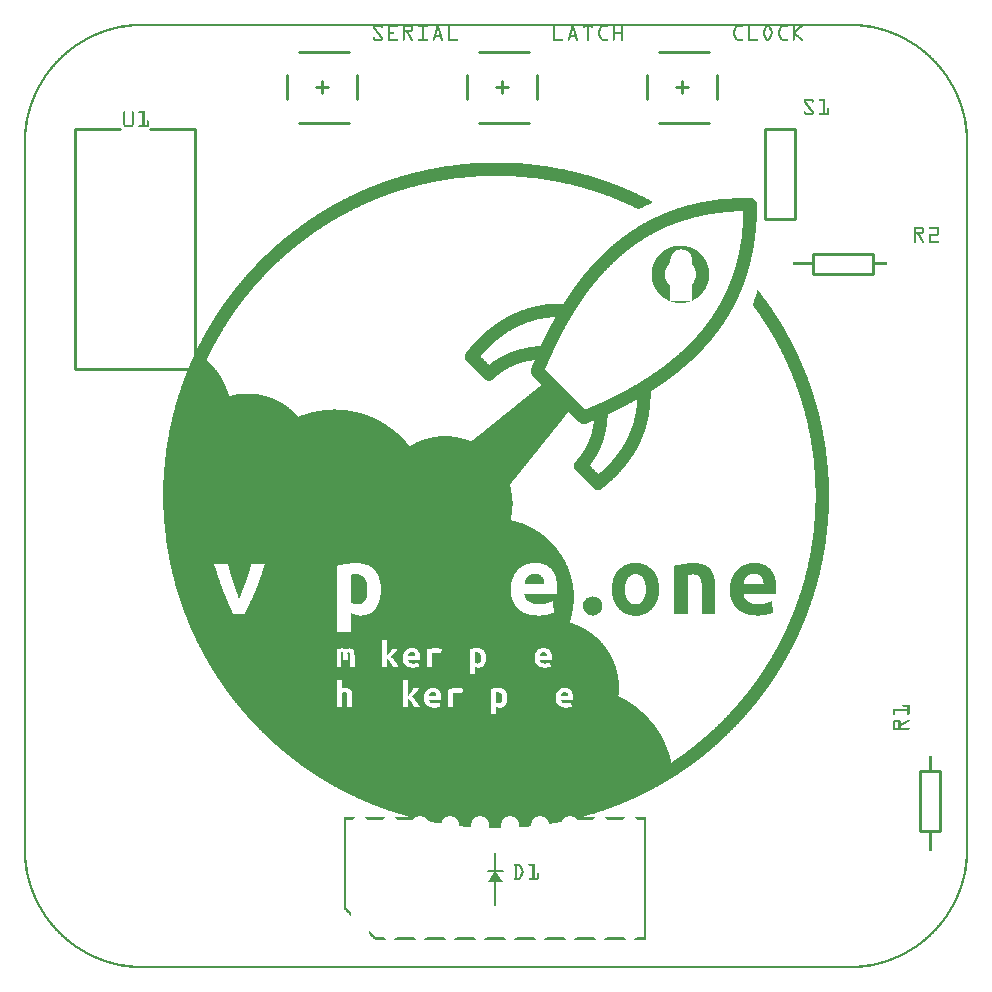
<source format=gto>
G04 MADE WITH FRITZING*
G04 WWW.FRITZING.ORG*
G04 DOUBLE SIDED*
G04 HOLES PLATED*
G04 CONTOUR ON CENTER OF CONTOUR VECTOR*
%ASAXBY*%
%FSLAX23Y23*%
%MOIN*%
%OFA0B0*%
%SFA1.0B1.0*%
%ADD10C,0.010000*%
%ADD11C,0.008000*%
%ADD12R,0.001000X0.001000*%
%LNSILK1*%
G90*
G70*
G54D10*
X2632Y2383D02*
X2832Y2383D01*
D02*
X2832Y2383D02*
X2832Y2317D01*
D02*
X2832Y2317D02*
X2632Y2317D01*
D02*
X2632Y2317D02*
X2632Y2383D01*
D02*
X172Y2800D02*
X172Y2000D01*
D02*
X172Y2000D02*
X572Y2000D01*
D02*
X572Y2000D02*
X572Y2800D01*
D02*
X172Y2800D02*
X322Y2800D01*
D02*
X422Y2800D02*
X572Y2800D01*
D02*
X2472Y2800D02*
X2472Y2500D01*
D02*
X2472Y2500D02*
X2572Y2500D01*
D02*
X2572Y2500D02*
X2572Y2800D01*
D02*
X2572Y2800D02*
X2472Y2800D01*
G54D11*
D02*
X2072Y500D02*
X2072Y100D01*
D02*
X1072Y200D02*
X1072Y500D01*
D02*
X1572Y212D02*
X1572Y387D01*
D02*
X1547Y325D02*
X1597Y325D01*
G54D10*
D02*
X1112Y2978D02*
X1112Y2899D01*
D02*
X916Y3056D02*
X1083Y3056D01*
D02*
X916Y2820D02*
X1083Y2820D01*
D02*
X876Y2978D02*
X876Y2899D01*
D02*
X994Y2958D02*
X994Y2919D01*
D02*
X1014Y2938D02*
X975Y2938D01*
D02*
X1712Y2978D02*
X1712Y2899D01*
D02*
X1516Y3056D02*
X1683Y3056D01*
D02*
X1516Y2820D02*
X1683Y2820D01*
D02*
X1476Y2978D02*
X1476Y2899D01*
D02*
X1594Y2958D02*
X1594Y2919D01*
D02*
X1614Y2938D02*
X1575Y2938D01*
D02*
X2312Y2978D02*
X2312Y2899D01*
D02*
X2116Y3056D02*
X2283Y3056D01*
D02*
X2116Y2820D02*
X2283Y2820D01*
D02*
X2076Y2978D02*
X2076Y2899D01*
D02*
X2194Y2958D02*
X2194Y2919D01*
D02*
X2214Y2938D02*
X2175Y2938D01*
D02*
X2989Y459D02*
X2989Y659D01*
D02*
X2989Y659D02*
X3055Y659D01*
D02*
X3055Y659D02*
X3055Y459D01*
D02*
X3055Y459D02*
X2989Y459D01*
G36*
X1547Y288D02*
X1597Y288D01*
X1572Y325D01*
G37*
D02*
G54D12*
X377Y3150D02*
X2771Y3150D01*
X362Y3149D02*
X2786Y3149D01*
X352Y3148D02*
X2796Y3148D01*
X344Y3147D02*
X2804Y3147D01*
X337Y3146D02*
X2811Y3146D01*
X331Y3145D02*
X2817Y3145D01*
X325Y3144D02*
X2823Y3144D01*
X320Y3143D02*
X2828Y3143D01*
X315Y3142D02*
X376Y3142D01*
X1164Y3142D02*
X1196Y3142D01*
X1213Y3142D02*
X1247Y3142D01*
X1263Y3142D02*
X1295Y3142D01*
X1314Y3142D02*
X1347Y3142D01*
X1377Y3142D02*
X1384Y3142D01*
X1413Y3142D02*
X1419Y3142D01*
X1763Y3142D02*
X1769Y3142D01*
X1826Y3142D02*
X1834Y3142D01*
X1863Y3142D02*
X1897Y3142D01*
X1922Y3142D02*
X1946Y3142D01*
X1963Y3142D02*
X1969Y3142D01*
X1991Y3142D02*
X1997Y3142D01*
X2372Y3142D02*
X2396Y3142D01*
X2413Y3142D02*
X2419Y3142D01*
X2472Y3142D02*
X2488Y3142D01*
X2522Y3142D02*
X2546Y3142D01*
X2563Y3142D02*
X2569Y3142D01*
X2587Y3142D02*
X2596Y3142D01*
X2772Y3142D02*
X2833Y3142D01*
X310Y3141D02*
X361Y3141D01*
X1164Y3141D02*
X1196Y3141D01*
X1213Y3141D02*
X1246Y3141D01*
X1263Y3141D02*
X1296Y3141D01*
X1315Y3141D02*
X1346Y3141D01*
X1376Y3141D02*
X1384Y3141D01*
X1413Y3141D02*
X1419Y3141D01*
X1763Y3141D02*
X1769Y3141D01*
X1826Y3141D02*
X1834Y3141D01*
X1863Y3141D02*
X1897Y3141D01*
X1922Y3141D02*
X1946Y3141D01*
X1963Y3141D02*
X1969Y3141D01*
X1991Y3141D02*
X1997Y3141D01*
X2372Y3141D02*
X2396Y3141D01*
X2413Y3141D02*
X2419Y3141D01*
X2472Y3141D02*
X2488Y3141D01*
X2522Y3141D02*
X2546Y3141D01*
X2563Y3141D02*
X2569Y3141D01*
X2586Y3141D02*
X2596Y3141D01*
X2787Y3141D02*
X2838Y3141D01*
X306Y3140D02*
X351Y3140D01*
X1164Y3140D02*
X1170Y3140D01*
X1189Y3140D02*
X1197Y3140D01*
X1213Y3140D02*
X1220Y3140D01*
X1263Y3140D02*
X1270Y3140D01*
X1288Y3140D02*
X1296Y3140D01*
X1327Y3140D02*
X1334Y3140D01*
X1376Y3140D02*
X1384Y3140D01*
X1413Y3140D02*
X1419Y3140D01*
X1763Y3140D02*
X1769Y3140D01*
X1826Y3140D02*
X1834Y3140D01*
X1863Y3140D02*
X1870Y3140D01*
X1877Y3140D02*
X1884Y3140D01*
X1890Y3140D02*
X1897Y3140D01*
X1921Y3140D02*
X1930Y3140D01*
X1963Y3140D02*
X1969Y3140D01*
X1991Y3140D02*
X1997Y3140D01*
X2371Y3140D02*
X2380Y3140D01*
X2413Y3140D02*
X2419Y3140D01*
X2471Y3140D02*
X2489Y3140D01*
X2521Y3140D02*
X2530Y3140D01*
X2563Y3140D02*
X2569Y3140D01*
X2585Y3140D02*
X2594Y3140D01*
X2797Y3140D02*
X2842Y3140D01*
X302Y3139D02*
X343Y3139D01*
X1163Y3139D02*
X1170Y3139D01*
X1191Y3139D02*
X1197Y3139D01*
X1213Y3139D02*
X1219Y3139D01*
X1263Y3139D02*
X1269Y3139D01*
X1290Y3139D02*
X1297Y3139D01*
X1327Y3139D02*
X1333Y3139D01*
X1376Y3139D02*
X1385Y3139D01*
X1413Y3139D02*
X1419Y3139D01*
X1763Y3139D02*
X1769Y3139D01*
X1826Y3139D02*
X1835Y3139D01*
X1863Y3139D02*
X1869Y3139D01*
X1877Y3139D02*
X1883Y3139D01*
X1891Y3139D02*
X1897Y3139D01*
X1921Y3139D02*
X1928Y3139D01*
X1963Y3139D02*
X1969Y3139D01*
X1991Y3139D02*
X1997Y3139D01*
X2371Y3139D02*
X2378Y3139D01*
X2413Y3139D02*
X2419Y3139D01*
X2471Y3139D02*
X2478Y3139D01*
X2482Y3139D02*
X2489Y3139D01*
X2521Y3139D02*
X2528Y3139D01*
X2563Y3139D02*
X2569Y3139D01*
X2583Y3139D02*
X2593Y3139D01*
X2805Y3139D02*
X2846Y3139D01*
X298Y3138D02*
X336Y3138D01*
X1164Y3138D02*
X1170Y3138D01*
X1191Y3138D02*
X1197Y3138D01*
X1213Y3138D02*
X1219Y3138D01*
X1263Y3138D02*
X1269Y3138D01*
X1291Y3138D02*
X1297Y3138D01*
X1327Y3138D02*
X1333Y3138D01*
X1375Y3138D02*
X1385Y3138D01*
X1413Y3138D02*
X1419Y3138D01*
X1763Y3138D02*
X1769Y3138D01*
X1825Y3138D02*
X1835Y3138D01*
X1863Y3138D02*
X1869Y3138D01*
X1877Y3138D02*
X1883Y3138D01*
X1891Y3138D02*
X1897Y3138D01*
X1920Y3138D02*
X1927Y3138D01*
X1963Y3138D02*
X1969Y3138D01*
X1991Y3138D02*
X1997Y3138D01*
X2370Y3138D02*
X2377Y3138D01*
X2413Y3138D02*
X2419Y3138D01*
X2470Y3138D02*
X2477Y3138D01*
X2483Y3138D02*
X2490Y3138D01*
X2520Y3138D02*
X2527Y3138D01*
X2563Y3138D02*
X2569Y3138D01*
X2582Y3138D02*
X2592Y3138D01*
X2812Y3138D02*
X2850Y3138D01*
X294Y3137D02*
X330Y3137D01*
X1164Y3137D02*
X1171Y3137D01*
X1191Y3137D02*
X1197Y3137D01*
X1213Y3137D02*
X1219Y3137D01*
X1263Y3137D02*
X1269Y3137D01*
X1291Y3137D02*
X1297Y3137D01*
X1327Y3137D02*
X1333Y3137D01*
X1375Y3137D02*
X1385Y3137D01*
X1413Y3137D02*
X1419Y3137D01*
X1763Y3137D02*
X1769Y3137D01*
X1825Y3137D02*
X1835Y3137D01*
X1863Y3137D02*
X1869Y3137D01*
X1877Y3137D02*
X1883Y3137D01*
X1891Y3137D02*
X1897Y3137D01*
X1920Y3137D02*
X1927Y3137D01*
X1963Y3137D02*
X1969Y3137D01*
X1991Y3137D02*
X1997Y3137D01*
X2370Y3137D02*
X2377Y3137D01*
X2413Y3137D02*
X2419Y3137D01*
X2470Y3137D02*
X2477Y3137D01*
X2483Y3137D02*
X2490Y3137D01*
X2520Y3137D02*
X2527Y3137D01*
X2563Y3137D02*
X2569Y3137D01*
X2581Y3137D02*
X2591Y3137D01*
X2818Y3137D02*
X2854Y3137D01*
X290Y3136D02*
X324Y3136D01*
X1164Y3136D02*
X1172Y3136D01*
X1191Y3136D02*
X1197Y3136D01*
X1213Y3136D02*
X1219Y3136D01*
X1263Y3136D02*
X1269Y3136D01*
X1291Y3136D02*
X1297Y3136D01*
X1327Y3136D02*
X1333Y3136D01*
X1375Y3136D02*
X1386Y3136D01*
X1413Y3136D02*
X1419Y3136D01*
X1763Y3136D02*
X1769Y3136D01*
X1825Y3136D02*
X1835Y3136D01*
X1864Y3136D02*
X1869Y3136D01*
X1877Y3136D02*
X1883Y3136D01*
X1891Y3136D02*
X1896Y3136D01*
X1919Y3136D02*
X1926Y3136D01*
X1963Y3136D02*
X1969Y3136D01*
X1991Y3136D02*
X1997Y3136D01*
X2369Y3136D02*
X2376Y3136D01*
X2413Y3136D02*
X2419Y3136D01*
X2469Y3136D02*
X2476Y3136D01*
X2484Y3136D02*
X2491Y3136D01*
X2519Y3136D02*
X2526Y3136D01*
X2563Y3136D02*
X2569Y3136D01*
X2580Y3136D02*
X2590Y3136D01*
X2824Y3136D02*
X2858Y3136D01*
X287Y3135D02*
X319Y3135D01*
X1165Y3135D02*
X1172Y3135D01*
X1192Y3135D02*
X1196Y3135D01*
X1213Y3135D02*
X1219Y3135D01*
X1263Y3135D02*
X1269Y3135D01*
X1291Y3135D02*
X1297Y3135D01*
X1327Y3135D02*
X1333Y3135D01*
X1375Y3135D02*
X1386Y3135D01*
X1413Y3135D02*
X1419Y3135D01*
X1763Y3135D02*
X1769Y3135D01*
X1824Y3135D02*
X1836Y3135D01*
X1865Y3135D02*
X1868Y3135D01*
X1877Y3135D02*
X1883Y3135D01*
X1892Y3135D02*
X1896Y3135D01*
X1919Y3135D02*
X1926Y3135D01*
X1963Y3135D02*
X1969Y3135D01*
X1991Y3135D02*
X1997Y3135D01*
X2369Y3135D02*
X2376Y3135D01*
X2413Y3135D02*
X2419Y3135D01*
X2469Y3135D02*
X2476Y3135D01*
X2484Y3135D02*
X2491Y3135D01*
X2519Y3135D02*
X2526Y3135D01*
X2563Y3135D02*
X2569Y3135D01*
X2579Y3135D02*
X2589Y3135D01*
X2829Y3135D02*
X2861Y3135D01*
X283Y3134D02*
X314Y3134D01*
X1165Y3134D02*
X1173Y3134D01*
X1213Y3134D02*
X1219Y3134D01*
X1263Y3134D02*
X1269Y3134D01*
X1291Y3134D02*
X1297Y3134D01*
X1327Y3134D02*
X1333Y3134D01*
X1374Y3134D02*
X1386Y3134D01*
X1413Y3134D02*
X1419Y3134D01*
X1763Y3134D02*
X1769Y3134D01*
X1824Y3134D02*
X1836Y3134D01*
X1877Y3134D02*
X1883Y3134D01*
X1918Y3134D02*
X1925Y3134D01*
X1963Y3134D02*
X1969Y3134D01*
X1991Y3134D02*
X1997Y3134D01*
X2368Y3134D02*
X2375Y3134D01*
X2413Y3134D02*
X2419Y3134D01*
X2468Y3134D02*
X2475Y3134D01*
X2485Y3134D02*
X2492Y3134D01*
X2518Y3134D02*
X2525Y3134D01*
X2563Y3134D02*
X2569Y3134D01*
X2578Y3134D02*
X2587Y3134D01*
X2834Y3134D02*
X2865Y3134D01*
X280Y3133D02*
X310Y3133D01*
X1166Y3133D02*
X1174Y3133D01*
X1213Y3133D02*
X1219Y3133D01*
X1263Y3133D02*
X1269Y3133D01*
X1291Y3133D02*
X1297Y3133D01*
X1327Y3133D02*
X1333Y3133D01*
X1374Y3133D02*
X1386Y3133D01*
X1413Y3133D02*
X1419Y3133D01*
X1763Y3133D02*
X1769Y3133D01*
X1824Y3133D02*
X1836Y3133D01*
X1877Y3133D02*
X1883Y3133D01*
X1918Y3133D02*
X1925Y3133D01*
X1963Y3133D02*
X1969Y3133D01*
X1991Y3133D02*
X1997Y3133D01*
X2368Y3133D02*
X2375Y3133D01*
X2413Y3133D02*
X2419Y3133D01*
X2468Y3133D02*
X2475Y3133D01*
X2485Y3133D02*
X2492Y3133D01*
X2518Y3133D02*
X2525Y3133D01*
X2563Y3133D02*
X2569Y3133D01*
X2576Y3133D02*
X2586Y3133D01*
X2838Y3133D02*
X2868Y3133D01*
X277Y3132D02*
X305Y3132D01*
X1167Y3132D02*
X1175Y3132D01*
X1213Y3132D02*
X1219Y3132D01*
X1263Y3132D02*
X1269Y3132D01*
X1291Y3132D02*
X1297Y3132D01*
X1327Y3132D02*
X1333Y3132D01*
X1374Y3132D02*
X1387Y3132D01*
X1413Y3132D02*
X1419Y3132D01*
X1763Y3132D02*
X1769Y3132D01*
X1824Y3132D02*
X1837Y3132D01*
X1877Y3132D02*
X1883Y3132D01*
X1917Y3132D02*
X1924Y3132D01*
X1963Y3132D02*
X1969Y3132D01*
X1991Y3132D02*
X1997Y3132D01*
X2367Y3132D02*
X2374Y3132D01*
X2413Y3132D02*
X2419Y3132D01*
X2467Y3132D02*
X2474Y3132D01*
X2486Y3132D02*
X2493Y3132D01*
X2517Y3132D02*
X2524Y3132D01*
X2563Y3132D02*
X2569Y3132D01*
X2575Y3132D02*
X2585Y3132D01*
X2843Y3132D02*
X2871Y3132D01*
X274Y3131D02*
X301Y3131D01*
X1168Y3131D02*
X1176Y3131D01*
X1213Y3131D02*
X1219Y3131D01*
X1263Y3131D02*
X1269Y3131D01*
X1290Y3131D02*
X1297Y3131D01*
X1327Y3131D02*
X1333Y3131D01*
X1373Y3131D02*
X1387Y3131D01*
X1413Y3131D02*
X1419Y3131D01*
X1763Y3131D02*
X1769Y3131D01*
X1823Y3131D02*
X1837Y3131D01*
X1877Y3131D02*
X1883Y3131D01*
X1917Y3131D02*
X1924Y3131D01*
X1963Y3131D02*
X1969Y3131D01*
X1991Y3131D02*
X1997Y3131D01*
X2367Y3131D02*
X2374Y3131D01*
X2413Y3131D02*
X2419Y3131D01*
X2467Y3131D02*
X2474Y3131D01*
X2486Y3131D02*
X2493Y3131D01*
X2517Y3131D02*
X2524Y3131D01*
X2563Y3131D02*
X2569Y3131D01*
X2574Y3131D02*
X2584Y3131D01*
X2847Y3131D02*
X2874Y3131D01*
X271Y3130D02*
X297Y3130D01*
X1168Y3130D02*
X1176Y3130D01*
X1213Y3130D02*
X1219Y3130D01*
X1263Y3130D02*
X1269Y3130D01*
X1289Y3130D02*
X1297Y3130D01*
X1327Y3130D02*
X1333Y3130D01*
X1373Y3130D02*
X1379Y3130D01*
X1381Y3130D02*
X1387Y3130D01*
X1413Y3130D02*
X1419Y3130D01*
X1763Y3130D02*
X1769Y3130D01*
X1823Y3130D02*
X1829Y3130D01*
X1831Y3130D02*
X1837Y3130D01*
X1877Y3130D02*
X1883Y3130D01*
X1916Y3130D02*
X1923Y3130D01*
X1963Y3130D02*
X1969Y3130D01*
X1991Y3130D02*
X1997Y3130D01*
X2366Y3130D02*
X2373Y3130D01*
X2413Y3130D02*
X2419Y3130D01*
X2466Y3130D02*
X2473Y3130D01*
X2487Y3130D02*
X2494Y3130D01*
X2516Y3130D02*
X2523Y3130D01*
X2563Y3130D02*
X2569Y3130D01*
X2573Y3130D02*
X2583Y3130D01*
X2851Y3130D02*
X2877Y3130D01*
X268Y3129D02*
X294Y3129D01*
X1169Y3129D02*
X1177Y3129D01*
X1213Y3129D02*
X1219Y3129D01*
X1263Y3129D02*
X1296Y3129D01*
X1327Y3129D02*
X1333Y3129D01*
X1373Y3129D02*
X1379Y3129D01*
X1381Y3129D02*
X1388Y3129D01*
X1413Y3129D02*
X1419Y3129D01*
X1763Y3129D02*
X1769Y3129D01*
X1823Y3129D02*
X1829Y3129D01*
X1831Y3129D02*
X1837Y3129D01*
X1877Y3129D02*
X1883Y3129D01*
X1916Y3129D02*
X1923Y3129D01*
X1963Y3129D02*
X1969Y3129D01*
X1991Y3129D02*
X1997Y3129D01*
X2366Y3129D02*
X2373Y3129D01*
X2413Y3129D02*
X2419Y3129D01*
X2466Y3129D02*
X2473Y3129D01*
X2487Y3129D02*
X2494Y3129D01*
X2516Y3129D02*
X2523Y3129D01*
X2563Y3129D02*
X2569Y3129D01*
X2572Y3129D02*
X2582Y3129D01*
X2854Y3129D02*
X2880Y3129D01*
X265Y3128D02*
X290Y3128D01*
X1170Y3128D02*
X1178Y3128D01*
X1213Y3128D02*
X1219Y3128D01*
X1263Y3128D02*
X1296Y3128D01*
X1327Y3128D02*
X1333Y3128D01*
X1372Y3128D02*
X1379Y3128D01*
X1382Y3128D02*
X1388Y3128D01*
X1413Y3128D02*
X1419Y3128D01*
X1763Y3128D02*
X1769Y3128D01*
X1822Y3128D02*
X1829Y3128D01*
X1831Y3128D02*
X1838Y3128D01*
X1877Y3128D02*
X1883Y3128D01*
X1915Y3128D02*
X1922Y3128D01*
X1963Y3128D02*
X1969Y3128D01*
X1991Y3128D02*
X1997Y3128D01*
X2365Y3128D02*
X2372Y3128D01*
X2413Y3128D02*
X2419Y3128D01*
X2465Y3128D02*
X2472Y3128D01*
X2488Y3128D02*
X2495Y3128D01*
X2515Y3128D02*
X2522Y3128D01*
X2563Y3128D02*
X2580Y3128D01*
X2858Y3128D02*
X2883Y3128D01*
X262Y3127D02*
X286Y3127D01*
X1171Y3127D02*
X1179Y3127D01*
X1213Y3127D02*
X1219Y3127D01*
X1263Y3127D02*
X1295Y3127D01*
X1327Y3127D02*
X1333Y3127D01*
X1372Y3127D02*
X1378Y3127D01*
X1382Y3127D02*
X1388Y3127D01*
X1413Y3127D02*
X1419Y3127D01*
X1763Y3127D02*
X1769Y3127D01*
X1822Y3127D02*
X1828Y3127D01*
X1832Y3127D02*
X1838Y3127D01*
X1877Y3127D02*
X1883Y3127D01*
X1915Y3127D02*
X1922Y3127D01*
X1963Y3127D02*
X1969Y3127D01*
X1991Y3127D02*
X1997Y3127D01*
X2365Y3127D02*
X2372Y3127D01*
X2413Y3127D02*
X2419Y3127D01*
X2465Y3127D02*
X2472Y3127D01*
X2488Y3127D02*
X2495Y3127D01*
X2515Y3127D02*
X2522Y3127D01*
X2563Y3127D02*
X2579Y3127D01*
X2862Y3127D02*
X2886Y3127D01*
X259Y3126D02*
X283Y3126D01*
X1171Y3126D02*
X1179Y3126D01*
X1213Y3126D02*
X1219Y3126D01*
X1263Y3126D02*
X1294Y3126D01*
X1327Y3126D02*
X1333Y3126D01*
X1372Y3126D02*
X1378Y3126D01*
X1382Y3126D02*
X1388Y3126D01*
X1413Y3126D02*
X1419Y3126D01*
X1763Y3126D02*
X1769Y3126D01*
X1822Y3126D02*
X1828Y3126D01*
X1832Y3126D02*
X1838Y3126D01*
X1877Y3126D02*
X1883Y3126D01*
X1915Y3126D02*
X1921Y3126D01*
X1963Y3126D02*
X1969Y3126D01*
X1991Y3126D02*
X1997Y3126D01*
X2364Y3126D02*
X2371Y3126D01*
X2413Y3126D02*
X2419Y3126D01*
X2464Y3126D02*
X2471Y3126D01*
X2489Y3126D02*
X2495Y3126D01*
X2514Y3126D02*
X2521Y3126D01*
X2563Y3126D02*
X2578Y3126D01*
X2865Y3126D02*
X2889Y3126D01*
X257Y3125D02*
X280Y3125D01*
X1172Y3125D02*
X1180Y3125D01*
X1213Y3125D02*
X1219Y3125D01*
X1263Y3125D02*
X1293Y3125D01*
X1327Y3125D02*
X1333Y3125D01*
X1372Y3125D02*
X1378Y3125D01*
X1382Y3125D02*
X1389Y3125D01*
X1413Y3125D02*
X1419Y3125D01*
X1763Y3125D02*
X1769Y3125D01*
X1821Y3125D02*
X1828Y3125D01*
X1832Y3125D02*
X1839Y3125D01*
X1877Y3125D02*
X1883Y3125D01*
X1914Y3125D02*
X1921Y3125D01*
X1963Y3125D02*
X1969Y3125D01*
X1991Y3125D02*
X1997Y3125D01*
X2364Y3125D02*
X2371Y3125D01*
X2413Y3125D02*
X2419Y3125D01*
X2464Y3125D02*
X2471Y3125D01*
X2489Y3125D02*
X2496Y3125D01*
X2514Y3125D02*
X2521Y3125D01*
X2563Y3125D02*
X2577Y3125D01*
X2868Y3125D02*
X2891Y3125D01*
X254Y3124D02*
X277Y3124D01*
X1173Y3124D02*
X1181Y3124D01*
X1213Y3124D02*
X1219Y3124D01*
X1263Y3124D02*
X1292Y3124D01*
X1327Y3124D02*
X1333Y3124D01*
X1371Y3124D02*
X1378Y3124D01*
X1383Y3124D02*
X1389Y3124D01*
X1413Y3124D02*
X1419Y3124D01*
X1763Y3124D02*
X1769Y3124D01*
X1821Y3124D02*
X1828Y3124D01*
X1833Y3124D02*
X1839Y3124D01*
X1877Y3124D02*
X1883Y3124D01*
X1914Y3124D02*
X1920Y3124D01*
X1963Y3124D02*
X1969Y3124D01*
X1991Y3124D02*
X1997Y3124D01*
X2364Y3124D02*
X2370Y3124D01*
X2413Y3124D02*
X2419Y3124D01*
X2464Y3124D02*
X2470Y3124D01*
X2490Y3124D02*
X2496Y3124D01*
X2514Y3124D02*
X2520Y3124D01*
X2563Y3124D02*
X2576Y3124D01*
X2871Y3124D02*
X2894Y3124D01*
X252Y3123D02*
X274Y3123D01*
X1174Y3123D02*
X1182Y3123D01*
X1213Y3123D02*
X1231Y3123D01*
X1263Y3123D02*
X1290Y3123D01*
X1327Y3123D02*
X1333Y3123D01*
X1371Y3123D02*
X1377Y3123D01*
X1383Y3123D02*
X1389Y3123D01*
X1413Y3123D02*
X1419Y3123D01*
X1763Y3123D02*
X1769Y3123D01*
X1821Y3123D02*
X1827Y3123D01*
X1833Y3123D02*
X1839Y3123D01*
X1877Y3123D02*
X1883Y3123D01*
X1914Y3123D02*
X1920Y3123D01*
X1963Y3123D02*
X1997Y3123D01*
X2364Y3123D02*
X2370Y3123D01*
X2413Y3123D02*
X2419Y3123D01*
X2464Y3123D02*
X2470Y3123D01*
X2490Y3123D02*
X2496Y3123D01*
X2513Y3123D02*
X2520Y3123D01*
X2563Y3123D02*
X2575Y3123D01*
X2874Y3123D02*
X2896Y3123D01*
X249Y3122D02*
X271Y3122D01*
X1175Y3122D02*
X1183Y3122D01*
X1213Y3122D02*
X1233Y3122D01*
X1263Y3122D02*
X1270Y3122D01*
X1275Y3122D02*
X1283Y3122D01*
X1327Y3122D02*
X1333Y3122D01*
X1371Y3122D02*
X1377Y3122D01*
X1383Y3122D02*
X1390Y3122D01*
X1413Y3122D02*
X1419Y3122D01*
X1763Y3122D02*
X1769Y3122D01*
X1821Y3122D02*
X1827Y3122D01*
X1833Y3122D02*
X1840Y3122D01*
X1877Y3122D02*
X1883Y3122D01*
X1913Y3122D02*
X1920Y3122D01*
X1963Y3122D02*
X1997Y3122D01*
X2363Y3122D02*
X2369Y3122D01*
X2413Y3122D02*
X2419Y3122D01*
X2463Y3122D02*
X2469Y3122D01*
X2491Y3122D02*
X2497Y3122D01*
X2513Y3122D02*
X2519Y3122D01*
X2563Y3122D02*
X2573Y3122D01*
X2877Y3122D02*
X2899Y3122D01*
X247Y3121D02*
X268Y3121D01*
X1175Y3121D02*
X1183Y3121D01*
X1213Y3121D02*
X1233Y3121D01*
X1263Y3121D02*
X1269Y3121D01*
X1276Y3121D02*
X1283Y3121D01*
X1327Y3121D02*
X1333Y3121D01*
X1370Y3121D02*
X1377Y3121D01*
X1384Y3121D02*
X1390Y3121D01*
X1413Y3121D02*
X1419Y3121D01*
X1763Y3121D02*
X1769Y3121D01*
X1820Y3121D02*
X1827Y3121D01*
X1834Y3121D02*
X1840Y3121D01*
X1877Y3121D02*
X1883Y3121D01*
X1913Y3121D02*
X1919Y3121D01*
X1963Y3121D02*
X1997Y3121D01*
X2363Y3121D02*
X2369Y3121D01*
X2413Y3121D02*
X2419Y3121D01*
X2463Y3121D02*
X2469Y3121D01*
X2491Y3121D02*
X2497Y3121D01*
X2513Y3121D02*
X2519Y3121D01*
X2563Y3121D02*
X2572Y3121D01*
X2880Y3121D02*
X2901Y3121D01*
X244Y3120D02*
X265Y3120D01*
X1176Y3120D02*
X1184Y3120D01*
X1213Y3120D02*
X1233Y3120D01*
X1263Y3120D02*
X1269Y3120D01*
X1277Y3120D02*
X1284Y3120D01*
X1327Y3120D02*
X1333Y3120D01*
X1370Y3120D02*
X1376Y3120D01*
X1384Y3120D02*
X1390Y3120D01*
X1413Y3120D02*
X1419Y3120D01*
X1763Y3120D02*
X1769Y3120D01*
X1820Y3120D02*
X1826Y3120D01*
X1834Y3120D02*
X1840Y3120D01*
X1877Y3120D02*
X1883Y3120D01*
X1913Y3120D02*
X1919Y3120D01*
X1963Y3120D02*
X1997Y3120D01*
X2363Y3120D02*
X2369Y3120D01*
X2413Y3120D02*
X2419Y3120D01*
X2463Y3120D02*
X2469Y3120D01*
X2491Y3120D02*
X2497Y3120D01*
X2513Y3120D02*
X2519Y3120D01*
X2563Y3120D02*
X2571Y3120D01*
X2883Y3120D02*
X2904Y3120D01*
X242Y3119D02*
X262Y3119D01*
X1177Y3119D02*
X1185Y3119D01*
X1213Y3119D02*
X1233Y3119D01*
X1263Y3119D02*
X1269Y3119D01*
X1277Y3119D02*
X1284Y3119D01*
X1327Y3119D02*
X1333Y3119D01*
X1370Y3119D02*
X1376Y3119D01*
X1384Y3119D02*
X1390Y3119D01*
X1413Y3119D02*
X1419Y3119D01*
X1763Y3119D02*
X1769Y3119D01*
X1820Y3119D02*
X1826Y3119D01*
X1834Y3119D02*
X1840Y3119D01*
X1877Y3119D02*
X1883Y3119D01*
X1913Y3119D02*
X1919Y3119D01*
X1963Y3119D02*
X1997Y3119D01*
X2363Y3119D02*
X2369Y3119D01*
X2413Y3119D02*
X2419Y3119D01*
X2463Y3119D02*
X2469Y3119D01*
X2491Y3119D02*
X2497Y3119D01*
X2513Y3119D02*
X2519Y3119D01*
X2563Y3119D02*
X2572Y3119D01*
X2886Y3119D02*
X2906Y3119D01*
X239Y3118D02*
X259Y3118D01*
X1178Y3118D02*
X1186Y3118D01*
X1213Y3118D02*
X1233Y3118D01*
X1263Y3118D02*
X1269Y3118D01*
X1278Y3118D02*
X1285Y3118D01*
X1327Y3118D02*
X1333Y3118D01*
X1370Y3118D02*
X1376Y3118D01*
X1384Y3118D02*
X1391Y3118D01*
X1413Y3118D02*
X1419Y3118D01*
X1763Y3118D02*
X1769Y3118D01*
X1819Y3118D02*
X1826Y3118D01*
X1834Y3118D02*
X1841Y3118D01*
X1877Y3118D02*
X1883Y3118D01*
X1913Y3118D02*
X1920Y3118D01*
X1963Y3118D02*
X1997Y3118D01*
X2363Y3118D02*
X2369Y3118D01*
X2413Y3118D02*
X2419Y3118D01*
X2463Y3118D02*
X2469Y3118D01*
X2490Y3118D02*
X2497Y3118D01*
X2513Y3118D02*
X2519Y3118D01*
X2563Y3118D02*
X2573Y3118D01*
X2889Y3118D02*
X2909Y3118D01*
X237Y3117D02*
X257Y3117D01*
X1178Y3117D02*
X1186Y3117D01*
X1213Y3117D02*
X1231Y3117D01*
X1263Y3117D02*
X1269Y3117D01*
X1278Y3117D02*
X1286Y3117D01*
X1327Y3117D02*
X1333Y3117D01*
X1369Y3117D02*
X1376Y3117D01*
X1385Y3117D02*
X1391Y3117D01*
X1413Y3117D02*
X1419Y3117D01*
X1763Y3117D02*
X1769Y3117D01*
X1819Y3117D02*
X1825Y3117D01*
X1835Y3117D02*
X1841Y3117D01*
X1877Y3117D02*
X1883Y3117D01*
X1914Y3117D02*
X1920Y3117D01*
X1963Y3117D02*
X1997Y3117D01*
X2364Y3117D02*
X2370Y3117D01*
X2413Y3117D02*
X2419Y3117D01*
X2463Y3117D02*
X2470Y3117D01*
X2490Y3117D02*
X2496Y3117D01*
X2513Y3117D02*
X2520Y3117D01*
X2563Y3117D02*
X2575Y3117D01*
X2891Y3117D02*
X2911Y3117D01*
X235Y3116D02*
X254Y3116D01*
X1179Y3116D02*
X1187Y3116D01*
X1213Y3116D02*
X1219Y3116D01*
X1263Y3116D02*
X1269Y3116D01*
X1279Y3116D02*
X1286Y3116D01*
X1327Y3116D02*
X1333Y3116D01*
X1369Y3116D02*
X1375Y3116D01*
X1385Y3116D02*
X1391Y3116D01*
X1413Y3116D02*
X1419Y3116D01*
X1763Y3116D02*
X1769Y3116D01*
X1819Y3116D02*
X1825Y3116D01*
X1835Y3116D02*
X1841Y3116D01*
X1877Y3116D02*
X1883Y3116D01*
X1914Y3116D02*
X1920Y3116D01*
X1963Y3116D02*
X1969Y3116D01*
X1991Y3116D02*
X1997Y3116D01*
X2364Y3116D02*
X2370Y3116D01*
X2413Y3116D02*
X2419Y3116D01*
X2464Y3116D02*
X2470Y3116D01*
X2490Y3116D02*
X2496Y3116D01*
X2514Y3116D02*
X2520Y3116D01*
X2563Y3116D02*
X2576Y3116D01*
X2894Y3116D02*
X2913Y3116D01*
X233Y3115D02*
X252Y3115D01*
X1180Y3115D02*
X1188Y3115D01*
X1213Y3115D02*
X1219Y3115D01*
X1263Y3115D02*
X1269Y3115D01*
X1280Y3115D02*
X1287Y3115D01*
X1327Y3115D02*
X1333Y3115D01*
X1369Y3115D02*
X1375Y3115D01*
X1385Y3115D02*
X1392Y3115D01*
X1413Y3115D02*
X1419Y3115D01*
X1763Y3115D02*
X1769Y3115D01*
X1819Y3115D02*
X1825Y3115D01*
X1835Y3115D02*
X1842Y3115D01*
X1877Y3115D02*
X1883Y3115D01*
X1914Y3115D02*
X1921Y3115D01*
X1963Y3115D02*
X1969Y3115D01*
X1991Y3115D02*
X1997Y3115D01*
X2364Y3115D02*
X2371Y3115D01*
X2413Y3115D02*
X2419Y3115D01*
X2464Y3115D02*
X2471Y3115D01*
X2489Y3115D02*
X2496Y3115D01*
X2514Y3115D02*
X2521Y3115D01*
X2563Y3115D02*
X2577Y3115D01*
X2896Y3115D02*
X2915Y3115D01*
X231Y3114D02*
X249Y3114D01*
X1181Y3114D02*
X1189Y3114D01*
X1213Y3114D02*
X1219Y3114D01*
X1263Y3114D02*
X1269Y3114D01*
X1280Y3114D02*
X1287Y3114D01*
X1327Y3114D02*
X1333Y3114D01*
X1368Y3114D02*
X1375Y3114D01*
X1386Y3114D02*
X1392Y3114D01*
X1413Y3114D02*
X1419Y3114D01*
X1763Y3114D02*
X1769Y3114D01*
X1818Y3114D02*
X1825Y3114D01*
X1836Y3114D02*
X1842Y3114D01*
X1877Y3114D02*
X1883Y3114D01*
X1915Y3114D02*
X1921Y3114D01*
X1963Y3114D02*
X1969Y3114D01*
X1991Y3114D02*
X1997Y3114D01*
X2364Y3114D02*
X2371Y3114D01*
X2413Y3114D02*
X2419Y3114D01*
X2464Y3114D02*
X2471Y3114D01*
X2489Y3114D02*
X2495Y3114D01*
X2514Y3114D02*
X2521Y3114D01*
X2563Y3114D02*
X2578Y3114D01*
X2899Y3114D02*
X2917Y3114D01*
X228Y3113D02*
X247Y3113D01*
X1182Y3113D02*
X1190Y3113D01*
X1213Y3113D02*
X1219Y3113D01*
X1263Y3113D02*
X1269Y3113D01*
X1281Y3113D02*
X1288Y3113D01*
X1327Y3113D02*
X1333Y3113D01*
X1368Y3113D02*
X1374Y3113D01*
X1386Y3113D02*
X1392Y3113D01*
X1413Y3113D02*
X1419Y3113D01*
X1763Y3113D02*
X1769Y3113D01*
X1818Y3113D02*
X1824Y3113D01*
X1836Y3113D02*
X1842Y3113D01*
X1877Y3113D02*
X1883Y3113D01*
X1915Y3113D02*
X1922Y3113D01*
X1963Y3113D02*
X1969Y3113D01*
X1991Y3113D02*
X1997Y3113D01*
X2365Y3113D02*
X2372Y3113D01*
X2413Y3113D02*
X2419Y3113D01*
X2465Y3113D02*
X2472Y3113D01*
X2488Y3113D02*
X2495Y3113D01*
X2515Y3113D02*
X2522Y3113D01*
X2563Y3113D02*
X2579Y3113D01*
X2901Y3113D02*
X2920Y3113D01*
X226Y3112D02*
X244Y3112D01*
X1182Y3112D02*
X1190Y3112D01*
X1213Y3112D02*
X1219Y3112D01*
X1263Y3112D02*
X1269Y3112D01*
X1281Y3112D02*
X1288Y3112D01*
X1327Y3112D02*
X1333Y3112D01*
X1368Y3112D02*
X1374Y3112D01*
X1386Y3112D02*
X1393Y3112D01*
X1413Y3112D02*
X1419Y3112D01*
X1763Y3112D02*
X1769Y3112D01*
X1818Y3112D02*
X1824Y3112D01*
X1836Y3112D02*
X1842Y3112D01*
X1877Y3112D02*
X1883Y3112D01*
X1915Y3112D02*
X1922Y3112D01*
X1963Y3112D02*
X1969Y3112D01*
X1991Y3112D02*
X1997Y3112D01*
X2365Y3112D02*
X2372Y3112D01*
X2413Y3112D02*
X2419Y3112D01*
X2465Y3112D02*
X2472Y3112D01*
X2488Y3112D02*
X2495Y3112D01*
X2515Y3112D02*
X2522Y3112D01*
X2563Y3112D02*
X2580Y3112D01*
X2904Y3112D02*
X2922Y3112D01*
X224Y3111D02*
X242Y3111D01*
X1183Y3111D02*
X1191Y3111D01*
X1213Y3111D02*
X1219Y3111D01*
X1263Y3111D02*
X1269Y3111D01*
X1282Y3111D02*
X1289Y3111D01*
X1327Y3111D02*
X1333Y3111D01*
X1367Y3111D02*
X1393Y3111D01*
X1413Y3111D02*
X1419Y3111D01*
X1763Y3111D02*
X1769Y3111D01*
X1817Y3111D02*
X1843Y3111D01*
X1877Y3111D02*
X1883Y3111D01*
X1916Y3111D02*
X1923Y3111D01*
X1963Y3111D02*
X1969Y3111D01*
X1991Y3111D02*
X1997Y3111D01*
X2366Y3111D02*
X2373Y3111D01*
X2413Y3111D02*
X2419Y3111D01*
X2466Y3111D02*
X2473Y3111D01*
X2487Y3111D02*
X2494Y3111D01*
X2516Y3111D02*
X2523Y3111D01*
X2563Y3111D02*
X2569Y3111D01*
X2572Y3111D02*
X2582Y3111D01*
X2906Y3111D02*
X2924Y3111D01*
X222Y3110D02*
X240Y3110D01*
X1184Y3110D02*
X1192Y3110D01*
X1213Y3110D02*
X1219Y3110D01*
X1263Y3110D02*
X1269Y3110D01*
X1282Y3110D02*
X1290Y3110D01*
X1327Y3110D02*
X1333Y3110D01*
X1367Y3110D02*
X1393Y3110D01*
X1413Y3110D02*
X1419Y3110D01*
X1763Y3110D02*
X1769Y3110D01*
X1817Y3110D02*
X1843Y3110D01*
X1877Y3110D02*
X1883Y3110D01*
X1916Y3110D02*
X1923Y3110D01*
X1963Y3110D02*
X1969Y3110D01*
X1991Y3110D02*
X1997Y3110D01*
X2366Y3110D02*
X2373Y3110D01*
X2413Y3110D02*
X2419Y3110D01*
X2466Y3110D02*
X2473Y3110D01*
X2487Y3110D02*
X2494Y3110D01*
X2516Y3110D02*
X2523Y3110D01*
X2563Y3110D02*
X2569Y3110D01*
X2573Y3110D02*
X2583Y3110D01*
X2908Y3110D02*
X2926Y3110D01*
X220Y3109D02*
X238Y3109D01*
X1185Y3109D02*
X1193Y3109D01*
X1213Y3109D02*
X1219Y3109D01*
X1263Y3109D02*
X1269Y3109D01*
X1283Y3109D02*
X1290Y3109D01*
X1327Y3109D02*
X1333Y3109D01*
X1367Y3109D02*
X1393Y3109D01*
X1413Y3109D02*
X1419Y3109D01*
X1763Y3109D02*
X1769Y3109D01*
X1817Y3109D02*
X1843Y3109D01*
X1877Y3109D02*
X1883Y3109D01*
X1917Y3109D02*
X1924Y3109D01*
X1963Y3109D02*
X1969Y3109D01*
X1991Y3109D02*
X1997Y3109D01*
X2367Y3109D02*
X2374Y3109D01*
X2413Y3109D02*
X2419Y3109D01*
X2467Y3109D02*
X2474Y3109D01*
X2486Y3109D02*
X2493Y3109D01*
X2517Y3109D02*
X2524Y3109D01*
X2563Y3109D02*
X2569Y3109D01*
X2574Y3109D02*
X2584Y3109D01*
X2910Y3109D02*
X2928Y3109D01*
X218Y3108D02*
X235Y3108D01*
X1185Y3108D02*
X1193Y3108D01*
X1213Y3108D02*
X1219Y3108D01*
X1263Y3108D02*
X1269Y3108D01*
X1284Y3108D02*
X1291Y3108D01*
X1327Y3108D02*
X1333Y3108D01*
X1367Y3108D02*
X1394Y3108D01*
X1413Y3108D02*
X1419Y3108D01*
X1763Y3108D02*
X1769Y3108D01*
X1817Y3108D02*
X1844Y3108D01*
X1877Y3108D02*
X1883Y3108D01*
X1917Y3108D02*
X1924Y3108D01*
X1963Y3108D02*
X1969Y3108D01*
X1991Y3108D02*
X1997Y3108D01*
X2367Y3108D02*
X2374Y3108D01*
X2413Y3108D02*
X2419Y3108D01*
X2467Y3108D02*
X2474Y3108D01*
X2486Y3108D02*
X2493Y3108D01*
X2517Y3108D02*
X2524Y3108D01*
X2563Y3108D02*
X2569Y3108D01*
X2575Y3108D02*
X2585Y3108D01*
X2913Y3108D02*
X2930Y3108D01*
X216Y3107D02*
X233Y3107D01*
X1186Y3107D02*
X1194Y3107D01*
X1213Y3107D02*
X1219Y3107D01*
X1263Y3107D02*
X1269Y3107D01*
X1284Y3107D02*
X1291Y3107D01*
X1327Y3107D02*
X1333Y3107D01*
X1366Y3107D02*
X1394Y3107D01*
X1413Y3107D02*
X1419Y3107D01*
X1763Y3107D02*
X1769Y3107D01*
X1816Y3107D02*
X1844Y3107D01*
X1877Y3107D02*
X1883Y3107D01*
X1918Y3107D02*
X1925Y3107D01*
X1963Y3107D02*
X1969Y3107D01*
X1991Y3107D02*
X1997Y3107D01*
X2368Y3107D02*
X2375Y3107D01*
X2413Y3107D02*
X2419Y3107D01*
X2468Y3107D02*
X2475Y3107D01*
X2485Y3107D02*
X2492Y3107D01*
X2518Y3107D02*
X2525Y3107D01*
X2563Y3107D02*
X2569Y3107D01*
X2576Y3107D02*
X2586Y3107D01*
X2915Y3107D02*
X2932Y3107D01*
X214Y3106D02*
X231Y3106D01*
X1187Y3106D02*
X1195Y3106D01*
X1213Y3106D02*
X1219Y3106D01*
X1263Y3106D02*
X1269Y3106D01*
X1285Y3106D02*
X1292Y3106D01*
X1327Y3106D02*
X1333Y3106D01*
X1366Y3106D02*
X1394Y3106D01*
X1413Y3106D02*
X1419Y3106D01*
X1763Y3106D02*
X1769Y3106D01*
X1816Y3106D02*
X1844Y3106D01*
X1877Y3106D02*
X1883Y3106D01*
X1918Y3106D02*
X1925Y3106D01*
X1963Y3106D02*
X1969Y3106D01*
X1991Y3106D02*
X1997Y3106D01*
X2368Y3106D02*
X2375Y3106D01*
X2413Y3106D02*
X2419Y3106D01*
X2468Y3106D02*
X2475Y3106D01*
X2485Y3106D02*
X2492Y3106D01*
X2518Y3106D02*
X2525Y3106D01*
X2563Y3106D02*
X2569Y3106D01*
X2578Y3106D02*
X2587Y3106D01*
X2917Y3106D02*
X2934Y3106D01*
X212Y3105D02*
X229Y3105D01*
X1165Y3105D02*
X1168Y3105D01*
X1188Y3105D02*
X1196Y3105D01*
X1213Y3105D02*
X1219Y3105D01*
X1263Y3105D02*
X1269Y3105D01*
X1285Y3105D02*
X1293Y3105D01*
X1327Y3105D02*
X1333Y3105D01*
X1366Y3105D02*
X1395Y3105D01*
X1413Y3105D02*
X1419Y3105D01*
X1763Y3105D02*
X1769Y3105D01*
X1816Y3105D02*
X1844Y3105D01*
X1877Y3105D02*
X1883Y3105D01*
X1919Y3105D02*
X1926Y3105D01*
X1963Y3105D02*
X1969Y3105D01*
X1991Y3105D02*
X1997Y3105D01*
X2369Y3105D02*
X2376Y3105D01*
X2413Y3105D02*
X2419Y3105D01*
X2469Y3105D02*
X2476Y3105D01*
X2484Y3105D02*
X2491Y3105D01*
X2519Y3105D02*
X2526Y3105D01*
X2563Y3105D02*
X2569Y3105D01*
X2579Y3105D02*
X2589Y3105D01*
X2919Y3105D02*
X2936Y3105D01*
X210Y3104D02*
X227Y3104D01*
X1164Y3104D02*
X1169Y3104D01*
X1189Y3104D02*
X1196Y3104D01*
X1213Y3104D02*
X1219Y3104D01*
X1263Y3104D02*
X1269Y3104D01*
X1286Y3104D02*
X1293Y3104D01*
X1327Y3104D02*
X1333Y3104D01*
X1365Y3104D02*
X1372Y3104D01*
X1389Y3104D02*
X1395Y3104D01*
X1413Y3104D02*
X1419Y3104D01*
X1763Y3104D02*
X1769Y3104D01*
X1815Y3104D02*
X1822Y3104D01*
X1839Y3104D02*
X1845Y3104D01*
X1877Y3104D02*
X1883Y3104D01*
X1919Y3104D02*
X1926Y3104D01*
X1963Y3104D02*
X1969Y3104D01*
X1991Y3104D02*
X1997Y3104D01*
X2369Y3104D02*
X2376Y3104D01*
X2413Y3104D02*
X2419Y3104D01*
X2469Y3104D02*
X2476Y3104D01*
X2484Y3104D02*
X2491Y3104D01*
X2519Y3104D02*
X2526Y3104D01*
X2563Y3104D02*
X2569Y3104D01*
X2580Y3104D02*
X2590Y3104D01*
X2921Y3104D02*
X2938Y3104D01*
X208Y3103D02*
X225Y3103D01*
X1164Y3103D02*
X1169Y3103D01*
X1189Y3103D02*
X1197Y3103D01*
X1213Y3103D02*
X1219Y3103D01*
X1263Y3103D02*
X1269Y3103D01*
X1287Y3103D02*
X1294Y3103D01*
X1327Y3103D02*
X1333Y3103D01*
X1365Y3103D02*
X1371Y3103D01*
X1389Y3103D02*
X1395Y3103D01*
X1413Y3103D02*
X1419Y3103D01*
X1763Y3103D02*
X1769Y3103D01*
X1815Y3103D02*
X1821Y3103D01*
X1839Y3103D02*
X1845Y3103D01*
X1877Y3103D02*
X1883Y3103D01*
X1920Y3103D02*
X1927Y3103D01*
X1963Y3103D02*
X1969Y3103D01*
X1991Y3103D02*
X1997Y3103D01*
X2370Y3103D02*
X2377Y3103D01*
X2413Y3103D02*
X2419Y3103D01*
X2470Y3103D02*
X2477Y3103D01*
X2483Y3103D02*
X2490Y3103D01*
X2520Y3103D02*
X2527Y3103D01*
X2563Y3103D02*
X2569Y3103D01*
X2581Y3103D02*
X2591Y3103D01*
X2923Y3103D02*
X2940Y3103D01*
X207Y3102D02*
X223Y3102D01*
X1163Y3102D02*
X1170Y3102D01*
X1190Y3102D02*
X1197Y3102D01*
X1213Y3102D02*
X1219Y3102D01*
X1263Y3102D02*
X1269Y3102D01*
X1287Y3102D02*
X1294Y3102D01*
X1327Y3102D02*
X1333Y3102D01*
X1365Y3102D02*
X1371Y3102D01*
X1389Y3102D02*
X1395Y3102D01*
X1413Y3102D02*
X1419Y3102D01*
X1763Y3102D02*
X1769Y3102D01*
X1815Y3102D02*
X1821Y3102D01*
X1839Y3102D02*
X1845Y3102D01*
X1877Y3102D02*
X1883Y3102D01*
X1920Y3102D02*
X1927Y3102D01*
X1963Y3102D02*
X1969Y3102D01*
X1991Y3102D02*
X1997Y3102D01*
X2370Y3102D02*
X2377Y3102D01*
X2413Y3102D02*
X2419Y3102D01*
X2470Y3102D02*
X2477Y3102D01*
X2483Y3102D02*
X2490Y3102D01*
X2520Y3102D02*
X2527Y3102D01*
X2563Y3102D02*
X2569Y3102D01*
X2582Y3102D02*
X2592Y3102D01*
X2925Y3102D02*
X2941Y3102D01*
X205Y3101D02*
X221Y3101D01*
X1164Y3101D02*
X1170Y3101D01*
X1191Y3101D02*
X1197Y3101D01*
X1213Y3101D02*
X1219Y3101D01*
X1263Y3101D02*
X1269Y3101D01*
X1288Y3101D02*
X1295Y3101D01*
X1327Y3101D02*
X1333Y3101D01*
X1365Y3101D02*
X1371Y3101D01*
X1389Y3101D02*
X1396Y3101D01*
X1413Y3101D02*
X1419Y3101D01*
X1763Y3101D02*
X1769Y3101D01*
X1814Y3101D02*
X1821Y3101D01*
X1839Y3101D02*
X1846Y3101D01*
X1877Y3101D02*
X1883Y3101D01*
X1921Y3101D02*
X1928Y3101D01*
X1963Y3101D02*
X1969Y3101D01*
X1991Y3101D02*
X1997Y3101D01*
X2371Y3101D02*
X2378Y3101D01*
X2413Y3101D02*
X2419Y3101D01*
X2471Y3101D02*
X2478Y3101D01*
X2482Y3101D02*
X2489Y3101D01*
X2521Y3101D02*
X2528Y3101D01*
X2563Y3101D02*
X2569Y3101D01*
X2583Y3101D02*
X2593Y3101D01*
X2927Y3101D02*
X2943Y3101D01*
X203Y3100D02*
X219Y3100D01*
X1164Y3100D02*
X1171Y3100D01*
X1190Y3100D02*
X1197Y3100D01*
X1213Y3100D02*
X1220Y3100D01*
X1263Y3100D02*
X1269Y3100D01*
X1288Y3100D02*
X1295Y3100D01*
X1327Y3100D02*
X1334Y3100D01*
X1364Y3100D02*
X1371Y3100D01*
X1390Y3100D02*
X1396Y3100D01*
X1413Y3100D02*
X1420Y3100D01*
X1763Y3100D02*
X1770Y3100D01*
X1814Y3100D02*
X1820Y3100D01*
X1840Y3100D02*
X1846Y3100D01*
X1877Y3100D02*
X1883Y3100D01*
X1921Y3100D02*
X1930Y3100D01*
X1963Y3100D02*
X1969Y3100D01*
X1991Y3100D02*
X1997Y3100D01*
X2371Y3100D02*
X2380Y3100D01*
X2413Y3100D02*
X2420Y3100D01*
X2471Y3100D02*
X2479Y3100D01*
X2481Y3100D02*
X2489Y3100D01*
X2521Y3100D02*
X2530Y3100D01*
X2563Y3100D02*
X2569Y3100D01*
X2585Y3100D02*
X2594Y3100D01*
X2929Y3100D02*
X2945Y3100D01*
X201Y3099D02*
X217Y3099D01*
X1164Y3099D02*
X1197Y3099D01*
X1213Y3099D02*
X1246Y3099D01*
X1263Y3099D02*
X1269Y3099D01*
X1289Y3099D02*
X1296Y3099D01*
X1315Y3099D02*
X1346Y3099D01*
X1364Y3099D02*
X1370Y3099D01*
X1390Y3099D02*
X1396Y3099D01*
X1413Y3099D02*
X1446Y3099D01*
X1763Y3099D02*
X1796Y3099D01*
X1814Y3099D02*
X1820Y3099D01*
X1840Y3099D02*
X1846Y3099D01*
X1877Y3099D02*
X1883Y3099D01*
X1922Y3099D02*
X1946Y3099D01*
X1963Y3099D02*
X1969Y3099D01*
X1991Y3099D02*
X1997Y3099D01*
X2372Y3099D02*
X2396Y3099D01*
X2413Y3099D02*
X2446Y3099D01*
X2472Y3099D02*
X2488Y3099D01*
X2522Y3099D02*
X2546Y3099D01*
X2563Y3099D02*
X2569Y3099D01*
X2586Y3099D02*
X2596Y3099D01*
X2931Y3099D02*
X2947Y3099D01*
X200Y3098D02*
X215Y3098D01*
X1165Y3098D02*
X1196Y3098D01*
X1213Y3098D02*
X1247Y3098D01*
X1263Y3098D02*
X1269Y3098D01*
X1289Y3098D02*
X1297Y3098D01*
X1314Y3098D02*
X1347Y3098D01*
X1364Y3098D02*
X1370Y3098D01*
X1390Y3098D02*
X1397Y3098D01*
X1413Y3098D02*
X1447Y3098D01*
X1763Y3098D02*
X1796Y3098D01*
X1814Y3098D02*
X1820Y3098D01*
X1840Y3098D02*
X1847Y3098D01*
X1877Y3098D02*
X1883Y3098D01*
X1923Y3098D02*
X1946Y3098D01*
X1963Y3098D02*
X1969Y3098D01*
X1991Y3098D02*
X1997Y3098D01*
X2372Y3098D02*
X2396Y3098D01*
X2413Y3098D02*
X2446Y3098D01*
X2472Y3098D02*
X2488Y3098D01*
X2522Y3098D02*
X2546Y3098D01*
X2563Y3098D02*
X2569Y3098D01*
X2587Y3098D02*
X2596Y3098D01*
X2933Y3098D02*
X2948Y3098D01*
X198Y3097D02*
X213Y3097D01*
X1165Y3097D02*
X1196Y3097D01*
X1213Y3097D02*
X1247Y3097D01*
X1263Y3097D02*
X1269Y3097D01*
X1290Y3097D02*
X1297Y3097D01*
X1314Y3097D02*
X1347Y3097D01*
X1363Y3097D02*
X1370Y3097D01*
X1391Y3097D02*
X1397Y3097D01*
X1413Y3097D02*
X1447Y3097D01*
X1763Y3097D02*
X1797Y3097D01*
X1813Y3097D02*
X1820Y3097D01*
X1841Y3097D02*
X1847Y3097D01*
X1877Y3097D02*
X1883Y3097D01*
X1923Y3097D02*
X1947Y3097D01*
X1963Y3097D02*
X1969Y3097D01*
X1991Y3097D02*
X1997Y3097D01*
X2373Y3097D02*
X2397Y3097D01*
X2413Y3097D02*
X2447Y3097D01*
X2473Y3097D02*
X2487Y3097D01*
X2523Y3097D02*
X2547Y3097D01*
X2563Y3097D02*
X2569Y3097D01*
X2588Y3097D02*
X2597Y3097D01*
X2935Y3097D02*
X2950Y3097D01*
X196Y3096D02*
X211Y3096D01*
X1166Y3096D02*
X1195Y3096D01*
X1213Y3096D02*
X1247Y3096D01*
X1264Y3096D02*
X1269Y3096D01*
X1291Y3096D02*
X1297Y3096D01*
X1314Y3096D02*
X1347Y3096D01*
X1363Y3096D02*
X1369Y3096D01*
X1391Y3096D02*
X1397Y3096D01*
X1413Y3096D02*
X1447Y3096D01*
X1763Y3096D02*
X1797Y3096D01*
X1813Y3096D02*
X1819Y3096D01*
X1841Y3096D02*
X1847Y3096D01*
X1877Y3096D02*
X1883Y3096D01*
X1924Y3096D02*
X1947Y3096D01*
X1963Y3096D02*
X1969Y3096D01*
X1991Y3096D02*
X1997Y3096D01*
X2374Y3096D02*
X2397Y3096D01*
X2413Y3096D02*
X2447Y3096D01*
X2474Y3096D02*
X2486Y3096D01*
X2524Y3096D02*
X2547Y3096D01*
X2563Y3096D02*
X2569Y3096D01*
X2589Y3096D02*
X2597Y3096D01*
X2937Y3096D02*
X2952Y3096D01*
X194Y3095D02*
X209Y3095D01*
X1167Y3095D02*
X1194Y3095D01*
X1213Y3095D02*
X1247Y3095D01*
X1264Y3095D02*
X1269Y3095D01*
X1291Y3095D02*
X1297Y3095D01*
X1314Y3095D02*
X1347Y3095D01*
X1364Y3095D02*
X1369Y3095D01*
X1391Y3095D02*
X1397Y3095D01*
X1413Y3095D02*
X1447Y3095D01*
X1763Y3095D02*
X1797Y3095D01*
X1813Y3095D02*
X1819Y3095D01*
X1841Y3095D02*
X1847Y3095D01*
X1877Y3095D02*
X1883Y3095D01*
X1925Y3095D02*
X1947Y3095D01*
X1964Y3095D02*
X1969Y3095D01*
X1991Y3095D02*
X1997Y3095D01*
X2375Y3095D02*
X2396Y3095D01*
X2413Y3095D02*
X2446Y3095D01*
X2475Y3095D02*
X2485Y3095D01*
X2525Y3095D02*
X2546Y3095D01*
X2564Y3095D02*
X2569Y3095D01*
X2590Y3095D02*
X2596Y3095D01*
X2939Y3095D02*
X2954Y3095D01*
X193Y3094D02*
X207Y3094D01*
X1169Y3094D02*
X1193Y3094D01*
X1213Y3094D02*
X1246Y3094D01*
X1264Y3094D02*
X1268Y3094D01*
X1292Y3094D02*
X1296Y3094D01*
X1314Y3094D02*
X1346Y3094D01*
X1364Y3094D02*
X1368Y3094D01*
X1392Y3094D02*
X1396Y3094D01*
X1413Y3094D02*
X1446Y3094D01*
X1763Y3094D02*
X1796Y3094D01*
X1814Y3094D02*
X1818Y3094D01*
X1842Y3094D02*
X1846Y3094D01*
X1878Y3094D02*
X1882Y3094D01*
X1927Y3094D02*
X1946Y3094D01*
X1964Y3094D02*
X1968Y3094D01*
X1992Y3094D02*
X1996Y3094D01*
X2377Y3094D02*
X2396Y3094D01*
X2413Y3094D02*
X2446Y3094D01*
X2476Y3094D02*
X2484Y3094D01*
X2527Y3094D02*
X2546Y3094D01*
X2564Y3094D02*
X2568Y3094D01*
X2592Y3094D02*
X2596Y3094D01*
X2941Y3094D02*
X2955Y3094D01*
X191Y3093D02*
X206Y3093D01*
X1172Y3093D02*
X1190Y3093D01*
X1214Y3093D02*
X1244Y3093D01*
X1266Y3093D02*
X1266Y3093D01*
X1294Y3093D02*
X1294Y3093D01*
X1316Y3093D02*
X1344Y3093D01*
X1366Y3093D02*
X1366Y3093D01*
X1394Y3093D02*
X1394Y3093D01*
X1414Y3093D02*
X1444Y3093D01*
X1764Y3093D02*
X1794Y3093D01*
X1816Y3093D02*
X1816Y3093D01*
X1844Y3093D02*
X1844Y3093D01*
X1880Y3093D02*
X1880Y3093D01*
X1930Y3093D02*
X1944Y3093D01*
X1966Y3093D02*
X1966Y3093D01*
X1994Y3093D02*
X1994Y3093D01*
X2380Y3093D02*
X2394Y3093D01*
X2414Y3093D02*
X2444Y3093D01*
X2480Y3093D02*
X2480Y3093D01*
X2530Y3093D02*
X2544Y3093D01*
X2566Y3093D02*
X2566Y3093D01*
X2594Y3093D02*
X2594Y3093D01*
X2942Y3093D02*
X2957Y3093D01*
X189Y3092D02*
X204Y3092D01*
X2944Y3092D02*
X2959Y3092D01*
X188Y3091D02*
X202Y3091D01*
X2946Y3091D02*
X2960Y3091D01*
X186Y3090D02*
X201Y3090D01*
X2947Y3090D02*
X2962Y3090D01*
X185Y3089D02*
X199Y3089D01*
X2949Y3089D02*
X2963Y3089D01*
X183Y3088D02*
X197Y3088D01*
X2951Y3088D02*
X2965Y3088D01*
X182Y3087D02*
X195Y3087D01*
X2953Y3087D02*
X2966Y3087D01*
X180Y3086D02*
X194Y3086D01*
X2954Y3086D02*
X2968Y3086D01*
X178Y3085D02*
X192Y3085D01*
X2956Y3085D02*
X2970Y3085D01*
X177Y3084D02*
X191Y3084D01*
X2957Y3084D02*
X2971Y3084D01*
X175Y3083D02*
X189Y3083D01*
X2959Y3083D02*
X2973Y3083D01*
X174Y3082D02*
X187Y3082D01*
X2961Y3082D02*
X2974Y3082D01*
X172Y3081D02*
X186Y3081D01*
X2962Y3081D02*
X2976Y3081D01*
X171Y3080D02*
X184Y3080D01*
X2964Y3080D02*
X2977Y3080D01*
X170Y3079D02*
X183Y3079D01*
X2965Y3079D02*
X2978Y3079D01*
X168Y3078D02*
X181Y3078D01*
X2967Y3078D02*
X2980Y3078D01*
X167Y3077D02*
X180Y3077D01*
X2968Y3077D02*
X2981Y3077D01*
X165Y3076D02*
X178Y3076D01*
X2970Y3076D02*
X2983Y3076D01*
X164Y3075D02*
X177Y3075D01*
X2971Y3075D02*
X2984Y3075D01*
X163Y3074D02*
X175Y3074D01*
X2973Y3074D02*
X2985Y3074D01*
X161Y3073D02*
X174Y3073D01*
X2974Y3073D02*
X2987Y3073D01*
X160Y3072D02*
X172Y3072D01*
X2976Y3072D02*
X2988Y3072D01*
X158Y3071D02*
X171Y3071D01*
X2977Y3071D02*
X2990Y3071D01*
X157Y3070D02*
X170Y3070D01*
X2978Y3070D02*
X2991Y3070D01*
X156Y3069D02*
X168Y3069D01*
X2980Y3069D02*
X2992Y3069D01*
X155Y3068D02*
X167Y3068D01*
X2981Y3068D02*
X2993Y3068D01*
X153Y3067D02*
X165Y3067D01*
X2983Y3067D02*
X2995Y3067D01*
X152Y3066D02*
X164Y3066D01*
X2984Y3066D02*
X2996Y3066D01*
X151Y3065D02*
X163Y3065D01*
X2985Y3065D02*
X2997Y3065D01*
X150Y3064D02*
X161Y3064D01*
X2987Y3064D02*
X2998Y3064D01*
X148Y3063D02*
X160Y3063D01*
X2988Y3063D02*
X3000Y3063D01*
X147Y3062D02*
X159Y3062D01*
X2989Y3062D02*
X3001Y3062D01*
X146Y3061D02*
X158Y3061D01*
X2990Y3061D02*
X3002Y3061D01*
X144Y3060D02*
X156Y3060D01*
X2992Y3060D02*
X3004Y3060D01*
X143Y3059D02*
X155Y3059D01*
X2993Y3059D02*
X3005Y3059D01*
X142Y3058D02*
X154Y3058D01*
X2994Y3058D02*
X3006Y3058D01*
X141Y3057D02*
X153Y3057D01*
X2995Y3057D02*
X3007Y3057D01*
X140Y3056D02*
X151Y3056D01*
X2997Y3056D02*
X3008Y3056D01*
X139Y3055D02*
X150Y3055D01*
X2998Y3055D02*
X3009Y3055D01*
X137Y3054D02*
X149Y3054D01*
X2999Y3054D02*
X3011Y3054D01*
X136Y3053D02*
X148Y3053D01*
X3000Y3053D02*
X3012Y3053D01*
X135Y3052D02*
X146Y3052D01*
X3002Y3052D02*
X3013Y3052D01*
X134Y3051D02*
X145Y3051D01*
X3003Y3051D02*
X3014Y3051D01*
X133Y3050D02*
X144Y3050D01*
X3004Y3050D02*
X3015Y3050D01*
X132Y3049D02*
X143Y3049D01*
X3005Y3049D02*
X3016Y3049D01*
X131Y3048D02*
X142Y3048D01*
X3006Y3048D02*
X3017Y3048D01*
X129Y3047D02*
X141Y3047D01*
X3007Y3047D02*
X3019Y3047D01*
X128Y3046D02*
X139Y3046D01*
X3009Y3046D02*
X3020Y3046D01*
X127Y3045D02*
X138Y3045D01*
X3010Y3045D02*
X3021Y3045D01*
X126Y3044D02*
X137Y3044D01*
X3011Y3044D02*
X3022Y3044D01*
X125Y3043D02*
X136Y3043D01*
X3012Y3043D02*
X3023Y3043D01*
X124Y3042D02*
X135Y3042D01*
X3013Y3042D02*
X3024Y3042D01*
X123Y3041D02*
X134Y3041D01*
X3014Y3041D02*
X3025Y3041D01*
X122Y3040D02*
X133Y3040D01*
X3015Y3040D02*
X3026Y3040D01*
X121Y3039D02*
X132Y3039D01*
X3016Y3039D02*
X3027Y3039D01*
X120Y3038D02*
X131Y3038D01*
X3017Y3038D02*
X3028Y3038D01*
X119Y3037D02*
X130Y3037D01*
X3018Y3037D02*
X3029Y3037D01*
X118Y3036D02*
X129Y3036D01*
X3019Y3036D02*
X3030Y3036D01*
X117Y3035D02*
X127Y3035D01*
X3021Y3035D02*
X3031Y3035D01*
X116Y3034D02*
X126Y3034D01*
X3022Y3034D02*
X3032Y3034D01*
X115Y3033D02*
X125Y3033D01*
X3023Y3033D02*
X3033Y3033D01*
X114Y3032D02*
X124Y3032D01*
X3024Y3032D02*
X3034Y3032D01*
X113Y3031D02*
X123Y3031D01*
X3025Y3031D02*
X3035Y3031D01*
X112Y3030D02*
X122Y3030D01*
X3026Y3030D02*
X3036Y3030D01*
X111Y3029D02*
X121Y3029D01*
X3027Y3029D02*
X3037Y3029D01*
X110Y3028D02*
X120Y3028D01*
X3028Y3028D02*
X3038Y3028D01*
X109Y3027D02*
X119Y3027D01*
X3029Y3027D02*
X3039Y3027D01*
X108Y3026D02*
X118Y3026D01*
X3030Y3026D02*
X3040Y3026D01*
X107Y3025D02*
X117Y3025D01*
X3031Y3025D02*
X3041Y3025D01*
X106Y3024D02*
X116Y3024D01*
X3032Y3024D02*
X3042Y3024D01*
X105Y3023D02*
X115Y3023D01*
X3033Y3023D02*
X3043Y3023D01*
X104Y3022D02*
X114Y3022D01*
X3034Y3022D02*
X3044Y3022D01*
X103Y3021D02*
X114Y3021D01*
X3034Y3021D02*
X3045Y3021D01*
X103Y3020D02*
X113Y3020D01*
X3035Y3020D02*
X3045Y3020D01*
X102Y3019D02*
X112Y3019D01*
X3036Y3019D02*
X3046Y3019D01*
X101Y3018D02*
X111Y3018D01*
X3037Y3018D02*
X3047Y3018D01*
X100Y3017D02*
X110Y3017D01*
X3038Y3017D02*
X3048Y3017D01*
X99Y3016D02*
X109Y3016D01*
X3039Y3016D02*
X3049Y3016D01*
X98Y3015D02*
X108Y3015D01*
X3040Y3015D02*
X3050Y3015D01*
X97Y3014D02*
X107Y3014D01*
X3041Y3014D02*
X3051Y3014D01*
X96Y3013D02*
X106Y3013D01*
X3042Y3013D02*
X3052Y3013D01*
X96Y3012D02*
X105Y3012D01*
X3043Y3012D02*
X3052Y3012D01*
X95Y3011D02*
X104Y3011D01*
X3044Y3011D02*
X3053Y3011D01*
X94Y3010D02*
X103Y3010D01*
X3045Y3010D02*
X3054Y3010D01*
X93Y3009D02*
X103Y3009D01*
X3045Y3009D02*
X3055Y3009D01*
X92Y3008D02*
X102Y3008D01*
X3046Y3008D02*
X3056Y3008D01*
X91Y3007D02*
X101Y3007D01*
X3047Y3007D02*
X3057Y3007D01*
X90Y3006D02*
X100Y3006D01*
X3048Y3006D02*
X3058Y3006D01*
X90Y3005D02*
X99Y3005D01*
X3049Y3005D02*
X3058Y3005D01*
X89Y3004D02*
X98Y3004D01*
X3050Y3004D02*
X3059Y3004D01*
X88Y3003D02*
X97Y3003D01*
X3051Y3003D02*
X3060Y3003D01*
X87Y3002D02*
X97Y3002D01*
X3051Y3002D02*
X3061Y3002D01*
X87Y3001D02*
X96Y3001D01*
X3052Y3001D02*
X3061Y3001D01*
X86Y3000D02*
X95Y3000D01*
X3053Y3000D02*
X3062Y3000D01*
X85Y2999D02*
X94Y2999D01*
X3054Y2999D02*
X3063Y2999D01*
X84Y2998D02*
X93Y2998D01*
X3055Y2998D02*
X3064Y2998D01*
X83Y2997D02*
X93Y2997D01*
X3055Y2997D02*
X3065Y2997D01*
X83Y2996D02*
X92Y2996D01*
X3056Y2996D02*
X3065Y2996D01*
X82Y2995D02*
X91Y2995D01*
X3057Y2995D02*
X3066Y2995D01*
X81Y2994D02*
X90Y2994D01*
X3058Y2994D02*
X3067Y2994D01*
X80Y2993D02*
X89Y2993D01*
X3059Y2993D02*
X3068Y2993D01*
X79Y2992D02*
X89Y2992D01*
X3059Y2992D02*
X3069Y2992D01*
X79Y2991D02*
X88Y2991D01*
X3060Y2991D02*
X3069Y2991D01*
X78Y2990D02*
X87Y2990D01*
X3061Y2990D02*
X3070Y2990D01*
X77Y2989D02*
X86Y2989D01*
X3062Y2989D02*
X3071Y2989D01*
X77Y2988D02*
X85Y2988D01*
X3063Y2988D02*
X3071Y2988D01*
X76Y2987D02*
X85Y2987D01*
X3063Y2987D02*
X3072Y2987D01*
X75Y2986D02*
X84Y2986D01*
X3064Y2986D02*
X3073Y2986D01*
X74Y2985D02*
X83Y2985D01*
X3065Y2985D02*
X3074Y2985D01*
X74Y2984D02*
X82Y2984D01*
X3066Y2984D02*
X3074Y2984D01*
X73Y2983D02*
X82Y2983D01*
X3066Y2983D02*
X3075Y2983D01*
X72Y2982D02*
X81Y2982D01*
X3067Y2982D02*
X3076Y2982D01*
X72Y2981D02*
X80Y2981D01*
X3068Y2981D02*
X3076Y2981D01*
X71Y2980D02*
X80Y2980D01*
X3068Y2980D02*
X3077Y2980D01*
X70Y2979D02*
X79Y2979D01*
X3069Y2979D02*
X3078Y2979D01*
X69Y2978D02*
X78Y2978D01*
X3070Y2978D02*
X3079Y2978D01*
X69Y2977D02*
X77Y2977D01*
X3071Y2977D02*
X3079Y2977D01*
X68Y2976D02*
X77Y2976D01*
X3071Y2976D02*
X3080Y2976D01*
X67Y2975D02*
X76Y2975D01*
X3072Y2975D02*
X3081Y2975D01*
X67Y2974D02*
X75Y2974D01*
X3073Y2974D02*
X3081Y2974D01*
X66Y2973D02*
X75Y2973D01*
X3073Y2973D02*
X3082Y2973D01*
X65Y2972D02*
X74Y2972D01*
X3074Y2972D02*
X3083Y2972D01*
X65Y2971D02*
X73Y2971D01*
X3075Y2971D02*
X3083Y2971D01*
X64Y2970D02*
X73Y2970D01*
X3075Y2970D02*
X3084Y2970D01*
X64Y2969D02*
X72Y2969D01*
X3076Y2969D02*
X3084Y2969D01*
X63Y2968D02*
X71Y2968D01*
X3077Y2968D02*
X3085Y2968D01*
X62Y2967D02*
X71Y2967D01*
X3077Y2967D02*
X3086Y2967D01*
X62Y2966D02*
X70Y2966D01*
X3078Y2966D02*
X3086Y2966D01*
X61Y2965D02*
X69Y2965D01*
X3079Y2965D02*
X3087Y2965D01*
X60Y2964D02*
X69Y2964D01*
X3079Y2964D02*
X3088Y2964D01*
X60Y2963D02*
X68Y2963D01*
X3080Y2963D02*
X3088Y2963D01*
X59Y2962D02*
X67Y2962D01*
X3081Y2962D02*
X3089Y2962D01*
X58Y2961D02*
X67Y2961D01*
X3081Y2961D02*
X3090Y2961D01*
X58Y2960D02*
X66Y2960D01*
X3082Y2960D02*
X3090Y2960D01*
X57Y2959D02*
X66Y2959D01*
X3082Y2959D02*
X3091Y2959D01*
X57Y2958D02*
X65Y2958D01*
X3083Y2958D02*
X3091Y2958D01*
X56Y2957D02*
X64Y2957D01*
X3084Y2957D02*
X3092Y2957D01*
X55Y2956D02*
X64Y2956D01*
X3084Y2956D02*
X3093Y2956D01*
X55Y2955D02*
X63Y2955D01*
X3085Y2955D02*
X3093Y2955D01*
X54Y2954D02*
X62Y2954D01*
X3086Y2954D02*
X3094Y2954D01*
X54Y2953D02*
X62Y2953D01*
X3086Y2953D02*
X3094Y2953D01*
X53Y2952D02*
X61Y2952D01*
X3087Y2952D02*
X3095Y2952D01*
X53Y2951D02*
X61Y2951D01*
X3087Y2951D02*
X3095Y2951D01*
X52Y2950D02*
X60Y2950D01*
X3088Y2950D02*
X3096Y2950D01*
X51Y2949D02*
X60Y2949D01*
X3088Y2949D02*
X3097Y2949D01*
X51Y2948D02*
X59Y2948D01*
X3089Y2948D02*
X3097Y2948D01*
X50Y2947D02*
X58Y2947D01*
X3090Y2947D02*
X3098Y2947D01*
X50Y2946D02*
X58Y2946D01*
X3090Y2946D02*
X3098Y2946D01*
X49Y2945D02*
X57Y2945D01*
X3091Y2945D02*
X3099Y2945D01*
X49Y2944D02*
X57Y2944D01*
X3091Y2944D02*
X3099Y2944D01*
X48Y2943D02*
X56Y2943D01*
X3092Y2943D02*
X3100Y2943D01*
X47Y2942D02*
X55Y2942D01*
X3093Y2942D02*
X3101Y2942D01*
X47Y2941D02*
X55Y2941D01*
X3093Y2941D02*
X3101Y2941D01*
X46Y2940D02*
X54Y2940D01*
X3094Y2940D02*
X3102Y2940D01*
X46Y2939D02*
X54Y2939D01*
X3094Y2939D02*
X3102Y2939D01*
X45Y2938D02*
X53Y2938D01*
X3095Y2938D02*
X3103Y2938D01*
X45Y2937D02*
X53Y2937D01*
X3095Y2937D02*
X3103Y2937D01*
X44Y2936D02*
X52Y2936D01*
X3096Y2936D02*
X3104Y2936D01*
X44Y2935D02*
X52Y2935D01*
X3096Y2935D02*
X3104Y2935D01*
X43Y2934D02*
X51Y2934D01*
X3097Y2934D02*
X3105Y2934D01*
X43Y2933D02*
X51Y2933D01*
X3097Y2933D02*
X3105Y2933D01*
X42Y2932D02*
X50Y2932D01*
X3098Y2932D02*
X3106Y2932D01*
X42Y2931D02*
X50Y2931D01*
X3098Y2931D02*
X3106Y2931D01*
X41Y2930D02*
X49Y2930D01*
X3099Y2930D02*
X3107Y2930D01*
X41Y2929D02*
X49Y2929D01*
X3099Y2929D02*
X3107Y2929D01*
X40Y2928D02*
X48Y2928D01*
X3100Y2928D02*
X3108Y2928D01*
X40Y2927D02*
X48Y2927D01*
X3100Y2927D02*
X3108Y2927D01*
X39Y2926D02*
X47Y2926D01*
X3101Y2926D02*
X3109Y2926D01*
X39Y2925D02*
X47Y2925D01*
X3101Y2925D02*
X3109Y2925D01*
X38Y2924D02*
X46Y2924D01*
X3102Y2924D02*
X3110Y2924D01*
X38Y2923D02*
X46Y2923D01*
X3102Y2923D02*
X3110Y2923D01*
X37Y2922D02*
X45Y2922D01*
X3103Y2922D02*
X3111Y2922D01*
X37Y2921D02*
X45Y2921D01*
X3103Y2921D02*
X3111Y2921D01*
X37Y2920D02*
X44Y2920D01*
X3104Y2920D02*
X3111Y2920D01*
X36Y2919D02*
X44Y2919D01*
X3104Y2919D02*
X3112Y2919D01*
X36Y2918D02*
X43Y2918D01*
X3105Y2918D02*
X3112Y2918D01*
X35Y2917D02*
X43Y2917D01*
X3105Y2917D02*
X3113Y2917D01*
X35Y2916D02*
X42Y2916D01*
X3106Y2916D02*
X3113Y2916D01*
X34Y2915D02*
X42Y2915D01*
X3106Y2915D02*
X3114Y2915D01*
X34Y2914D02*
X41Y2914D01*
X3107Y2914D02*
X3114Y2914D01*
X33Y2913D02*
X41Y2913D01*
X3107Y2913D02*
X3115Y2913D01*
X33Y2912D02*
X41Y2912D01*
X3107Y2912D02*
X3115Y2912D01*
X32Y2911D02*
X40Y2911D01*
X3108Y2911D02*
X3116Y2911D01*
X32Y2910D02*
X40Y2910D01*
X3108Y2910D02*
X3116Y2910D01*
X32Y2909D02*
X39Y2909D01*
X3109Y2909D02*
X3116Y2909D01*
X31Y2908D02*
X39Y2908D01*
X3109Y2908D02*
X3117Y2908D01*
X31Y2907D02*
X38Y2907D01*
X3110Y2907D02*
X3117Y2907D01*
X30Y2906D02*
X38Y2906D01*
X3110Y2906D02*
X3118Y2906D01*
X30Y2905D02*
X37Y2905D01*
X3111Y2905D02*
X3118Y2905D01*
X30Y2904D02*
X37Y2904D01*
X3111Y2904D02*
X3118Y2904D01*
X29Y2903D02*
X37Y2903D01*
X3111Y2903D02*
X3119Y2903D01*
X29Y2902D02*
X36Y2902D01*
X3112Y2902D02*
X3119Y2902D01*
X28Y2901D02*
X36Y2901D01*
X3112Y2901D02*
X3120Y2901D01*
X28Y2900D02*
X35Y2900D01*
X2605Y2900D02*
X2626Y2900D01*
X2651Y2900D02*
X2669Y2900D01*
X3113Y2900D02*
X3120Y2900D01*
X28Y2899D02*
X35Y2899D01*
X2603Y2899D02*
X2629Y2899D01*
X2650Y2899D02*
X2669Y2899D01*
X3113Y2899D02*
X3120Y2899D01*
X27Y2898D02*
X35Y2898D01*
X2602Y2898D02*
X2630Y2898D01*
X2650Y2898D02*
X2669Y2898D01*
X3113Y2898D02*
X3121Y2898D01*
X27Y2897D02*
X34Y2897D01*
X2601Y2897D02*
X2631Y2897D01*
X2650Y2897D02*
X2669Y2897D01*
X3114Y2897D02*
X3121Y2897D01*
X26Y2896D02*
X34Y2896D01*
X2600Y2896D02*
X2632Y2896D01*
X2650Y2896D02*
X2669Y2896D01*
X3114Y2896D02*
X3122Y2896D01*
X26Y2895D02*
X33Y2895D01*
X2600Y2895D02*
X2632Y2895D01*
X2650Y2895D02*
X2669Y2895D01*
X3115Y2895D02*
X3122Y2895D01*
X26Y2894D02*
X33Y2894D01*
X2600Y2894D02*
X2633Y2894D01*
X2651Y2894D02*
X2669Y2894D01*
X3115Y2894D02*
X3122Y2894D01*
X25Y2893D02*
X33Y2893D01*
X2600Y2893D02*
X2606Y2893D01*
X2626Y2893D02*
X2633Y2893D01*
X2663Y2893D02*
X2669Y2893D01*
X3115Y2893D02*
X3123Y2893D01*
X25Y2892D02*
X32Y2892D01*
X2600Y2892D02*
X2606Y2892D01*
X2627Y2892D02*
X2633Y2892D01*
X2663Y2892D02*
X2669Y2892D01*
X3116Y2892D02*
X3123Y2892D01*
X24Y2891D02*
X32Y2891D01*
X2600Y2891D02*
X2607Y2891D01*
X2627Y2891D02*
X2633Y2891D01*
X2663Y2891D02*
X2669Y2891D01*
X3116Y2891D02*
X3124Y2891D01*
X24Y2890D02*
X31Y2890D01*
X2600Y2890D02*
X2607Y2890D01*
X2627Y2890D02*
X2633Y2890D01*
X2663Y2890D02*
X2669Y2890D01*
X3117Y2890D02*
X3124Y2890D01*
X24Y2889D02*
X31Y2889D01*
X2600Y2889D02*
X2608Y2889D01*
X2628Y2889D02*
X2632Y2889D01*
X2663Y2889D02*
X2669Y2889D01*
X3117Y2889D02*
X3124Y2889D01*
X23Y2888D02*
X31Y2888D01*
X2601Y2888D02*
X2609Y2888D01*
X2629Y2888D02*
X2631Y2888D01*
X2663Y2888D02*
X2669Y2888D01*
X3117Y2888D02*
X3125Y2888D01*
X23Y2887D02*
X30Y2887D01*
X2602Y2887D02*
X2610Y2887D01*
X2663Y2887D02*
X2669Y2887D01*
X3118Y2887D02*
X3125Y2887D01*
X23Y2886D02*
X30Y2886D01*
X2602Y2886D02*
X2610Y2886D01*
X2663Y2886D02*
X2669Y2886D01*
X3118Y2886D02*
X3125Y2886D01*
X22Y2885D02*
X30Y2885D01*
X2603Y2885D02*
X2611Y2885D01*
X2663Y2885D02*
X2669Y2885D01*
X3118Y2885D02*
X3126Y2885D01*
X22Y2884D02*
X29Y2884D01*
X2604Y2884D02*
X2612Y2884D01*
X2663Y2884D02*
X2669Y2884D01*
X3119Y2884D02*
X3126Y2884D01*
X22Y2883D02*
X29Y2883D01*
X2605Y2883D02*
X2613Y2883D01*
X2663Y2883D02*
X2669Y2883D01*
X3119Y2883D02*
X3126Y2883D01*
X21Y2882D02*
X29Y2882D01*
X2606Y2882D02*
X2614Y2882D01*
X2663Y2882D02*
X2669Y2882D01*
X3119Y2882D02*
X3127Y2882D01*
X21Y2881D02*
X28Y2881D01*
X2606Y2881D02*
X2614Y2881D01*
X2663Y2881D02*
X2669Y2881D01*
X3120Y2881D02*
X3127Y2881D01*
X21Y2880D02*
X28Y2880D01*
X2607Y2880D02*
X2615Y2880D01*
X2663Y2880D02*
X2669Y2880D01*
X3120Y2880D02*
X3127Y2880D01*
X20Y2879D02*
X28Y2879D01*
X2608Y2879D02*
X2616Y2879D01*
X2663Y2879D02*
X2669Y2879D01*
X3120Y2879D02*
X3128Y2879D01*
X20Y2878D02*
X27Y2878D01*
X2609Y2878D02*
X2617Y2878D01*
X2663Y2878D02*
X2669Y2878D01*
X3121Y2878D02*
X3128Y2878D01*
X20Y2877D02*
X27Y2877D01*
X2609Y2877D02*
X2617Y2877D01*
X2663Y2877D02*
X2669Y2877D01*
X3121Y2877D02*
X3128Y2877D01*
X19Y2876D02*
X27Y2876D01*
X2610Y2876D02*
X2618Y2876D01*
X2663Y2876D02*
X2669Y2876D01*
X3121Y2876D02*
X3129Y2876D01*
X19Y2875D02*
X26Y2875D01*
X2611Y2875D02*
X2619Y2875D01*
X2663Y2875D02*
X2669Y2875D01*
X3122Y2875D02*
X3129Y2875D01*
X19Y2874D02*
X26Y2874D01*
X2612Y2874D02*
X2620Y2874D01*
X2663Y2874D02*
X2669Y2874D01*
X3122Y2874D02*
X3129Y2874D01*
X18Y2873D02*
X26Y2873D01*
X2613Y2873D02*
X2621Y2873D01*
X2663Y2873D02*
X2669Y2873D01*
X3122Y2873D02*
X3130Y2873D01*
X18Y2872D02*
X25Y2872D01*
X2613Y2872D02*
X2621Y2872D01*
X2663Y2872D02*
X2669Y2872D01*
X3123Y2872D02*
X3130Y2872D01*
X18Y2871D02*
X25Y2871D01*
X2614Y2871D02*
X2622Y2871D01*
X2663Y2871D02*
X2669Y2871D01*
X3123Y2871D02*
X3130Y2871D01*
X17Y2870D02*
X25Y2870D01*
X2615Y2870D02*
X2623Y2870D01*
X2663Y2870D02*
X2669Y2870D01*
X2678Y2870D02*
X2682Y2870D01*
X3123Y2870D02*
X3131Y2870D01*
X17Y2869D02*
X24Y2869D01*
X2616Y2869D02*
X2624Y2869D01*
X2663Y2869D02*
X2669Y2869D01*
X2678Y2869D02*
X2683Y2869D01*
X3124Y2869D02*
X3131Y2869D01*
X17Y2868D02*
X24Y2868D01*
X2616Y2868D02*
X2624Y2868D01*
X2663Y2868D02*
X2669Y2868D01*
X2677Y2868D02*
X2683Y2868D01*
X3124Y2868D02*
X3131Y2868D01*
X16Y2867D02*
X24Y2867D01*
X2617Y2867D02*
X2625Y2867D01*
X2663Y2867D02*
X2669Y2867D01*
X2677Y2867D02*
X2683Y2867D01*
X3124Y2867D02*
X3132Y2867D01*
X16Y2866D02*
X23Y2866D01*
X2618Y2866D02*
X2626Y2866D01*
X2663Y2866D02*
X2669Y2866D01*
X2677Y2866D02*
X2683Y2866D01*
X3125Y2866D02*
X3132Y2866D01*
X16Y2865D02*
X23Y2865D01*
X2619Y2865D02*
X2627Y2865D01*
X2663Y2865D02*
X2669Y2865D01*
X2677Y2865D02*
X2683Y2865D01*
X3125Y2865D02*
X3132Y2865D01*
X16Y2864D02*
X23Y2864D01*
X2619Y2864D02*
X2628Y2864D01*
X2663Y2864D02*
X2669Y2864D01*
X2677Y2864D02*
X2683Y2864D01*
X3125Y2864D02*
X3132Y2864D01*
X15Y2863D02*
X22Y2863D01*
X2620Y2863D02*
X2628Y2863D01*
X2663Y2863D02*
X2669Y2863D01*
X2677Y2863D02*
X2683Y2863D01*
X3126Y2863D02*
X3133Y2863D01*
X15Y2862D02*
X22Y2862D01*
X2621Y2862D02*
X2629Y2862D01*
X2663Y2862D02*
X2669Y2862D01*
X2677Y2862D02*
X2683Y2862D01*
X3126Y2862D02*
X3133Y2862D01*
X15Y2861D02*
X22Y2861D01*
X2622Y2861D02*
X2630Y2861D01*
X2663Y2861D02*
X2669Y2861D01*
X2677Y2861D02*
X2683Y2861D01*
X3126Y2861D02*
X3133Y2861D01*
X14Y2860D02*
X22Y2860D01*
X2623Y2860D02*
X2631Y2860D01*
X2663Y2860D02*
X2669Y2860D01*
X2677Y2860D02*
X2683Y2860D01*
X3126Y2860D02*
X3134Y2860D01*
X14Y2859D02*
X21Y2859D01*
X2602Y2859D02*
X2603Y2859D01*
X2623Y2859D02*
X2631Y2859D01*
X2663Y2859D02*
X2669Y2859D01*
X2677Y2859D02*
X2683Y2859D01*
X3127Y2859D02*
X3134Y2859D01*
X14Y2858D02*
X21Y2858D01*
X335Y2858D02*
X336Y2858D01*
X362Y2858D02*
X363Y2858D01*
X385Y2858D02*
X402Y2858D01*
X2601Y2858D02*
X2605Y2858D01*
X2624Y2858D02*
X2632Y2858D01*
X2663Y2858D02*
X2669Y2858D01*
X2677Y2858D02*
X2683Y2858D01*
X3127Y2858D02*
X3134Y2858D01*
X14Y2857D02*
X21Y2857D01*
X333Y2857D02*
X337Y2857D01*
X361Y2857D02*
X365Y2857D01*
X383Y2857D02*
X402Y2857D01*
X2600Y2857D02*
X2605Y2857D01*
X2625Y2857D02*
X2633Y2857D01*
X2663Y2857D02*
X2669Y2857D01*
X2677Y2857D02*
X2683Y2857D01*
X3127Y2857D02*
X3134Y2857D01*
X13Y2856D02*
X21Y2856D01*
X333Y2856D02*
X338Y2856D01*
X360Y2856D02*
X366Y2856D01*
X383Y2856D02*
X402Y2856D01*
X2600Y2856D02*
X2606Y2856D01*
X2626Y2856D02*
X2633Y2856D01*
X2663Y2856D02*
X2669Y2856D01*
X2677Y2856D02*
X2683Y2856D01*
X3127Y2856D02*
X3135Y2856D01*
X13Y2855D02*
X20Y2855D01*
X332Y2855D02*
X338Y2855D01*
X360Y2855D02*
X366Y2855D01*
X382Y2855D02*
X402Y2855D01*
X2600Y2855D02*
X2606Y2855D01*
X2626Y2855D02*
X2633Y2855D01*
X2663Y2855D02*
X2669Y2855D01*
X2677Y2855D02*
X2683Y2855D01*
X3128Y2855D02*
X3135Y2855D01*
X13Y2854D02*
X20Y2854D01*
X332Y2854D02*
X338Y2854D01*
X360Y2854D02*
X366Y2854D01*
X382Y2854D02*
X402Y2854D01*
X2600Y2854D02*
X2606Y2854D01*
X2627Y2854D02*
X2633Y2854D01*
X2663Y2854D02*
X2669Y2854D01*
X2677Y2854D02*
X2683Y2854D01*
X3128Y2854D02*
X3135Y2854D01*
X13Y2853D02*
X20Y2853D01*
X332Y2853D02*
X338Y2853D01*
X360Y2853D02*
X366Y2853D01*
X383Y2853D02*
X402Y2853D01*
X2600Y2853D02*
X2633Y2853D01*
X2652Y2853D02*
X2683Y2853D01*
X3128Y2853D02*
X3135Y2853D01*
X12Y2852D02*
X19Y2852D01*
X332Y2852D02*
X338Y2852D01*
X360Y2852D02*
X366Y2852D01*
X384Y2852D02*
X402Y2852D01*
X2600Y2852D02*
X2633Y2852D01*
X2650Y2852D02*
X2683Y2852D01*
X3129Y2852D02*
X3136Y2852D01*
X12Y2851D02*
X19Y2851D01*
X332Y2851D02*
X338Y2851D01*
X360Y2851D02*
X366Y2851D01*
X396Y2851D02*
X402Y2851D01*
X2601Y2851D02*
X2632Y2851D01*
X2650Y2851D02*
X2683Y2851D01*
X3129Y2851D02*
X3136Y2851D01*
X12Y2850D02*
X19Y2850D01*
X332Y2850D02*
X338Y2850D01*
X360Y2850D02*
X366Y2850D01*
X396Y2850D02*
X402Y2850D01*
X2602Y2850D02*
X2632Y2850D01*
X2650Y2850D02*
X2683Y2850D01*
X3129Y2850D02*
X3136Y2850D01*
X12Y2849D02*
X19Y2849D01*
X332Y2849D02*
X338Y2849D01*
X360Y2849D02*
X366Y2849D01*
X396Y2849D02*
X402Y2849D01*
X2602Y2849D02*
X2631Y2849D01*
X2650Y2849D02*
X2683Y2849D01*
X3129Y2849D02*
X3136Y2849D01*
X11Y2848D02*
X18Y2848D01*
X332Y2848D02*
X338Y2848D01*
X360Y2848D02*
X366Y2848D01*
X396Y2848D02*
X402Y2848D01*
X2604Y2848D02*
X2630Y2848D01*
X2650Y2848D02*
X2683Y2848D01*
X3130Y2848D02*
X3137Y2848D01*
X11Y2847D02*
X18Y2847D01*
X332Y2847D02*
X338Y2847D01*
X360Y2847D02*
X366Y2847D01*
X396Y2847D02*
X402Y2847D01*
X2605Y2847D02*
X2629Y2847D01*
X2651Y2847D02*
X2682Y2847D01*
X3130Y2847D02*
X3137Y2847D01*
X11Y2846D02*
X18Y2846D01*
X332Y2846D02*
X338Y2846D01*
X360Y2846D02*
X366Y2846D01*
X396Y2846D02*
X402Y2846D01*
X3130Y2846D02*
X3137Y2846D01*
X11Y2845D02*
X18Y2845D01*
X332Y2845D02*
X338Y2845D01*
X360Y2845D02*
X366Y2845D01*
X396Y2845D02*
X402Y2845D01*
X3130Y2845D02*
X3137Y2845D01*
X10Y2844D02*
X17Y2844D01*
X332Y2844D02*
X338Y2844D01*
X360Y2844D02*
X366Y2844D01*
X396Y2844D02*
X402Y2844D01*
X3131Y2844D02*
X3138Y2844D01*
X10Y2843D02*
X17Y2843D01*
X332Y2843D02*
X338Y2843D01*
X360Y2843D02*
X366Y2843D01*
X396Y2843D02*
X402Y2843D01*
X3131Y2843D02*
X3138Y2843D01*
X10Y2842D02*
X17Y2842D01*
X332Y2842D02*
X338Y2842D01*
X360Y2842D02*
X366Y2842D01*
X396Y2842D02*
X402Y2842D01*
X3131Y2842D02*
X3138Y2842D01*
X10Y2841D02*
X17Y2841D01*
X332Y2841D02*
X338Y2841D01*
X360Y2841D02*
X366Y2841D01*
X396Y2841D02*
X402Y2841D01*
X3131Y2841D02*
X3138Y2841D01*
X9Y2840D02*
X17Y2840D01*
X332Y2840D02*
X338Y2840D01*
X360Y2840D02*
X366Y2840D01*
X396Y2840D02*
X402Y2840D01*
X3131Y2840D02*
X3139Y2840D01*
X9Y2839D02*
X16Y2839D01*
X332Y2839D02*
X338Y2839D01*
X360Y2839D02*
X366Y2839D01*
X396Y2839D02*
X402Y2839D01*
X3132Y2839D02*
X3139Y2839D01*
X9Y2838D02*
X16Y2838D01*
X332Y2838D02*
X338Y2838D01*
X360Y2838D02*
X366Y2838D01*
X396Y2838D02*
X402Y2838D01*
X3132Y2838D02*
X3139Y2838D01*
X9Y2837D02*
X16Y2837D01*
X332Y2837D02*
X338Y2837D01*
X360Y2837D02*
X366Y2837D01*
X396Y2837D02*
X402Y2837D01*
X3132Y2837D02*
X3139Y2837D01*
X9Y2836D02*
X16Y2836D01*
X332Y2836D02*
X338Y2836D01*
X360Y2836D02*
X366Y2836D01*
X396Y2836D02*
X402Y2836D01*
X3132Y2836D02*
X3139Y2836D01*
X8Y2835D02*
X15Y2835D01*
X332Y2835D02*
X338Y2835D01*
X360Y2835D02*
X366Y2835D01*
X396Y2835D02*
X402Y2835D01*
X3133Y2835D02*
X3140Y2835D01*
X8Y2834D02*
X15Y2834D01*
X332Y2834D02*
X338Y2834D01*
X360Y2834D02*
X366Y2834D01*
X396Y2834D02*
X402Y2834D01*
X3133Y2834D02*
X3140Y2834D01*
X8Y2833D02*
X15Y2833D01*
X332Y2833D02*
X338Y2833D01*
X360Y2833D02*
X366Y2833D01*
X396Y2833D02*
X402Y2833D01*
X3133Y2833D02*
X3140Y2833D01*
X8Y2832D02*
X15Y2832D01*
X332Y2832D02*
X338Y2832D01*
X360Y2832D02*
X366Y2832D01*
X396Y2832D02*
X402Y2832D01*
X3133Y2832D02*
X3140Y2832D01*
X8Y2831D02*
X15Y2831D01*
X332Y2831D02*
X338Y2831D01*
X360Y2831D02*
X366Y2831D01*
X396Y2831D02*
X402Y2831D01*
X3133Y2831D02*
X3140Y2831D01*
X7Y2830D02*
X14Y2830D01*
X332Y2830D02*
X338Y2830D01*
X360Y2830D02*
X366Y2830D01*
X396Y2830D02*
X402Y2830D01*
X3134Y2830D02*
X3141Y2830D01*
X7Y2829D02*
X14Y2829D01*
X332Y2829D02*
X338Y2829D01*
X360Y2829D02*
X366Y2829D01*
X396Y2829D02*
X402Y2829D01*
X3134Y2829D02*
X3141Y2829D01*
X7Y2828D02*
X14Y2828D01*
X332Y2828D02*
X338Y2828D01*
X360Y2828D02*
X366Y2828D01*
X396Y2828D02*
X402Y2828D01*
X411Y2828D02*
X415Y2828D01*
X3134Y2828D02*
X3141Y2828D01*
X7Y2827D02*
X14Y2827D01*
X332Y2827D02*
X338Y2827D01*
X360Y2827D02*
X366Y2827D01*
X396Y2827D02*
X402Y2827D01*
X410Y2827D02*
X415Y2827D01*
X3134Y2827D02*
X3141Y2827D01*
X7Y2826D02*
X14Y2826D01*
X332Y2826D02*
X338Y2826D01*
X360Y2826D02*
X366Y2826D01*
X396Y2826D02*
X402Y2826D01*
X410Y2826D02*
X416Y2826D01*
X3134Y2826D02*
X3141Y2826D01*
X6Y2825D02*
X13Y2825D01*
X332Y2825D02*
X338Y2825D01*
X360Y2825D02*
X366Y2825D01*
X396Y2825D02*
X402Y2825D01*
X410Y2825D02*
X416Y2825D01*
X3135Y2825D02*
X3142Y2825D01*
X6Y2824D02*
X13Y2824D01*
X332Y2824D02*
X338Y2824D01*
X360Y2824D02*
X366Y2824D01*
X396Y2824D02*
X402Y2824D01*
X410Y2824D02*
X416Y2824D01*
X3135Y2824D02*
X3142Y2824D01*
X6Y2823D02*
X13Y2823D01*
X332Y2823D02*
X338Y2823D01*
X360Y2823D02*
X366Y2823D01*
X396Y2823D02*
X402Y2823D01*
X410Y2823D02*
X416Y2823D01*
X3135Y2823D02*
X3142Y2823D01*
X6Y2822D02*
X13Y2822D01*
X332Y2822D02*
X338Y2822D01*
X360Y2822D02*
X366Y2822D01*
X396Y2822D02*
X402Y2822D01*
X410Y2822D02*
X416Y2822D01*
X3135Y2822D02*
X3142Y2822D01*
X6Y2821D02*
X13Y2821D01*
X332Y2821D02*
X338Y2821D01*
X360Y2821D02*
X366Y2821D01*
X396Y2821D02*
X402Y2821D01*
X410Y2821D02*
X416Y2821D01*
X3135Y2821D02*
X3142Y2821D01*
X6Y2820D02*
X13Y2820D01*
X332Y2820D02*
X338Y2820D01*
X360Y2820D02*
X366Y2820D01*
X396Y2820D02*
X402Y2820D01*
X410Y2820D02*
X416Y2820D01*
X3135Y2820D02*
X3142Y2820D01*
X5Y2819D02*
X12Y2819D01*
X332Y2819D02*
X338Y2819D01*
X360Y2819D02*
X366Y2819D01*
X396Y2819D02*
X402Y2819D01*
X410Y2819D02*
X416Y2819D01*
X3136Y2819D02*
X3143Y2819D01*
X5Y2818D02*
X12Y2818D01*
X332Y2818D02*
X338Y2818D01*
X360Y2818D02*
X366Y2818D01*
X396Y2818D02*
X402Y2818D01*
X410Y2818D02*
X416Y2818D01*
X3136Y2818D02*
X3143Y2818D01*
X5Y2817D02*
X12Y2817D01*
X332Y2817D02*
X338Y2817D01*
X360Y2817D02*
X366Y2817D01*
X396Y2817D02*
X402Y2817D01*
X410Y2817D02*
X416Y2817D01*
X3136Y2817D02*
X3143Y2817D01*
X5Y2816D02*
X12Y2816D01*
X332Y2816D02*
X338Y2816D01*
X360Y2816D02*
X366Y2816D01*
X396Y2816D02*
X402Y2816D01*
X410Y2816D02*
X416Y2816D01*
X3136Y2816D02*
X3143Y2816D01*
X5Y2815D02*
X12Y2815D01*
X332Y2815D02*
X338Y2815D01*
X360Y2815D02*
X366Y2815D01*
X396Y2815D02*
X402Y2815D01*
X410Y2815D02*
X416Y2815D01*
X3136Y2815D02*
X3143Y2815D01*
X5Y2814D02*
X12Y2814D01*
X332Y2814D02*
X338Y2814D01*
X360Y2814D02*
X366Y2814D01*
X396Y2814D02*
X402Y2814D01*
X410Y2814D02*
X416Y2814D01*
X3136Y2814D02*
X3143Y2814D01*
X4Y2813D02*
X11Y2813D01*
X333Y2813D02*
X339Y2813D01*
X359Y2813D02*
X366Y2813D01*
X396Y2813D02*
X402Y2813D01*
X410Y2813D02*
X416Y2813D01*
X3137Y2813D02*
X3144Y2813D01*
X4Y2812D02*
X11Y2812D01*
X333Y2812D02*
X340Y2812D01*
X359Y2812D02*
X366Y2812D01*
X396Y2812D02*
X402Y2812D01*
X410Y2812D02*
X416Y2812D01*
X3137Y2812D02*
X3144Y2812D01*
X4Y2811D02*
X11Y2811D01*
X333Y2811D02*
X365Y2811D01*
X385Y2811D02*
X416Y2811D01*
X3137Y2811D02*
X3144Y2811D01*
X4Y2810D02*
X11Y2810D01*
X333Y2810D02*
X365Y2810D01*
X383Y2810D02*
X416Y2810D01*
X3137Y2810D02*
X3144Y2810D01*
X4Y2809D02*
X11Y2809D01*
X334Y2809D02*
X364Y2809D01*
X383Y2809D02*
X416Y2809D01*
X3137Y2809D02*
X3144Y2809D01*
X4Y2808D02*
X11Y2808D01*
X335Y2808D02*
X364Y2808D01*
X382Y2808D02*
X416Y2808D01*
X3137Y2808D02*
X3144Y2808D01*
X4Y2807D02*
X11Y2807D01*
X336Y2807D02*
X363Y2807D01*
X382Y2807D02*
X416Y2807D01*
X3137Y2807D02*
X3144Y2807D01*
X3Y2806D02*
X10Y2806D01*
X337Y2806D02*
X361Y2806D01*
X383Y2806D02*
X415Y2806D01*
X3138Y2806D02*
X3145Y2806D01*
X3Y2805D02*
X10Y2805D01*
X339Y2805D02*
X360Y2805D01*
X384Y2805D02*
X415Y2805D01*
X3138Y2805D02*
X3145Y2805D01*
X3Y2804D02*
X10Y2804D01*
X3138Y2804D02*
X3145Y2804D01*
X3Y2803D02*
X10Y2803D01*
X3138Y2803D02*
X3145Y2803D01*
X3Y2802D02*
X10Y2802D01*
X3138Y2802D02*
X3145Y2802D01*
X3Y2801D02*
X10Y2801D01*
X2504Y2801D02*
X2505Y2801D01*
X3138Y2801D02*
X3145Y2801D01*
X3Y2800D02*
X10Y2800D01*
X2503Y2800D02*
X2506Y2800D01*
X3138Y2800D02*
X3145Y2800D01*
X3Y2799D02*
X10Y2799D01*
X2502Y2799D02*
X2507Y2799D01*
X3138Y2799D02*
X3145Y2799D01*
X2Y2798D02*
X9Y2798D01*
X2501Y2798D02*
X2507Y2798D01*
X3139Y2798D02*
X3146Y2798D01*
X2Y2797D02*
X9Y2797D01*
X2500Y2797D02*
X2506Y2797D01*
X3139Y2797D02*
X3146Y2797D01*
X2Y2796D02*
X9Y2796D01*
X2499Y2796D02*
X2505Y2796D01*
X3139Y2796D02*
X3146Y2796D01*
X2Y2795D02*
X9Y2795D01*
X2498Y2795D02*
X2504Y2795D01*
X3139Y2795D02*
X3146Y2795D01*
X2Y2794D02*
X9Y2794D01*
X3139Y2794D02*
X3146Y2794D01*
X2Y2793D02*
X9Y2793D01*
X3139Y2793D02*
X3146Y2793D01*
X2Y2792D02*
X9Y2792D01*
X3139Y2792D02*
X3146Y2792D01*
X2Y2791D02*
X9Y2791D01*
X3139Y2791D02*
X3146Y2791D01*
X2Y2790D02*
X9Y2790D01*
X3139Y2790D02*
X3146Y2790D01*
X2Y2789D02*
X9Y2789D01*
X3139Y2789D02*
X3146Y2789D01*
X1Y2788D02*
X8Y2788D01*
X3139Y2788D02*
X3147Y2788D01*
X1Y2787D02*
X8Y2787D01*
X3140Y2787D02*
X3147Y2787D01*
X1Y2786D02*
X8Y2786D01*
X3140Y2786D02*
X3147Y2786D01*
X1Y2785D02*
X8Y2785D01*
X3140Y2785D02*
X3147Y2785D01*
X1Y2784D02*
X8Y2784D01*
X3140Y2784D02*
X3147Y2784D01*
X1Y2783D02*
X8Y2783D01*
X3140Y2783D02*
X3147Y2783D01*
X1Y2782D02*
X8Y2782D01*
X3140Y2782D02*
X3147Y2782D01*
X1Y2781D02*
X8Y2781D01*
X3140Y2781D02*
X3147Y2781D01*
X1Y2780D02*
X8Y2780D01*
X3140Y2780D02*
X3147Y2780D01*
X1Y2779D02*
X8Y2779D01*
X3140Y2779D02*
X3147Y2779D01*
X1Y2778D02*
X8Y2778D01*
X3140Y2778D02*
X3147Y2778D01*
X1Y2777D02*
X8Y2777D01*
X3140Y2777D02*
X3147Y2777D01*
X1Y2776D02*
X8Y2776D01*
X3140Y2776D02*
X3147Y2776D01*
X1Y2775D02*
X8Y2775D01*
X3140Y2775D02*
X3147Y2775D01*
X1Y2774D02*
X8Y2774D01*
X2477Y2774D02*
X2477Y2774D01*
X3140Y2774D02*
X3147Y2774D01*
X0Y2773D02*
X7Y2773D01*
X2476Y2773D02*
X2477Y2773D01*
X3141Y2773D02*
X3148Y2773D01*
X0Y2772D02*
X7Y2772D01*
X2475Y2772D02*
X2477Y2772D01*
X3141Y2772D02*
X3148Y2772D01*
X0Y2771D02*
X7Y2771D01*
X2474Y2771D02*
X2477Y2771D01*
X3141Y2771D02*
X3148Y2771D01*
X0Y2770D02*
X7Y2770D01*
X2473Y2770D02*
X2477Y2770D01*
X3141Y2770D02*
X3148Y2770D01*
X0Y2769D02*
X7Y2769D01*
X2472Y2769D02*
X2477Y2769D01*
X3141Y2769D02*
X3148Y2769D01*
X0Y2768D02*
X7Y2768D01*
X2471Y2768D02*
X2477Y2768D01*
X3141Y2768D02*
X3148Y2768D01*
X0Y2767D02*
X7Y2767D01*
X2470Y2767D02*
X2476Y2767D01*
X3141Y2767D02*
X3148Y2767D01*
X0Y2766D02*
X7Y2766D01*
X2471Y2766D02*
X2475Y2766D01*
X3141Y2766D02*
X3148Y2766D01*
X0Y2765D02*
X7Y2765D01*
X2472Y2765D02*
X2474Y2765D01*
X3141Y2765D02*
X3148Y2765D01*
X0Y2764D02*
X7Y2764D01*
X3141Y2764D02*
X3148Y2764D01*
X0Y2763D02*
X7Y2763D01*
X3141Y2763D02*
X3148Y2763D01*
X0Y2762D02*
X7Y2762D01*
X3141Y2762D02*
X3148Y2762D01*
X0Y2761D02*
X7Y2761D01*
X3141Y2761D02*
X3148Y2761D01*
X0Y2760D02*
X7Y2760D01*
X3141Y2760D02*
X3148Y2760D01*
X0Y2759D02*
X7Y2759D01*
X3141Y2759D02*
X3148Y2759D01*
X0Y2758D02*
X7Y2758D01*
X3141Y2758D02*
X3148Y2758D01*
X0Y2757D02*
X7Y2757D01*
X3141Y2757D02*
X3148Y2757D01*
X0Y2756D02*
X7Y2756D01*
X3141Y2756D02*
X3148Y2756D01*
X0Y2755D02*
X7Y2755D01*
X3141Y2755D02*
X3148Y2755D01*
X0Y2754D02*
X7Y2754D01*
X3141Y2754D02*
X3148Y2754D01*
X0Y2753D02*
X7Y2753D01*
X3141Y2753D02*
X3148Y2753D01*
X0Y2752D02*
X7Y2752D01*
X3141Y2752D02*
X3148Y2752D01*
X0Y2751D02*
X7Y2751D01*
X3141Y2751D02*
X3148Y2751D01*
X0Y2750D02*
X7Y2750D01*
X3141Y2750D02*
X3148Y2750D01*
X0Y2749D02*
X7Y2749D01*
X3141Y2749D02*
X3148Y2749D01*
X0Y2748D02*
X7Y2748D01*
X3141Y2748D02*
X3148Y2748D01*
X0Y2747D02*
X7Y2747D01*
X3141Y2747D02*
X3148Y2747D01*
X0Y2746D02*
X7Y2746D01*
X3141Y2746D02*
X3148Y2746D01*
X0Y2745D02*
X7Y2745D01*
X3141Y2745D02*
X3148Y2745D01*
X0Y2744D02*
X7Y2744D01*
X3141Y2744D02*
X3148Y2744D01*
X0Y2743D02*
X7Y2743D01*
X3141Y2743D02*
X3148Y2743D01*
X0Y2742D02*
X7Y2742D01*
X3141Y2742D02*
X3148Y2742D01*
X0Y2741D02*
X7Y2741D01*
X3141Y2741D02*
X3148Y2741D01*
X0Y2740D02*
X7Y2740D01*
X3141Y2740D02*
X3148Y2740D01*
X0Y2739D02*
X7Y2739D01*
X3141Y2739D02*
X3148Y2739D01*
X0Y2738D02*
X7Y2738D01*
X3141Y2738D02*
X3148Y2738D01*
X0Y2737D02*
X7Y2737D01*
X3141Y2737D02*
X3148Y2737D01*
X0Y2736D02*
X7Y2736D01*
X3141Y2736D02*
X3148Y2736D01*
X0Y2735D02*
X7Y2735D01*
X3141Y2735D02*
X3148Y2735D01*
X0Y2734D02*
X7Y2734D01*
X3141Y2734D02*
X3148Y2734D01*
X0Y2733D02*
X7Y2733D01*
X3141Y2733D02*
X3148Y2733D01*
X0Y2732D02*
X7Y2732D01*
X3141Y2732D02*
X3148Y2732D01*
X0Y2731D02*
X7Y2731D01*
X3141Y2731D02*
X3148Y2731D01*
X0Y2730D02*
X7Y2730D01*
X3141Y2730D02*
X3148Y2730D01*
X0Y2729D02*
X7Y2729D01*
X3141Y2729D02*
X3148Y2729D01*
X0Y2728D02*
X7Y2728D01*
X3141Y2728D02*
X3148Y2728D01*
X0Y2727D02*
X7Y2727D01*
X3141Y2727D02*
X3148Y2727D01*
X0Y2726D02*
X7Y2726D01*
X3141Y2726D02*
X3148Y2726D01*
X0Y2725D02*
X7Y2725D01*
X3141Y2725D02*
X3148Y2725D01*
X0Y2724D02*
X7Y2724D01*
X3141Y2724D02*
X3148Y2724D01*
X0Y2723D02*
X7Y2723D01*
X3141Y2723D02*
X3148Y2723D01*
X0Y2722D02*
X7Y2722D01*
X3141Y2722D02*
X3148Y2722D01*
X0Y2721D02*
X7Y2721D01*
X3141Y2721D02*
X3148Y2721D01*
X0Y2720D02*
X7Y2720D01*
X3141Y2720D02*
X3148Y2720D01*
X0Y2719D02*
X7Y2719D01*
X3141Y2719D02*
X3148Y2719D01*
X0Y2718D02*
X7Y2718D01*
X3141Y2718D02*
X3148Y2718D01*
X0Y2717D02*
X7Y2717D01*
X3141Y2717D02*
X3148Y2717D01*
X0Y2716D02*
X7Y2716D01*
X3141Y2716D02*
X3148Y2716D01*
X0Y2715D02*
X7Y2715D01*
X3141Y2715D02*
X3148Y2715D01*
X0Y2714D02*
X7Y2714D01*
X3141Y2714D02*
X3148Y2714D01*
X0Y2713D02*
X7Y2713D01*
X3141Y2713D02*
X3148Y2713D01*
X0Y2712D02*
X7Y2712D01*
X3141Y2712D02*
X3148Y2712D01*
X0Y2711D02*
X7Y2711D01*
X3141Y2711D02*
X3148Y2711D01*
X0Y2710D02*
X7Y2710D01*
X3141Y2710D02*
X3148Y2710D01*
X0Y2709D02*
X7Y2709D01*
X3141Y2709D02*
X3148Y2709D01*
X0Y2708D02*
X7Y2708D01*
X3141Y2708D02*
X3148Y2708D01*
X0Y2707D02*
X7Y2707D01*
X3141Y2707D02*
X3148Y2707D01*
X0Y2706D02*
X7Y2706D01*
X3141Y2706D02*
X3148Y2706D01*
X0Y2705D02*
X7Y2705D01*
X3141Y2705D02*
X3148Y2705D01*
X0Y2704D02*
X7Y2704D01*
X3141Y2704D02*
X3148Y2704D01*
X0Y2703D02*
X7Y2703D01*
X3141Y2703D02*
X3148Y2703D01*
X0Y2702D02*
X7Y2702D01*
X3141Y2702D02*
X3148Y2702D01*
X0Y2701D02*
X7Y2701D01*
X3141Y2701D02*
X3148Y2701D01*
X0Y2700D02*
X7Y2700D01*
X3141Y2700D02*
X3148Y2700D01*
X0Y2699D02*
X7Y2699D01*
X3141Y2699D02*
X3148Y2699D01*
X0Y2698D02*
X7Y2698D01*
X3141Y2698D02*
X3148Y2698D01*
X0Y2697D02*
X7Y2697D01*
X3141Y2697D02*
X3148Y2697D01*
X0Y2696D02*
X7Y2696D01*
X3141Y2696D02*
X3148Y2696D01*
X0Y2695D02*
X7Y2695D01*
X3141Y2695D02*
X3148Y2695D01*
X0Y2694D02*
X7Y2694D01*
X3141Y2694D02*
X3148Y2694D01*
X0Y2693D02*
X7Y2693D01*
X3141Y2693D02*
X3148Y2693D01*
X0Y2692D02*
X7Y2692D01*
X3141Y2692D02*
X3148Y2692D01*
X0Y2691D02*
X7Y2691D01*
X3141Y2691D02*
X3148Y2691D01*
X0Y2690D02*
X7Y2690D01*
X3141Y2690D02*
X3148Y2690D01*
X0Y2689D02*
X7Y2689D01*
X3141Y2689D02*
X3148Y2689D01*
X0Y2688D02*
X7Y2688D01*
X3141Y2688D02*
X3148Y2688D01*
X0Y2687D02*
X7Y2687D01*
X1543Y2687D02*
X1606Y2687D01*
X3141Y2687D02*
X3148Y2687D01*
X0Y2686D02*
X7Y2686D01*
X1518Y2686D02*
X1631Y2686D01*
X3141Y2686D02*
X3148Y2686D01*
X0Y2685D02*
X7Y2685D01*
X1501Y2685D02*
X1647Y2685D01*
X3141Y2685D02*
X3148Y2685D01*
X0Y2684D02*
X7Y2684D01*
X1487Y2684D02*
X1662Y2684D01*
X3141Y2684D02*
X3148Y2684D01*
X0Y2683D02*
X7Y2683D01*
X1475Y2683D02*
X1673Y2683D01*
X3141Y2683D02*
X3148Y2683D01*
X0Y2682D02*
X7Y2682D01*
X1465Y2682D02*
X1684Y2682D01*
X3141Y2682D02*
X3148Y2682D01*
X0Y2681D02*
X7Y2681D01*
X1455Y2681D02*
X1694Y2681D01*
X3141Y2681D02*
X3148Y2681D01*
X0Y2680D02*
X7Y2680D01*
X1446Y2680D02*
X1703Y2680D01*
X3141Y2680D02*
X3148Y2680D01*
X0Y2679D02*
X7Y2679D01*
X1438Y2679D02*
X1711Y2679D01*
X3141Y2679D02*
X3148Y2679D01*
X0Y2678D02*
X7Y2678D01*
X1430Y2678D02*
X1719Y2678D01*
X3141Y2678D02*
X3148Y2678D01*
X0Y2677D02*
X7Y2677D01*
X1422Y2677D02*
X1727Y2677D01*
X3141Y2677D02*
X3148Y2677D01*
X0Y2676D02*
X7Y2676D01*
X1415Y2676D02*
X1733Y2676D01*
X3141Y2676D02*
X3148Y2676D01*
X0Y2675D02*
X7Y2675D01*
X1409Y2675D02*
X1740Y2675D01*
X3141Y2675D02*
X3148Y2675D01*
X0Y2674D02*
X7Y2674D01*
X1402Y2674D02*
X1747Y2674D01*
X3141Y2674D02*
X3148Y2674D01*
X0Y2673D02*
X7Y2673D01*
X1395Y2673D02*
X1753Y2673D01*
X3141Y2673D02*
X3148Y2673D01*
X0Y2672D02*
X7Y2672D01*
X1389Y2672D02*
X1759Y2672D01*
X3141Y2672D02*
X3148Y2672D01*
X0Y2671D02*
X7Y2671D01*
X1384Y2671D02*
X1765Y2671D01*
X3141Y2671D02*
X3148Y2671D01*
X0Y2670D02*
X7Y2670D01*
X1378Y2670D02*
X1771Y2670D01*
X3141Y2670D02*
X3148Y2670D01*
X0Y2669D02*
X7Y2669D01*
X1372Y2669D02*
X1776Y2669D01*
X3141Y2669D02*
X3148Y2669D01*
X0Y2668D02*
X7Y2668D01*
X1367Y2668D02*
X1781Y2668D01*
X3141Y2668D02*
X3148Y2668D01*
X0Y2667D02*
X7Y2667D01*
X1362Y2667D02*
X1787Y2667D01*
X3141Y2667D02*
X3148Y2667D01*
X0Y2666D02*
X7Y2666D01*
X1357Y2666D02*
X1792Y2666D01*
X3141Y2666D02*
X3148Y2666D01*
X0Y2665D02*
X7Y2665D01*
X1352Y2665D02*
X1797Y2665D01*
X3141Y2665D02*
X3148Y2665D01*
X0Y2664D02*
X7Y2664D01*
X1347Y2664D02*
X1802Y2664D01*
X3141Y2664D02*
X3148Y2664D01*
X0Y2663D02*
X7Y2663D01*
X1342Y2663D02*
X1806Y2663D01*
X3141Y2663D02*
X3148Y2663D01*
X0Y2662D02*
X7Y2662D01*
X1338Y2662D02*
X1811Y2662D01*
X3141Y2662D02*
X3148Y2662D01*
X0Y2661D02*
X7Y2661D01*
X1333Y2661D02*
X1815Y2661D01*
X3141Y2661D02*
X3148Y2661D01*
X0Y2660D02*
X7Y2660D01*
X1329Y2660D02*
X1820Y2660D01*
X3141Y2660D02*
X3148Y2660D01*
X0Y2659D02*
X7Y2659D01*
X1324Y2659D02*
X1824Y2659D01*
X3141Y2659D02*
X3148Y2659D01*
X0Y2658D02*
X7Y2658D01*
X1320Y2658D02*
X1829Y2658D01*
X3141Y2658D02*
X3148Y2658D01*
X0Y2657D02*
X7Y2657D01*
X1316Y2657D02*
X1833Y2657D01*
X3141Y2657D02*
X3148Y2657D01*
X0Y2656D02*
X7Y2656D01*
X1312Y2656D02*
X1837Y2656D01*
X3141Y2656D02*
X3148Y2656D01*
X0Y2655D02*
X7Y2655D01*
X1308Y2655D02*
X1841Y2655D01*
X3141Y2655D02*
X3148Y2655D01*
X0Y2654D02*
X7Y2654D01*
X1304Y2654D02*
X1845Y2654D01*
X3141Y2654D02*
X3148Y2654D01*
X0Y2653D02*
X7Y2653D01*
X1300Y2653D02*
X1849Y2653D01*
X3141Y2653D02*
X3148Y2653D01*
X0Y2652D02*
X7Y2652D01*
X1296Y2652D02*
X1853Y2652D01*
X3141Y2652D02*
X3148Y2652D01*
X0Y2651D02*
X7Y2651D01*
X1292Y2651D02*
X1857Y2651D01*
X3141Y2651D02*
X3148Y2651D01*
X0Y2650D02*
X7Y2650D01*
X1288Y2650D02*
X1860Y2650D01*
X3141Y2650D02*
X3148Y2650D01*
X0Y2649D02*
X7Y2649D01*
X1284Y2649D02*
X1864Y2649D01*
X3141Y2649D02*
X3148Y2649D01*
X0Y2648D02*
X7Y2648D01*
X1281Y2648D02*
X1868Y2648D01*
X3141Y2648D02*
X3148Y2648D01*
X0Y2647D02*
X7Y2647D01*
X1277Y2647D02*
X1871Y2647D01*
X3141Y2647D02*
X3148Y2647D01*
X0Y2646D02*
X7Y2646D01*
X1274Y2646D02*
X1875Y2646D01*
X3141Y2646D02*
X3148Y2646D01*
X0Y2645D02*
X7Y2645D01*
X1270Y2645D02*
X1879Y2645D01*
X3141Y2645D02*
X3148Y2645D01*
X0Y2644D02*
X7Y2644D01*
X1267Y2644D02*
X1882Y2644D01*
X3141Y2644D02*
X3148Y2644D01*
X0Y2643D02*
X7Y2643D01*
X1263Y2643D02*
X1565Y2643D01*
X1586Y2643D02*
X1885Y2643D01*
X3141Y2643D02*
X3148Y2643D01*
X0Y2642D02*
X7Y2642D01*
X1260Y2642D02*
X1527Y2642D01*
X1623Y2642D02*
X1889Y2642D01*
X3141Y2642D02*
X3148Y2642D01*
X0Y2641D02*
X7Y2641D01*
X1256Y2641D02*
X1508Y2641D01*
X1642Y2641D02*
X1892Y2641D01*
X3141Y2641D02*
X3148Y2641D01*
X0Y2640D02*
X7Y2640D01*
X1253Y2640D02*
X1493Y2640D01*
X1655Y2640D02*
X1896Y2640D01*
X3141Y2640D02*
X3148Y2640D01*
X0Y2639D02*
X7Y2639D01*
X1250Y2639D02*
X1481Y2639D01*
X1669Y2639D02*
X1899Y2639D01*
X3141Y2639D02*
X3148Y2639D01*
X0Y2638D02*
X7Y2638D01*
X1247Y2638D02*
X1470Y2638D01*
X1679Y2638D02*
X1902Y2638D01*
X3141Y2638D02*
X3148Y2638D01*
X0Y2637D02*
X7Y2637D01*
X1243Y2637D02*
X1459Y2637D01*
X1689Y2637D02*
X1905Y2637D01*
X3141Y2637D02*
X3148Y2637D01*
X0Y2636D02*
X7Y2636D01*
X1240Y2636D02*
X1451Y2636D01*
X1698Y2636D02*
X1909Y2636D01*
X3141Y2636D02*
X3148Y2636D01*
X0Y2635D02*
X7Y2635D01*
X1237Y2635D02*
X1443Y2635D01*
X1706Y2635D02*
X1912Y2635D01*
X3141Y2635D02*
X3148Y2635D01*
X0Y2634D02*
X7Y2634D01*
X1234Y2634D02*
X1434Y2634D01*
X1714Y2634D02*
X1915Y2634D01*
X3141Y2634D02*
X3148Y2634D01*
X0Y2633D02*
X7Y2633D01*
X1231Y2633D02*
X1427Y2633D01*
X1722Y2633D02*
X1918Y2633D01*
X3141Y2633D02*
X3148Y2633D01*
X0Y2632D02*
X7Y2632D01*
X1228Y2632D02*
X1420Y2632D01*
X1729Y2632D02*
X1921Y2632D01*
X3141Y2632D02*
X3148Y2632D01*
X0Y2631D02*
X7Y2631D01*
X1225Y2631D02*
X1413Y2631D01*
X1735Y2631D02*
X1924Y2631D01*
X3141Y2631D02*
X3148Y2631D01*
X0Y2630D02*
X7Y2630D01*
X1222Y2630D02*
X1407Y2630D01*
X1742Y2630D02*
X1927Y2630D01*
X3141Y2630D02*
X3148Y2630D01*
X0Y2629D02*
X7Y2629D01*
X1219Y2629D02*
X1400Y2629D01*
X1748Y2629D02*
X1930Y2629D01*
X3141Y2629D02*
X3148Y2629D01*
X0Y2628D02*
X7Y2628D01*
X1216Y2628D02*
X1394Y2628D01*
X1754Y2628D02*
X1933Y2628D01*
X3141Y2628D02*
X3148Y2628D01*
X0Y2627D02*
X7Y2627D01*
X1213Y2627D02*
X1389Y2627D01*
X1760Y2627D02*
X1936Y2627D01*
X3141Y2627D02*
X3148Y2627D01*
X0Y2626D02*
X7Y2626D01*
X1210Y2626D02*
X1383Y2626D01*
X1766Y2626D02*
X1939Y2626D01*
X3141Y2626D02*
X3148Y2626D01*
X0Y2625D02*
X7Y2625D01*
X1207Y2625D02*
X1378Y2625D01*
X1771Y2625D02*
X1941Y2625D01*
X3141Y2625D02*
X3148Y2625D01*
X0Y2624D02*
X7Y2624D01*
X1204Y2624D02*
X1372Y2624D01*
X1776Y2624D02*
X1944Y2624D01*
X3141Y2624D02*
X3148Y2624D01*
X0Y2623D02*
X7Y2623D01*
X1202Y2623D02*
X1367Y2623D01*
X1782Y2623D02*
X1947Y2623D01*
X3141Y2623D02*
X3148Y2623D01*
X0Y2622D02*
X7Y2622D01*
X1199Y2622D02*
X1362Y2622D01*
X1787Y2622D02*
X1950Y2622D01*
X3141Y2622D02*
X3148Y2622D01*
X0Y2621D02*
X7Y2621D01*
X1196Y2621D02*
X1357Y2621D01*
X1791Y2621D02*
X1953Y2621D01*
X3141Y2621D02*
X3148Y2621D01*
X0Y2620D02*
X7Y2620D01*
X1193Y2620D02*
X1352Y2620D01*
X1796Y2620D02*
X1955Y2620D01*
X3141Y2620D02*
X3148Y2620D01*
X0Y2619D02*
X7Y2619D01*
X1191Y2619D02*
X1348Y2619D01*
X1801Y2619D02*
X1958Y2619D01*
X3141Y2619D02*
X3148Y2619D01*
X0Y2618D02*
X7Y2618D01*
X1188Y2618D02*
X1343Y2618D01*
X1805Y2618D02*
X1961Y2618D01*
X3141Y2618D02*
X3148Y2618D01*
X0Y2617D02*
X7Y2617D01*
X1185Y2617D02*
X1339Y2617D01*
X1810Y2617D02*
X1963Y2617D01*
X3141Y2617D02*
X3148Y2617D01*
X0Y2616D02*
X7Y2616D01*
X1183Y2616D02*
X1334Y2616D01*
X1814Y2616D02*
X1966Y2616D01*
X3141Y2616D02*
X3148Y2616D01*
X0Y2615D02*
X7Y2615D01*
X1180Y2615D02*
X1330Y2615D01*
X1819Y2615D02*
X1969Y2615D01*
X3141Y2615D02*
X3148Y2615D01*
X0Y2614D02*
X7Y2614D01*
X1177Y2614D02*
X1326Y2614D01*
X1823Y2614D02*
X1971Y2614D01*
X3141Y2614D02*
X3148Y2614D01*
X0Y2613D02*
X7Y2613D01*
X1175Y2613D02*
X1322Y2613D01*
X1827Y2613D02*
X1974Y2613D01*
X3141Y2613D02*
X3148Y2613D01*
X0Y2612D02*
X7Y2612D01*
X1172Y2612D02*
X1318Y2612D01*
X1831Y2612D02*
X1977Y2612D01*
X3141Y2612D02*
X3148Y2612D01*
X0Y2611D02*
X7Y2611D01*
X1170Y2611D02*
X1314Y2611D01*
X1835Y2611D02*
X1979Y2611D01*
X3141Y2611D02*
X3148Y2611D01*
X0Y2610D02*
X7Y2610D01*
X1167Y2610D02*
X1310Y2610D01*
X1839Y2610D02*
X1982Y2610D01*
X3141Y2610D02*
X3148Y2610D01*
X0Y2609D02*
X7Y2609D01*
X1165Y2609D02*
X1306Y2609D01*
X1843Y2609D02*
X1984Y2609D01*
X3141Y2609D02*
X3148Y2609D01*
X0Y2608D02*
X7Y2608D01*
X1162Y2608D02*
X1302Y2608D01*
X1847Y2608D02*
X1987Y2608D01*
X3141Y2608D02*
X3148Y2608D01*
X0Y2607D02*
X7Y2607D01*
X1160Y2607D02*
X1298Y2607D01*
X1851Y2607D02*
X1989Y2607D01*
X3141Y2607D02*
X3148Y2607D01*
X0Y2606D02*
X7Y2606D01*
X1157Y2606D02*
X1294Y2606D01*
X1854Y2606D02*
X1992Y2606D01*
X3141Y2606D02*
X3148Y2606D01*
X0Y2605D02*
X7Y2605D01*
X1155Y2605D02*
X1291Y2605D01*
X1858Y2605D02*
X1994Y2605D01*
X3141Y2605D02*
X3148Y2605D01*
X0Y2604D02*
X7Y2604D01*
X1152Y2604D02*
X1287Y2604D01*
X1861Y2604D02*
X1996Y2604D01*
X3141Y2604D02*
X3148Y2604D01*
X0Y2603D02*
X7Y2603D01*
X1150Y2603D02*
X1284Y2603D01*
X1865Y2603D02*
X1999Y2603D01*
X3141Y2603D02*
X3148Y2603D01*
X0Y2602D02*
X7Y2602D01*
X1147Y2602D02*
X1280Y2602D01*
X1869Y2602D02*
X2001Y2602D01*
X3141Y2602D02*
X3148Y2602D01*
X0Y2601D02*
X7Y2601D01*
X1145Y2601D02*
X1277Y2601D01*
X1872Y2601D02*
X2004Y2601D01*
X3141Y2601D02*
X3148Y2601D01*
X0Y2600D02*
X7Y2600D01*
X1143Y2600D02*
X1273Y2600D01*
X1875Y2600D02*
X2006Y2600D01*
X3141Y2600D02*
X3148Y2600D01*
X0Y2599D02*
X7Y2599D01*
X1140Y2599D02*
X1270Y2599D01*
X1879Y2599D02*
X2008Y2599D01*
X3141Y2599D02*
X3148Y2599D01*
X0Y2598D02*
X7Y2598D01*
X1138Y2598D02*
X1267Y2598D01*
X1882Y2598D02*
X2011Y2598D01*
X3141Y2598D02*
X3148Y2598D01*
X0Y2597D02*
X7Y2597D01*
X1136Y2597D02*
X1263Y2597D01*
X1885Y2597D02*
X2013Y2597D01*
X3141Y2597D02*
X3148Y2597D01*
X0Y2596D02*
X7Y2596D01*
X1133Y2596D02*
X1260Y2596D01*
X1889Y2596D02*
X2015Y2596D01*
X3141Y2596D02*
X3148Y2596D01*
X0Y2595D02*
X7Y2595D01*
X1131Y2595D02*
X1257Y2595D01*
X1892Y2595D02*
X2018Y2595D01*
X3141Y2595D02*
X3148Y2595D01*
X0Y2594D02*
X7Y2594D01*
X1129Y2594D02*
X1254Y2594D01*
X1895Y2594D02*
X2020Y2594D01*
X3141Y2594D02*
X3148Y2594D01*
X0Y2593D02*
X7Y2593D01*
X1126Y2593D02*
X1250Y2593D01*
X1898Y2593D02*
X2022Y2593D01*
X3141Y2593D02*
X3148Y2593D01*
X0Y2592D02*
X7Y2592D01*
X1124Y2592D02*
X1247Y2592D01*
X1901Y2592D02*
X2024Y2592D01*
X3141Y2592D02*
X3148Y2592D01*
X0Y2591D02*
X7Y2591D01*
X1122Y2591D02*
X1244Y2591D01*
X1904Y2591D02*
X2027Y2591D01*
X3141Y2591D02*
X3148Y2591D01*
X0Y2590D02*
X7Y2590D01*
X1120Y2590D02*
X1241Y2590D01*
X1907Y2590D02*
X2029Y2590D01*
X3141Y2590D02*
X3148Y2590D01*
X0Y2589D02*
X7Y2589D01*
X1118Y2589D02*
X1238Y2589D01*
X1911Y2589D02*
X2031Y2589D01*
X3141Y2589D02*
X3148Y2589D01*
X0Y2588D02*
X7Y2588D01*
X1115Y2588D02*
X1235Y2588D01*
X1914Y2588D02*
X2033Y2588D01*
X3141Y2588D02*
X3148Y2588D01*
X0Y2587D02*
X7Y2587D01*
X1113Y2587D02*
X1232Y2587D01*
X1917Y2587D02*
X2035Y2587D01*
X3141Y2587D02*
X3148Y2587D01*
X0Y2586D02*
X7Y2586D01*
X1111Y2586D02*
X1229Y2586D01*
X1919Y2586D02*
X2038Y2586D01*
X3141Y2586D02*
X3148Y2586D01*
X0Y2585D02*
X7Y2585D01*
X1109Y2585D02*
X1226Y2585D01*
X1922Y2585D02*
X2040Y2585D01*
X3141Y2585D02*
X3148Y2585D01*
X0Y2584D02*
X7Y2584D01*
X1107Y2584D02*
X1223Y2584D01*
X1925Y2584D02*
X2042Y2584D01*
X3141Y2584D02*
X3148Y2584D01*
X0Y2583D02*
X7Y2583D01*
X1105Y2583D02*
X1221Y2583D01*
X1928Y2583D02*
X2044Y2583D01*
X3141Y2583D02*
X3148Y2583D01*
X0Y2582D02*
X7Y2582D01*
X1102Y2582D02*
X1218Y2582D01*
X1931Y2582D02*
X2046Y2582D01*
X3141Y2582D02*
X3148Y2582D01*
X0Y2581D02*
X7Y2581D01*
X1100Y2581D02*
X1215Y2581D01*
X1934Y2581D02*
X2048Y2581D01*
X3141Y2581D02*
X3148Y2581D01*
X0Y2580D02*
X7Y2580D01*
X1098Y2580D02*
X1212Y2580D01*
X1936Y2580D02*
X2050Y2580D01*
X3141Y2580D02*
X3148Y2580D01*
X0Y2579D02*
X7Y2579D01*
X1096Y2579D02*
X1209Y2579D01*
X1939Y2579D02*
X2052Y2579D01*
X3141Y2579D02*
X3148Y2579D01*
X0Y2578D02*
X7Y2578D01*
X1094Y2578D02*
X1207Y2578D01*
X1942Y2578D02*
X2055Y2578D01*
X3141Y2578D02*
X3148Y2578D01*
X0Y2577D02*
X7Y2577D01*
X1092Y2577D02*
X1204Y2577D01*
X1945Y2577D02*
X2057Y2577D01*
X3141Y2577D02*
X3148Y2577D01*
X0Y2576D02*
X7Y2576D01*
X1090Y2576D02*
X1201Y2576D01*
X1947Y2576D02*
X2059Y2576D01*
X3141Y2576D02*
X3148Y2576D01*
X0Y2575D02*
X7Y2575D01*
X1088Y2575D02*
X1199Y2575D01*
X1950Y2575D02*
X2061Y2575D01*
X3141Y2575D02*
X3148Y2575D01*
X0Y2574D02*
X7Y2574D01*
X1086Y2574D02*
X1196Y2574D01*
X1953Y2574D02*
X2063Y2574D01*
X3141Y2574D02*
X3148Y2574D01*
X0Y2573D02*
X7Y2573D01*
X1084Y2573D02*
X1193Y2573D01*
X1955Y2573D02*
X2065Y2573D01*
X3141Y2573D02*
X3148Y2573D01*
X0Y2572D02*
X7Y2572D01*
X1082Y2572D02*
X1191Y2572D01*
X1958Y2572D02*
X2067Y2572D01*
X3141Y2572D02*
X3148Y2572D01*
X0Y2571D02*
X7Y2571D01*
X1080Y2571D02*
X1188Y2571D01*
X1960Y2571D02*
X2069Y2571D01*
X3141Y2571D02*
X3148Y2571D01*
X0Y2570D02*
X7Y2570D01*
X1078Y2570D02*
X1186Y2570D01*
X1963Y2570D02*
X2071Y2570D01*
X3141Y2570D02*
X3148Y2570D01*
X0Y2569D02*
X7Y2569D01*
X1076Y2569D02*
X1183Y2569D01*
X1966Y2569D02*
X2073Y2569D01*
X2380Y2569D02*
X2426Y2569D01*
X3141Y2569D02*
X3148Y2569D01*
X0Y2568D02*
X7Y2568D01*
X1074Y2568D02*
X1181Y2568D01*
X1968Y2568D02*
X2075Y2568D01*
X2360Y2568D02*
X2429Y2568D01*
X3141Y2568D02*
X3148Y2568D01*
X0Y2567D02*
X7Y2567D01*
X1072Y2567D02*
X1178Y2567D01*
X1971Y2567D02*
X2077Y2567D01*
X2346Y2567D02*
X2431Y2567D01*
X3141Y2567D02*
X3148Y2567D01*
X0Y2566D02*
X7Y2566D01*
X1070Y2566D02*
X1176Y2566D01*
X1973Y2566D02*
X2079Y2566D01*
X2334Y2566D02*
X2433Y2566D01*
X3141Y2566D02*
X3148Y2566D01*
X0Y2565D02*
X7Y2565D01*
X1068Y2565D02*
X1173Y2565D01*
X1976Y2565D02*
X2081Y2565D01*
X2324Y2565D02*
X2434Y2565D01*
X3141Y2565D02*
X3148Y2565D01*
X0Y2564D02*
X7Y2564D01*
X1066Y2564D02*
X1171Y2564D01*
X1978Y2564D02*
X2083Y2564D01*
X2316Y2564D02*
X2435Y2564D01*
X3141Y2564D02*
X3148Y2564D01*
X0Y2563D02*
X7Y2563D01*
X1064Y2563D02*
X1168Y2563D01*
X1980Y2563D02*
X2084Y2563D01*
X2307Y2563D02*
X2436Y2563D01*
X3141Y2563D02*
X3148Y2563D01*
X0Y2562D02*
X7Y2562D01*
X1062Y2562D02*
X1166Y2562D01*
X1983Y2562D02*
X2086Y2562D01*
X2300Y2562D02*
X2437Y2562D01*
X3141Y2562D02*
X3148Y2562D01*
X0Y2561D02*
X7Y2561D01*
X1060Y2561D02*
X1163Y2561D01*
X1985Y2561D02*
X2088Y2561D01*
X2293Y2561D02*
X2438Y2561D01*
X3141Y2561D02*
X3148Y2561D01*
X0Y2560D02*
X7Y2560D01*
X1058Y2560D02*
X1161Y2560D01*
X1988Y2560D02*
X2090Y2560D01*
X2287Y2560D02*
X2439Y2560D01*
X3141Y2560D02*
X3148Y2560D01*
X0Y2559D02*
X7Y2559D01*
X1056Y2559D02*
X1159Y2559D01*
X1990Y2559D02*
X2092Y2559D01*
X2281Y2559D02*
X2440Y2559D01*
X3141Y2559D02*
X3148Y2559D01*
X0Y2558D02*
X7Y2558D01*
X1055Y2558D02*
X1156Y2558D01*
X1992Y2558D02*
X2094Y2558D01*
X2275Y2558D02*
X2440Y2558D01*
X3141Y2558D02*
X3148Y2558D01*
X0Y2557D02*
X7Y2557D01*
X1053Y2557D02*
X1154Y2557D01*
X1995Y2557D02*
X2096Y2557D01*
X2269Y2557D02*
X2441Y2557D01*
X3141Y2557D02*
X3148Y2557D01*
X0Y2556D02*
X7Y2556D01*
X1051Y2556D02*
X1152Y2556D01*
X1997Y2556D02*
X2098Y2556D01*
X2264Y2556D02*
X2441Y2556D01*
X3141Y2556D02*
X3148Y2556D01*
X0Y2555D02*
X7Y2555D01*
X1049Y2555D02*
X1149Y2555D01*
X1999Y2555D02*
X2097Y2555D01*
X2259Y2555D02*
X2441Y2555D01*
X3141Y2555D02*
X3148Y2555D01*
X0Y2554D02*
X7Y2554D01*
X1047Y2554D02*
X1147Y2554D01*
X2002Y2554D02*
X2095Y2554D01*
X2254Y2554D02*
X2442Y2554D01*
X3141Y2554D02*
X3148Y2554D01*
X0Y2553D02*
X7Y2553D01*
X1045Y2553D02*
X1145Y2553D01*
X2004Y2553D02*
X2093Y2553D01*
X2249Y2553D02*
X2442Y2553D01*
X3141Y2553D02*
X3148Y2553D01*
X0Y2552D02*
X7Y2552D01*
X1044Y2552D02*
X1143Y2552D01*
X2006Y2552D02*
X2091Y2552D01*
X2245Y2552D02*
X2442Y2552D01*
X3141Y2552D02*
X3148Y2552D01*
X0Y2551D02*
X7Y2551D01*
X1042Y2551D02*
X1140Y2551D01*
X2008Y2551D02*
X2089Y2551D01*
X2240Y2551D02*
X2443Y2551D01*
X3141Y2551D02*
X3148Y2551D01*
X0Y2550D02*
X7Y2550D01*
X1040Y2550D02*
X1138Y2550D01*
X2011Y2550D02*
X2087Y2550D01*
X2236Y2550D02*
X2443Y2550D01*
X3141Y2550D02*
X3148Y2550D01*
X0Y2549D02*
X7Y2549D01*
X1038Y2549D02*
X1136Y2549D01*
X2013Y2549D02*
X2085Y2549D01*
X2232Y2549D02*
X2443Y2549D01*
X3141Y2549D02*
X3148Y2549D01*
X0Y2548D02*
X7Y2548D01*
X1036Y2548D02*
X1134Y2548D01*
X2015Y2548D02*
X2083Y2548D01*
X2228Y2548D02*
X2443Y2548D01*
X3141Y2548D02*
X3148Y2548D01*
X0Y2547D02*
X7Y2547D01*
X1034Y2547D02*
X1132Y2547D01*
X2017Y2547D02*
X2081Y2547D01*
X2223Y2547D02*
X2443Y2547D01*
X3141Y2547D02*
X3148Y2547D01*
X0Y2546D02*
X7Y2546D01*
X1033Y2546D02*
X1129Y2546D01*
X2019Y2546D02*
X2079Y2546D01*
X2220Y2546D02*
X2443Y2546D01*
X3141Y2546D02*
X3148Y2546D01*
X0Y2545D02*
X7Y2545D01*
X1031Y2545D02*
X1127Y2545D01*
X2021Y2545D02*
X2076Y2545D01*
X2216Y2545D02*
X2443Y2545D01*
X3141Y2545D02*
X3148Y2545D01*
X0Y2544D02*
X7Y2544D01*
X1029Y2544D02*
X1125Y2544D01*
X2024Y2544D02*
X2074Y2544D01*
X2212Y2544D02*
X2443Y2544D01*
X3141Y2544D02*
X3148Y2544D01*
X0Y2543D02*
X7Y2543D01*
X1027Y2543D02*
X1123Y2543D01*
X2026Y2543D02*
X2072Y2543D01*
X2209Y2543D02*
X2443Y2543D01*
X3141Y2543D02*
X3148Y2543D01*
X0Y2542D02*
X7Y2542D01*
X1026Y2542D02*
X1121Y2542D01*
X2028Y2542D02*
X2070Y2542D01*
X2205Y2542D02*
X2443Y2542D01*
X3141Y2542D02*
X3148Y2542D01*
X0Y2541D02*
X7Y2541D01*
X1024Y2541D02*
X1119Y2541D01*
X2030Y2541D02*
X2068Y2541D01*
X2202Y2541D02*
X2443Y2541D01*
X3141Y2541D02*
X3148Y2541D01*
X0Y2540D02*
X7Y2540D01*
X1022Y2540D02*
X1116Y2540D01*
X2032Y2540D02*
X2066Y2540D01*
X2198Y2540D02*
X2443Y2540D01*
X3141Y2540D02*
X3148Y2540D01*
X0Y2539D02*
X7Y2539D01*
X1020Y2539D02*
X1114Y2539D01*
X2034Y2539D02*
X2064Y2539D01*
X2195Y2539D02*
X2443Y2539D01*
X3141Y2539D02*
X3148Y2539D01*
X0Y2538D02*
X7Y2538D01*
X1019Y2538D02*
X1112Y2538D01*
X2036Y2538D02*
X2062Y2538D01*
X2192Y2538D02*
X2443Y2538D01*
X3141Y2538D02*
X3148Y2538D01*
X0Y2537D02*
X7Y2537D01*
X1017Y2537D02*
X1110Y2537D01*
X2038Y2537D02*
X2060Y2537D01*
X2188Y2537D02*
X2443Y2537D01*
X3141Y2537D02*
X3148Y2537D01*
X0Y2536D02*
X7Y2536D01*
X1015Y2536D02*
X1108Y2536D01*
X2040Y2536D02*
X2058Y2536D01*
X2185Y2536D02*
X2443Y2536D01*
X3141Y2536D02*
X3148Y2536D01*
X0Y2535D02*
X7Y2535D01*
X1014Y2535D02*
X1106Y2535D01*
X2042Y2535D02*
X2056Y2535D01*
X2182Y2535D02*
X2443Y2535D01*
X3141Y2535D02*
X3148Y2535D01*
X0Y2534D02*
X7Y2534D01*
X1012Y2534D02*
X1104Y2534D01*
X2044Y2534D02*
X2054Y2534D01*
X2179Y2534D02*
X2443Y2534D01*
X3141Y2534D02*
X3148Y2534D01*
X0Y2533D02*
X7Y2533D01*
X1010Y2533D02*
X1102Y2533D01*
X2047Y2533D02*
X2052Y2533D01*
X2176Y2533D02*
X2443Y2533D01*
X3141Y2533D02*
X3148Y2533D01*
X0Y2532D02*
X7Y2532D01*
X1009Y2532D02*
X1100Y2532D01*
X2049Y2532D02*
X2050Y2532D01*
X2173Y2532D02*
X2443Y2532D01*
X3141Y2532D02*
X3148Y2532D01*
X0Y2531D02*
X7Y2531D01*
X1007Y2531D02*
X1098Y2531D01*
X2170Y2531D02*
X2443Y2531D01*
X3141Y2531D02*
X3148Y2531D01*
X0Y2530D02*
X7Y2530D01*
X1005Y2530D02*
X1096Y2530D01*
X2167Y2530D02*
X2443Y2530D01*
X3141Y2530D02*
X3148Y2530D01*
X0Y2529D02*
X7Y2529D01*
X1003Y2529D02*
X1094Y2529D01*
X2165Y2529D02*
X2443Y2529D01*
X3141Y2529D02*
X3148Y2529D01*
X0Y2528D02*
X7Y2528D01*
X1002Y2528D02*
X1092Y2528D01*
X2162Y2528D02*
X2443Y2528D01*
X3141Y2528D02*
X3148Y2528D01*
X0Y2527D02*
X7Y2527D01*
X1000Y2527D02*
X1090Y2527D01*
X2159Y2527D02*
X2443Y2527D01*
X3141Y2527D02*
X3148Y2527D01*
X0Y2526D02*
X7Y2526D01*
X998Y2526D02*
X1088Y2526D01*
X2157Y2526D02*
X2443Y2526D01*
X3141Y2526D02*
X3148Y2526D01*
X0Y2525D02*
X7Y2525D01*
X997Y2525D02*
X1086Y2525D01*
X2154Y2525D02*
X2392Y2525D01*
X2399Y2525D02*
X2443Y2525D01*
X3141Y2525D02*
X3148Y2525D01*
X0Y2524D02*
X7Y2524D01*
X995Y2524D02*
X1084Y2524D01*
X2151Y2524D02*
X2367Y2524D01*
X2399Y2524D02*
X2443Y2524D01*
X3141Y2524D02*
X3148Y2524D01*
X0Y2523D02*
X7Y2523D01*
X994Y2523D02*
X1082Y2523D01*
X2149Y2523D02*
X2351Y2523D01*
X2399Y2523D02*
X2443Y2523D01*
X3141Y2523D02*
X3148Y2523D01*
X0Y2522D02*
X7Y2522D01*
X992Y2522D02*
X1080Y2522D01*
X2146Y2522D02*
X2340Y2522D01*
X2399Y2522D02*
X2443Y2522D01*
X3141Y2522D02*
X3148Y2522D01*
X0Y2521D02*
X7Y2521D01*
X990Y2521D02*
X1079Y2521D01*
X2144Y2521D02*
X2329Y2521D01*
X2399Y2521D02*
X2443Y2521D01*
X3141Y2521D02*
X3148Y2521D01*
X0Y2520D02*
X7Y2520D01*
X989Y2520D02*
X1077Y2520D01*
X2141Y2520D02*
X2320Y2520D01*
X2399Y2520D02*
X2443Y2520D01*
X3141Y2520D02*
X3148Y2520D01*
X0Y2519D02*
X7Y2519D01*
X987Y2519D02*
X1075Y2519D01*
X2139Y2519D02*
X2312Y2519D01*
X2399Y2519D02*
X2443Y2519D01*
X3141Y2519D02*
X3148Y2519D01*
X0Y2518D02*
X7Y2518D01*
X986Y2518D02*
X1073Y2518D01*
X2136Y2518D02*
X2305Y2518D01*
X2399Y2518D02*
X2443Y2518D01*
X3141Y2518D02*
X3148Y2518D01*
X0Y2517D02*
X7Y2517D01*
X984Y2517D02*
X1071Y2517D01*
X2134Y2517D02*
X2298Y2517D01*
X2399Y2517D02*
X2443Y2517D01*
X3141Y2517D02*
X3148Y2517D01*
X0Y2516D02*
X7Y2516D01*
X982Y2516D02*
X1069Y2516D01*
X2131Y2516D02*
X2292Y2516D01*
X2399Y2516D02*
X2443Y2516D01*
X3141Y2516D02*
X3148Y2516D01*
X0Y2515D02*
X7Y2515D01*
X981Y2515D02*
X1067Y2515D01*
X2129Y2515D02*
X2286Y2515D01*
X2399Y2515D02*
X2442Y2515D01*
X3141Y2515D02*
X3148Y2515D01*
X0Y2514D02*
X7Y2514D01*
X979Y2514D02*
X1066Y2514D01*
X2127Y2514D02*
X2280Y2514D01*
X2399Y2514D02*
X2442Y2514D01*
X3141Y2514D02*
X3148Y2514D01*
X0Y2513D02*
X7Y2513D01*
X978Y2513D02*
X1064Y2513D01*
X2124Y2513D02*
X2274Y2513D01*
X2399Y2513D02*
X2442Y2513D01*
X3141Y2513D02*
X3148Y2513D01*
X0Y2512D02*
X7Y2512D01*
X976Y2512D02*
X1062Y2512D01*
X2122Y2512D02*
X2269Y2512D01*
X2399Y2512D02*
X2442Y2512D01*
X3141Y2512D02*
X3148Y2512D01*
X0Y2511D02*
X7Y2511D01*
X975Y2511D02*
X1060Y2511D01*
X2120Y2511D02*
X2264Y2511D01*
X2399Y2511D02*
X2442Y2511D01*
X3141Y2511D02*
X3148Y2511D01*
X0Y2510D02*
X7Y2510D01*
X973Y2510D02*
X1058Y2510D01*
X2118Y2510D02*
X2259Y2510D01*
X2399Y2510D02*
X2442Y2510D01*
X3141Y2510D02*
X3148Y2510D01*
X0Y2509D02*
X7Y2509D01*
X972Y2509D02*
X1056Y2509D01*
X2115Y2509D02*
X2255Y2509D01*
X2399Y2509D02*
X2442Y2509D01*
X3141Y2509D02*
X3148Y2509D01*
X0Y2508D02*
X7Y2508D01*
X970Y2508D02*
X1055Y2508D01*
X2113Y2508D02*
X2250Y2508D01*
X2399Y2508D02*
X2442Y2508D01*
X3141Y2508D02*
X3148Y2508D01*
X0Y2507D02*
X7Y2507D01*
X968Y2507D02*
X1053Y2507D01*
X2111Y2507D02*
X2246Y2507D01*
X2399Y2507D02*
X2442Y2507D01*
X3141Y2507D02*
X3148Y2507D01*
X0Y2506D02*
X7Y2506D01*
X967Y2506D02*
X1051Y2506D01*
X2109Y2506D02*
X2242Y2506D01*
X2399Y2506D02*
X2442Y2506D01*
X3141Y2506D02*
X3148Y2506D01*
X0Y2505D02*
X7Y2505D01*
X965Y2505D02*
X1049Y2505D01*
X2107Y2505D02*
X2237Y2505D01*
X2399Y2505D02*
X2442Y2505D01*
X3141Y2505D02*
X3148Y2505D01*
X0Y2504D02*
X7Y2504D01*
X964Y2504D02*
X1048Y2504D01*
X2105Y2504D02*
X2234Y2504D01*
X2399Y2504D02*
X2442Y2504D01*
X3141Y2504D02*
X3148Y2504D01*
X0Y2503D02*
X7Y2503D01*
X962Y2503D02*
X1046Y2503D01*
X2103Y2503D02*
X2230Y2503D01*
X2399Y2503D02*
X2442Y2503D01*
X3141Y2503D02*
X3148Y2503D01*
X0Y2502D02*
X7Y2502D01*
X961Y2502D02*
X1044Y2502D01*
X2101Y2502D02*
X2226Y2502D01*
X2399Y2502D02*
X2442Y2502D01*
X3141Y2502D02*
X3148Y2502D01*
X0Y2501D02*
X7Y2501D01*
X959Y2501D02*
X1042Y2501D01*
X2099Y2501D02*
X2222Y2501D01*
X2399Y2501D02*
X2442Y2501D01*
X3141Y2501D02*
X3148Y2501D01*
X0Y2500D02*
X7Y2500D01*
X958Y2500D02*
X1041Y2500D01*
X2097Y2500D02*
X2219Y2500D01*
X2399Y2500D02*
X2442Y2500D01*
X3141Y2500D02*
X3148Y2500D01*
X0Y2499D02*
X7Y2499D01*
X956Y2499D02*
X1039Y2499D01*
X2094Y2499D02*
X2215Y2499D01*
X2398Y2499D02*
X2442Y2499D01*
X3141Y2499D02*
X3148Y2499D01*
X0Y2498D02*
X7Y2498D01*
X955Y2498D02*
X1037Y2498D01*
X2092Y2498D02*
X2212Y2498D01*
X2398Y2498D02*
X2442Y2498D01*
X3141Y2498D02*
X3148Y2498D01*
X0Y2497D02*
X7Y2497D01*
X953Y2497D02*
X1035Y2497D01*
X2091Y2497D02*
X2208Y2497D01*
X2398Y2497D02*
X2442Y2497D01*
X3141Y2497D02*
X3148Y2497D01*
X0Y2496D02*
X7Y2496D01*
X952Y2496D02*
X1034Y2496D01*
X2089Y2496D02*
X2205Y2496D01*
X2398Y2496D02*
X2442Y2496D01*
X3141Y2496D02*
X3148Y2496D01*
X0Y2495D02*
X7Y2495D01*
X951Y2495D02*
X1032Y2495D01*
X2087Y2495D02*
X2202Y2495D01*
X2398Y2495D02*
X2442Y2495D01*
X3141Y2495D02*
X3148Y2495D01*
X0Y2494D02*
X7Y2494D01*
X949Y2494D02*
X1030Y2494D01*
X2085Y2494D02*
X2199Y2494D01*
X2398Y2494D02*
X2442Y2494D01*
X3141Y2494D02*
X3148Y2494D01*
X0Y2493D02*
X7Y2493D01*
X948Y2493D02*
X1029Y2493D01*
X2083Y2493D02*
X2196Y2493D01*
X2398Y2493D02*
X2442Y2493D01*
X3141Y2493D02*
X3148Y2493D01*
X0Y2492D02*
X7Y2492D01*
X946Y2492D02*
X1027Y2492D01*
X2081Y2492D02*
X2193Y2492D01*
X2398Y2492D02*
X2442Y2492D01*
X3141Y2492D02*
X3148Y2492D01*
X0Y2491D02*
X7Y2491D01*
X945Y2491D02*
X1025Y2491D01*
X2079Y2491D02*
X2190Y2491D01*
X2398Y2491D02*
X2442Y2491D01*
X3141Y2491D02*
X3148Y2491D01*
X0Y2490D02*
X7Y2490D01*
X943Y2490D02*
X1024Y2490D01*
X2077Y2490D02*
X2187Y2490D01*
X2398Y2490D02*
X2441Y2490D01*
X3141Y2490D02*
X3148Y2490D01*
X0Y2489D02*
X7Y2489D01*
X942Y2489D02*
X1022Y2489D01*
X2075Y2489D02*
X2184Y2489D01*
X2398Y2489D02*
X2441Y2489D01*
X3141Y2489D02*
X3148Y2489D01*
X0Y2488D02*
X7Y2488D01*
X940Y2488D02*
X1020Y2488D01*
X2074Y2488D02*
X2181Y2488D01*
X2398Y2488D02*
X2441Y2488D01*
X3141Y2488D02*
X3148Y2488D01*
X0Y2487D02*
X7Y2487D01*
X939Y2487D02*
X1019Y2487D01*
X2072Y2487D02*
X2178Y2487D01*
X2398Y2487D02*
X2441Y2487D01*
X3141Y2487D02*
X3148Y2487D01*
X0Y2486D02*
X7Y2486D01*
X937Y2486D02*
X1017Y2486D01*
X2070Y2486D02*
X2175Y2486D01*
X2398Y2486D02*
X2441Y2486D01*
X3141Y2486D02*
X3148Y2486D01*
X0Y2485D02*
X7Y2485D01*
X936Y2485D02*
X1016Y2485D01*
X2068Y2485D02*
X2173Y2485D01*
X2398Y2485D02*
X2441Y2485D01*
X3141Y2485D02*
X3148Y2485D01*
X0Y2484D02*
X7Y2484D01*
X935Y2484D02*
X1014Y2484D01*
X2066Y2484D02*
X2170Y2484D01*
X2398Y2484D02*
X2441Y2484D01*
X3141Y2484D02*
X3148Y2484D01*
X0Y2483D02*
X7Y2483D01*
X933Y2483D02*
X1012Y2483D01*
X2065Y2483D02*
X2167Y2483D01*
X2398Y2483D02*
X2441Y2483D01*
X3141Y2483D02*
X3148Y2483D01*
X0Y2482D02*
X7Y2482D01*
X932Y2482D02*
X1011Y2482D01*
X2063Y2482D02*
X2165Y2482D01*
X2397Y2482D02*
X2441Y2482D01*
X3141Y2482D02*
X3148Y2482D01*
X0Y2481D02*
X7Y2481D01*
X930Y2481D02*
X1009Y2481D01*
X2061Y2481D02*
X2162Y2481D01*
X2397Y2481D02*
X2441Y2481D01*
X3141Y2481D02*
X3148Y2481D01*
X0Y2480D02*
X7Y2480D01*
X929Y2480D02*
X1008Y2480D01*
X2059Y2480D02*
X2160Y2480D01*
X2397Y2480D02*
X2441Y2480D01*
X3141Y2480D02*
X3148Y2480D01*
X0Y2479D02*
X7Y2479D01*
X928Y2479D02*
X1006Y2479D01*
X2058Y2479D02*
X2157Y2479D01*
X2397Y2479D02*
X2441Y2479D01*
X3141Y2479D02*
X3148Y2479D01*
X0Y2478D02*
X7Y2478D01*
X926Y2478D02*
X1004Y2478D01*
X2056Y2478D02*
X2155Y2478D01*
X2397Y2478D02*
X2441Y2478D01*
X3141Y2478D02*
X3148Y2478D01*
X0Y2477D02*
X7Y2477D01*
X925Y2477D02*
X1003Y2477D01*
X2054Y2477D02*
X2152Y2477D01*
X2397Y2477D02*
X2441Y2477D01*
X3141Y2477D02*
X3148Y2477D01*
X0Y2476D02*
X7Y2476D01*
X923Y2476D02*
X1001Y2476D01*
X2053Y2476D02*
X2150Y2476D01*
X2397Y2476D02*
X2441Y2476D01*
X3141Y2476D02*
X3148Y2476D01*
X0Y2475D02*
X7Y2475D01*
X922Y2475D02*
X1000Y2475D01*
X2051Y2475D02*
X2147Y2475D01*
X2397Y2475D02*
X2440Y2475D01*
X3141Y2475D02*
X3148Y2475D01*
X0Y2474D02*
X7Y2474D01*
X921Y2474D02*
X998Y2474D01*
X2049Y2474D02*
X2145Y2474D01*
X2397Y2474D02*
X2440Y2474D01*
X3141Y2474D02*
X3148Y2474D01*
X0Y2473D02*
X7Y2473D01*
X919Y2473D02*
X997Y2473D01*
X2048Y2473D02*
X2143Y2473D01*
X2397Y2473D02*
X2440Y2473D01*
X2967Y2473D02*
X2993Y2473D01*
X3019Y2473D02*
X3046Y2473D01*
X3141Y2473D02*
X3148Y2473D01*
X0Y2472D02*
X7Y2472D01*
X918Y2472D02*
X995Y2472D01*
X2046Y2472D02*
X2140Y2472D01*
X2397Y2472D02*
X2440Y2472D01*
X2967Y2472D02*
X2995Y2472D01*
X3018Y2472D02*
X3048Y2472D01*
X3141Y2472D02*
X3148Y2472D01*
X0Y2471D02*
X7Y2471D01*
X917Y2471D02*
X994Y2471D01*
X2044Y2471D02*
X2138Y2471D01*
X2397Y2471D02*
X2440Y2471D01*
X2967Y2471D02*
X2997Y2471D01*
X3017Y2471D02*
X3049Y2471D01*
X3141Y2471D02*
X3148Y2471D01*
X0Y2470D02*
X7Y2470D01*
X915Y2470D02*
X992Y2470D01*
X2043Y2470D02*
X2136Y2470D01*
X2397Y2470D02*
X2440Y2470D01*
X2967Y2470D02*
X2998Y2470D01*
X3017Y2470D02*
X3050Y2470D01*
X3141Y2470D02*
X3148Y2470D01*
X0Y2469D02*
X7Y2469D01*
X914Y2469D02*
X990Y2469D01*
X2041Y2469D02*
X2134Y2469D01*
X2396Y2469D02*
X2440Y2469D01*
X2967Y2469D02*
X2999Y2469D01*
X3017Y2469D02*
X3050Y2469D01*
X3141Y2469D02*
X3148Y2469D01*
X0Y2468D02*
X7Y2468D01*
X913Y2468D02*
X989Y2468D01*
X2040Y2468D02*
X2131Y2468D01*
X2396Y2468D02*
X2440Y2468D01*
X2967Y2468D02*
X2999Y2468D01*
X3018Y2468D02*
X3050Y2468D01*
X3141Y2468D02*
X3148Y2468D01*
X0Y2467D02*
X7Y2467D01*
X911Y2467D02*
X987Y2467D01*
X2038Y2467D02*
X2129Y2467D01*
X2396Y2467D02*
X2440Y2467D01*
X2967Y2467D02*
X3000Y2467D01*
X3019Y2467D02*
X3051Y2467D01*
X3141Y2467D02*
X3148Y2467D01*
X0Y2466D02*
X7Y2466D01*
X910Y2466D02*
X986Y2466D01*
X2037Y2466D02*
X2127Y2466D01*
X2396Y2466D02*
X2440Y2466D01*
X2967Y2466D02*
X2973Y2466D01*
X2993Y2466D02*
X3000Y2466D01*
X3045Y2466D02*
X3051Y2466D01*
X3141Y2466D02*
X3148Y2466D01*
X0Y2465D02*
X7Y2465D01*
X909Y2465D02*
X984Y2465D01*
X2035Y2465D02*
X2125Y2465D01*
X2396Y2465D02*
X2440Y2465D01*
X2967Y2465D02*
X2973Y2465D01*
X2994Y2465D02*
X3000Y2465D01*
X3045Y2465D02*
X3051Y2465D01*
X3141Y2465D02*
X3148Y2465D01*
X0Y2464D02*
X7Y2464D01*
X907Y2464D02*
X983Y2464D01*
X2034Y2464D02*
X2123Y2464D01*
X2396Y2464D02*
X2440Y2464D01*
X2967Y2464D02*
X2973Y2464D01*
X2994Y2464D02*
X3000Y2464D01*
X3045Y2464D02*
X3051Y2464D01*
X3141Y2464D02*
X3148Y2464D01*
X0Y2463D02*
X7Y2463D01*
X906Y2463D02*
X981Y2463D01*
X2032Y2463D02*
X2121Y2463D01*
X2396Y2463D02*
X2439Y2463D01*
X2967Y2463D02*
X2973Y2463D01*
X2995Y2463D02*
X3001Y2463D01*
X3045Y2463D02*
X3051Y2463D01*
X3141Y2463D02*
X3148Y2463D01*
X0Y2462D02*
X7Y2462D01*
X905Y2462D02*
X980Y2462D01*
X2030Y2462D02*
X2119Y2462D01*
X2396Y2462D02*
X2439Y2462D01*
X2967Y2462D02*
X2973Y2462D01*
X2995Y2462D02*
X3001Y2462D01*
X3045Y2462D02*
X3051Y2462D01*
X3141Y2462D02*
X3148Y2462D01*
X0Y2461D02*
X7Y2461D01*
X903Y2461D02*
X978Y2461D01*
X2029Y2461D02*
X2117Y2461D01*
X2396Y2461D02*
X2439Y2461D01*
X2967Y2461D02*
X2973Y2461D01*
X2995Y2461D02*
X3001Y2461D01*
X3045Y2461D02*
X3051Y2461D01*
X3141Y2461D02*
X3148Y2461D01*
X0Y2460D02*
X7Y2460D01*
X902Y2460D02*
X977Y2460D01*
X2027Y2460D02*
X2115Y2460D01*
X2396Y2460D02*
X2439Y2460D01*
X2967Y2460D02*
X2973Y2460D01*
X2995Y2460D02*
X3001Y2460D01*
X3045Y2460D02*
X3051Y2460D01*
X3141Y2460D02*
X3148Y2460D01*
X0Y2459D02*
X7Y2459D01*
X901Y2459D02*
X976Y2459D01*
X2026Y2459D02*
X2113Y2459D01*
X2396Y2459D02*
X2439Y2459D01*
X2967Y2459D02*
X2973Y2459D01*
X2994Y2459D02*
X3001Y2459D01*
X3045Y2459D02*
X3051Y2459D01*
X3141Y2459D02*
X3148Y2459D01*
X0Y2458D02*
X7Y2458D01*
X899Y2458D02*
X974Y2458D01*
X2024Y2458D02*
X2111Y2458D01*
X2395Y2458D02*
X2439Y2458D01*
X2967Y2458D02*
X2973Y2458D01*
X2994Y2458D02*
X3000Y2458D01*
X3045Y2458D02*
X3051Y2458D01*
X3141Y2458D02*
X3148Y2458D01*
X0Y2457D02*
X7Y2457D01*
X898Y2457D02*
X973Y2457D01*
X2023Y2457D02*
X2109Y2457D01*
X2395Y2457D02*
X2439Y2457D01*
X2967Y2457D02*
X2973Y2457D01*
X2994Y2457D02*
X3000Y2457D01*
X3045Y2457D02*
X3051Y2457D01*
X3141Y2457D02*
X3148Y2457D01*
X0Y2456D02*
X7Y2456D01*
X897Y2456D02*
X971Y2456D01*
X2022Y2456D02*
X2107Y2456D01*
X2395Y2456D02*
X2439Y2456D01*
X2967Y2456D02*
X2973Y2456D01*
X2992Y2456D02*
X3000Y2456D01*
X3045Y2456D02*
X3051Y2456D01*
X3141Y2456D02*
X3148Y2456D01*
X0Y2455D02*
X7Y2455D01*
X896Y2455D02*
X970Y2455D01*
X2020Y2455D02*
X2105Y2455D01*
X2395Y2455D02*
X2439Y2455D01*
X2967Y2455D02*
X3000Y2455D01*
X3045Y2455D02*
X3051Y2455D01*
X3141Y2455D02*
X3148Y2455D01*
X0Y2454D02*
X7Y2454D01*
X894Y2454D02*
X968Y2454D01*
X2019Y2454D02*
X2103Y2454D01*
X2395Y2454D02*
X2439Y2454D01*
X2967Y2454D02*
X2999Y2454D01*
X3045Y2454D02*
X3051Y2454D01*
X3141Y2454D02*
X3148Y2454D01*
X0Y2453D02*
X7Y2453D01*
X893Y2453D02*
X967Y2453D01*
X2017Y2453D02*
X2101Y2453D01*
X2395Y2453D02*
X2438Y2453D01*
X2967Y2453D02*
X2998Y2453D01*
X3045Y2453D02*
X3051Y2453D01*
X3141Y2453D02*
X3148Y2453D01*
X0Y2452D02*
X7Y2452D01*
X892Y2452D02*
X965Y2452D01*
X2016Y2452D02*
X2099Y2452D01*
X2395Y2452D02*
X2438Y2452D01*
X2967Y2452D02*
X2997Y2452D01*
X3045Y2452D02*
X3051Y2452D01*
X3141Y2452D02*
X3148Y2452D01*
X0Y2451D02*
X7Y2451D01*
X890Y2451D02*
X964Y2451D01*
X2014Y2451D02*
X2097Y2451D01*
X2395Y2451D02*
X2438Y2451D01*
X2967Y2451D02*
X2996Y2451D01*
X3045Y2451D02*
X3051Y2451D01*
X3141Y2451D02*
X3148Y2451D01*
X0Y2450D02*
X7Y2450D01*
X889Y2450D02*
X962Y2450D01*
X2013Y2450D02*
X2096Y2450D01*
X2395Y2450D02*
X2438Y2450D01*
X2967Y2450D02*
X2995Y2450D01*
X3044Y2450D02*
X3051Y2450D01*
X3141Y2450D02*
X3148Y2450D01*
X0Y2449D02*
X7Y2449D01*
X888Y2449D02*
X961Y2449D01*
X2011Y2449D02*
X2094Y2449D01*
X2394Y2449D02*
X2438Y2449D01*
X2967Y2449D02*
X2992Y2449D01*
X3021Y2449D02*
X3050Y2449D01*
X3141Y2449D02*
X3148Y2449D01*
X0Y2448D02*
X7Y2448D01*
X887Y2448D02*
X960Y2448D01*
X2010Y2448D02*
X2092Y2448D01*
X2394Y2448D02*
X2438Y2448D01*
X2967Y2448D02*
X2973Y2448D01*
X2979Y2448D02*
X2986Y2448D01*
X3019Y2448D02*
X3050Y2448D01*
X3141Y2448D02*
X3148Y2448D01*
X0Y2447D02*
X7Y2447D01*
X885Y2447D02*
X958Y2447D01*
X2009Y2447D02*
X2090Y2447D01*
X2394Y2447D02*
X2438Y2447D01*
X2967Y2447D02*
X2973Y2447D01*
X2980Y2447D02*
X2987Y2447D01*
X3018Y2447D02*
X3050Y2447D01*
X3141Y2447D02*
X3148Y2447D01*
X0Y2446D02*
X7Y2446D01*
X884Y2446D02*
X957Y2446D01*
X2007Y2446D02*
X2088Y2446D01*
X2394Y2446D02*
X2438Y2446D01*
X2967Y2446D02*
X2973Y2446D01*
X2980Y2446D02*
X2988Y2446D01*
X3018Y2446D02*
X3049Y2446D01*
X3141Y2446D02*
X3148Y2446D01*
X0Y2445D02*
X7Y2445D01*
X883Y2445D02*
X955Y2445D01*
X2006Y2445D02*
X2087Y2445D01*
X2394Y2445D02*
X2438Y2445D01*
X2967Y2445D02*
X2973Y2445D01*
X2981Y2445D02*
X2988Y2445D01*
X3017Y2445D02*
X3048Y2445D01*
X3141Y2445D02*
X3148Y2445D01*
X0Y2444D02*
X7Y2444D01*
X882Y2444D02*
X954Y2444D01*
X2005Y2444D02*
X2085Y2444D01*
X2394Y2444D02*
X2438Y2444D01*
X2967Y2444D02*
X2973Y2444D01*
X2982Y2444D02*
X2989Y2444D01*
X3017Y2444D02*
X3047Y2444D01*
X3141Y2444D02*
X3148Y2444D01*
X0Y2443D02*
X7Y2443D01*
X880Y2443D02*
X953Y2443D01*
X2003Y2443D02*
X2083Y2443D01*
X2394Y2443D02*
X2437Y2443D01*
X2967Y2443D02*
X2973Y2443D01*
X2982Y2443D02*
X2989Y2443D01*
X3017Y2443D02*
X3044Y2443D01*
X3141Y2443D02*
X3148Y2443D01*
X0Y2442D02*
X7Y2442D01*
X879Y2442D02*
X951Y2442D01*
X2002Y2442D02*
X2081Y2442D01*
X2394Y2442D02*
X2437Y2442D01*
X2967Y2442D02*
X2973Y2442D01*
X2983Y2442D02*
X2990Y2442D01*
X3017Y2442D02*
X3023Y2442D01*
X3141Y2442D02*
X3148Y2442D01*
X0Y2441D02*
X7Y2441D01*
X878Y2441D02*
X950Y2441D01*
X2000Y2441D02*
X2080Y2441D01*
X2393Y2441D02*
X2437Y2441D01*
X2967Y2441D02*
X2973Y2441D01*
X2983Y2441D02*
X2991Y2441D01*
X3017Y2441D02*
X3023Y2441D01*
X3141Y2441D02*
X3148Y2441D01*
X0Y2440D02*
X7Y2440D01*
X877Y2440D02*
X948Y2440D01*
X1999Y2440D02*
X2078Y2440D01*
X2393Y2440D02*
X2437Y2440D01*
X2967Y2440D02*
X2973Y2440D01*
X2984Y2440D02*
X2991Y2440D01*
X3017Y2440D02*
X3023Y2440D01*
X3141Y2440D02*
X3148Y2440D01*
X0Y2439D02*
X7Y2439D01*
X875Y2439D02*
X947Y2439D01*
X1998Y2439D02*
X2076Y2439D01*
X2393Y2439D02*
X2437Y2439D01*
X2967Y2439D02*
X2973Y2439D01*
X2985Y2439D02*
X2992Y2439D01*
X3017Y2439D02*
X3023Y2439D01*
X3141Y2439D02*
X3148Y2439D01*
X0Y2438D02*
X7Y2438D01*
X874Y2438D02*
X946Y2438D01*
X1996Y2438D02*
X2075Y2438D01*
X2393Y2438D02*
X2437Y2438D01*
X2967Y2438D02*
X2973Y2438D01*
X2985Y2438D02*
X2992Y2438D01*
X3017Y2438D02*
X3023Y2438D01*
X3141Y2438D02*
X3148Y2438D01*
X0Y2437D02*
X7Y2437D01*
X873Y2437D02*
X944Y2437D01*
X1995Y2437D02*
X2073Y2437D01*
X2393Y2437D02*
X2437Y2437D01*
X2967Y2437D02*
X2973Y2437D01*
X2986Y2437D02*
X2993Y2437D01*
X3017Y2437D02*
X3023Y2437D01*
X3141Y2437D02*
X3148Y2437D01*
X0Y2436D02*
X7Y2436D01*
X872Y2436D02*
X943Y2436D01*
X1994Y2436D02*
X2071Y2436D01*
X2393Y2436D02*
X2437Y2436D01*
X2967Y2436D02*
X2973Y2436D01*
X2986Y2436D02*
X2993Y2436D01*
X3017Y2436D02*
X3023Y2436D01*
X3141Y2436D02*
X3148Y2436D01*
X0Y2435D02*
X7Y2435D01*
X871Y2435D02*
X942Y2435D01*
X1992Y2435D02*
X2070Y2435D01*
X2393Y2435D02*
X2436Y2435D01*
X2967Y2435D02*
X2973Y2435D01*
X2987Y2435D02*
X2994Y2435D01*
X3017Y2435D02*
X3023Y2435D01*
X3141Y2435D02*
X3148Y2435D01*
X0Y2434D02*
X7Y2434D01*
X869Y2434D02*
X940Y2434D01*
X1991Y2434D02*
X2068Y2434D01*
X2393Y2434D02*
X2436Y2434D01*
X2967Y2434D02*
X2973Y2434D01*
X2987Y2434D02*
X2995Y2434D01*
X3017Y2434D02*
X3023Y2434D01*
X3141Y2434D02*
X3148Y2434D01*
X0Y2433D02*
X7Y2433D01*
X868Y2433D02*
X939Y2433D01*
X1990Y2433D02*
X2066Y2433D01*
X2392Y2433D02*
X2436Y2433D01*
X2967Y2433D02*
X2973Y2433D01*
X2988Y2433D02*
X2995Y2433D01*
X3017Y2433D02*
X3023Y2433D01*
X3141Y2433D02*
X3148Y2433D01*
X0Y2432D02*
X7Y2432D01*
X867Y2432D02*
X938Y2432D01*
X1989Y2432D02*
X2065Y2432D01*
X2392Y2432D02*
X2436Y2432D01*
X2967Y2432D02*
X2973Y2432D01*
X2989Y2432D02*
X2996Y2432D01*
X3017Y2432D02*
X3023Y2432D01*
X3141Y2432D02*
X3148Y2432D01*
X0Y2431D02*
X7Y2431D01*
X866Y2431D02*
X936Y2431D01*
X1987Y2431D02*
X2063Y2431D01*
X2392Y2431D02*
X2436Y2431D01*
X2967Y2431D02*
X2973Y2431D01*
X2989Y2431D02*
X2996Y2431D01*
X3017Y2431D02*
X3023Y2431D01*
X3141Y2431D02*
X3148Y2431D01*
X0Y2430D02*
X7Y2430D01*
X864Y2430D02*
X935Y2430D01*
X1986Y2430D02*
X2062Y2430D01*
X2392Y2430D02*
X2436Y2430D01*
X2967Y2430D02*
X2973Y2430D01*
X2990Y2430D02*
X2997Y2430D01*
X3017Y2430D02*
X3023Y2430D01*
X3141Y2430D02*
X3148Y2430D01*
X0Y2429D02*
X7Y2429D01*
X863Y2429D02*
X934Y2429D01*
X1985Y2429D02*
X2060Y2429D01*
X2392Y2429D02*
X2436Y2429D01*
X2967Y2429D02*
X2973Y2429D01*
X2990Y2429D02*
X2998Y2429D01*
X3017Y2429D02*
X3023Y2429D01*
X3141Y2429D02*
X3148Y2429D01*
X0Y2428D02*
X7Y2428D01*
X862Y2428D02*
X932Y2428D01*
X1983Y2428D02*
X2059Y2428D01*
X2392Y2428D02*
X2436Y2428D01*
X2967Y2428D02*
X2973Y2428D01*
X2991Y2428D02*
X2998Y2428D01*
X3017Y2428D02*
X3023Y2428D01*
X3141Y2428D02*
X3148Y2428D01*
X0Y2427D02*
X7Y2427D01*
X861Y2427D02*
X931Y2427D01*
X1982Y2427D02*
X2057Y2427D01*
X2392Y2427D02*
X2435Y2427D01*
X2967Y2427D02*
X2973Y2427D01*
X2992Y2427D02*
X2999Y2427D01*
X3017Y2427D02*
X3023Y2427D01*
X3141Y2427D02*
X3148Y2427D01*
X0Y2426D02*
X7Y2426D01*
X860Y2426D02*
X930Y2426D01*
X1981Y2426D02*
X2056Y2426D01*
X2391Y2426D02*
X2435Y2426D01*
X2967Y2426D02*
X2973Y2426D01*
X2992Y2426D02*
X2999Y2426D01*
X3017Y2426D02*
X3048Y2426D01*
X3141Y2426D02*
X3148Y2426D01*
X0Y2425D02*
X7Y2425D01*
X859Y2425D02*
X928Y2425D01*
X1980Y2425D02*
X2054Y2425D01*
X2391Y2425D02*
X2435Y2425D01*
X2967Y2425D02*
X2973Y2425D01*
X2993Y2425D02*
X3000Y2425D01*
X3017Y2425D02*
X3050Y2425D01*
X3141Y2425D02*
X3148Y2425D01*
X0Y2424D02*
X7Y2424D01*
X857Y2424D02*
X927Y2424D01*
X1978Y2424D02*
X2052Y2424D01*
X2391Y2424D02*
X2435Y2424D01*
X2967Y2424D02*
X2973Y2424D01*
X2993Y2424D02*
X3000Y2424D01*
X3017Y2424D02*
X3050Y2424D01*
X3141Y2424D02*
X3148Y2424D01*
X0Y2423D02*
X7Y2423D01*
X856Y2423D02*
X926Y2423D01*
X1977Y2423D02*
X2051Y2423D01*
X2391Y2423D02*
X2435Y2423D01*
X2967Y2423D02*
X2973Y2423D01*
X2994Y2423D02*
X3000Y2423D01*
X3017Y2423D02*
X3051Y2423D01*
X3141Y2423D02*
X3148Y2423D01*
X0Y2422D02*
X7Y2422D01*
X855Y2422D02*
X924Y2422D01*
X1976Y2422D02*
X2049Y2422D01*
X2391Y2422D02*
X2435Y2422D01*
X2967Y2422D02*
X2973Y2422D01*
X2994Y2422D02*
X3000Y2422D01*
X3017Y2422D02*
X3050Y2422D01*
X3141Y2422D02*
X3148Y2422D01*
X0Y2421D02*
X7Y2421D01*
X854Y2421D02*
X923Y2421D01*
X1975Y2421D02*
X2048Y2421D01*
X2391Y2421D02*
X2434Y2421D01*
X2968Y2421D02*
X2972Y2421D01*
X2995Y2421D02*
X3000Y2421D01*
X3017Y2421D02*
X3050Y2421D01*
X3141Y2421D02*
X3148Y2421D01*
X0Y2420D02*
X7Y2420D01*
X853Y2420D02*
X922Y2420D01*
X1974Y2420D02*
X2046Y2420D01*
X2390Y2420D02*
X2434Y2420D01*
X2969Y2420D02*
X2971Y2420D01*
X2996Y2420D02*
X2999Y2420D01*
X3017Y2420D02*
X3049Y2420D01*
X3141Y2420D02*
X3148Y2420D01*
X0Y2419D02*
X7Y2419D01*
X852Y2419D02*
X921Y2419D01*
X1972Y2419D02*
X2045Y2419D01*
X2390Y2419D02*
X2434Y2419D01*
X3141Y2419D02*
X3148Y2419D01*
X0Y2418D02*
X7Y2418D01*
X850Y2418D02*
X919Y2418D01*
X1971Y2418D02*
X2043Y2418D01*
X2390Y2418D02*
X2434Y2418D01*
X3141Y2418D02*
X3148Y2418D01*
X0Y2417D02*
X7Y2417D01*
X849Y2417D02*
X918Y2417D01*
X1970Y2417D02*
X2042Y2417D01*
X2390Y2417D02*
X2434Y2417D01*
X3141Y2417D02*
X3148Y2417D01*
X0Y2416D02*
X7Y2416D01*
X848Y2416D02*
X917Y2416D01*
X1969Y2416D02*
X2041Y2416D01*
X2390Y2416D02*
X2434Y2416D01*
X3141Y2416D02*
X3148Y2416D01*
X0Y2415D02*
X7Y2415D01*
X847Y2415D02*
X915Y2415D01*
X1968Y2415D02*
X2039Y2415D01*
X2390Y2415D02*
X2434Y2415D01*
X3141Y2415D02*
X3148Y2415D01*
X0Y2414D02*
X7Y2414D01*
X846Y2414D02*
X914Y2414D01*
X1966Y2414D02*
X2038Y2414D01*
X2389Y2414D02*
X2433Y2414D01*
X3141Y2414D02*
X3148Y2414D01*
X0Y2413D02*
X7Y2413D01*
X845Y2413D02*
X913Y2413D01*
X1965Y2413D02*
X2036Y2413D01*
X2389Y2413D02*
X2433Y2413D01*
X3141Y2413D02*
X3148Y2413D01*
X0Y2412D02*
X7Y2412D01*
X843Y2412D02*
X912Y2412D01*
X1964Y2412D02*
X2035Y2412D01*
X2389Y2412D02*
X2433Y2412D01*
X3141Y2412D02*
X3148Y2412D01*
X0Y2411D02*
X7Y2411D01*
X842Y2411D02*
X910Y2411D01*
X1963Y2411D02*
X2034Y2411D01*
X2389Y2411D02*
X2433Y2411D01*
X3141Y2411D02*
X3148Y2411D01*
X0Y2410D02*
X7Y2410D01*
X841Y2410D02*
X909Y2410D01*
X1962Y2410D02*
X2032Y2410D01*
X2176Y2410D02*
X2201Y2410D01*
X2389Y2410D02*
X2433Y2410D01*
X3141Y2410D02*
X3148Y2410D01*
X0Y2409D02*
X7Y2409D01*
X840Y2409D02*
X908Y2409D01*
X1961Y2409D02*
X2031Y2409D01*
X2170Y2409D02*
X2207Y2409D01*
X2389Y2409D02*
X2433Y2409D01*
X3141Y2409D02*
X3148Y2409D01*
X0Y2408D02*
X7Y2408D01*
X839Y2408D02*
X907Y2408D01*
X1959Y2408D02*
X2029Y2408D01*
X2166Y2408D02*
X2211Y2408D01*
X2388Y2408D02*
X2432Y2408D01*
X3141Y2408D02*
X3148Y2408D01*
X0Y2407D02*
X7Y2407D01*
X838Y2407D02*
X905Y2407D01*
X1958Y2407D02*
X2028Y2407D01*
X2162Y2407D02*
X2215Y2407D01*
X2388Y2407D02*
X2432Y2407D01*
X3141Y2407D02*
X3148Y2407D01*
X0Y2406D02*
X7Y2406D01*
X837Y2406D02*
X904Y2406D01*
X1957Y2406D02*
X2027Y2406D01*
X2159Y2406D02*
X2218Y2406D01*
X2388Y2406D02*
X2432Y2406D01*
X3141Y2406D02*
X3148Y2406D01*
X0Y2405D02*
X7Y2405D01*
X836Y2405D02*
X903Y2405D01*
X1956Y2405D02*
X2025Y2405D01*
X2156Y2405D02*
X2221Y2405D01*
X2388Y2405D02*
X2432Y2405D01*
X3141Y2405D02*
X3148Y2405D01*
X0Y2404D02*
X7Y2404D01*
X834Y2404D02*
X902Y2404D01*
X1955Y2404D02*
X2024Y2404D01*
X2153Y2404D02*
X2224Y2404D01*
X2388Y2404D02*
X2432Y2404D01*
X3141Y2404D02*
X3148Y2404D01*
X0Y2403D02*
X7Y2403D01*
X833Y2403D02*
X901Y2403D01*
X1954Y2403D02*
X2023Y2403D01*
X2151Y2403D02*
X2226Y2403D01*
X2388Y2403D02*
X2432Y2403D01*
X3141Y2403D02*
X3148Y2403D01*
X0Y2402D02*
X7Y2402D01*
X832Y2402D02*
X899Y2402D01*
X1953Y2402D02*
X2021Y2402D01*
X2149Y2402D02*
X2228Y2402D01*
X2387Y2402D02*
X2431Y2402D01*
X3141Y2402D02*
X3148Y2402D01*
X0Y2401D02*
X7Y2401D01*
X831Y2401D02*
X898Y2401D01*
X1952Y2401D02*
X2020Y2401D01*
X2147Y2401D02*
X2230Y2401D01*
X2387Y2401D02*
X2431Y2401D01*
X3141Y2401D02*
X3148Y2401D01*
X0Y2400D02*
X7Y2400D01*
X830Y2400D02*
X897Y2400D01*
X1950Y2400D02*
X2019Y2400D01*
X2145Y2400D02*
X2232Y2400D01*
X2387Y2400D02*
X2431Y2400D01*
X3141Y2400D02*
X3148Y2400D01*
X0Y2399D02*
X7Y2399D01*
X829Y2399D02*
X896Y2399D01*
X1949Y2399D02*
X2017Y2399D01*
X2143Y2399D02*
X2234Y2399D01*
X2387Y2399D02*
X2431Y2399D01*
X3141Y2399D02*
X3148Y2399D01*
X0Y2398D02*
X7Y2398D01*
X828Y2398D02*
X894Y2398D01*
X1948Y2398D02*
X2016Y2398D01*
X2141Y2398D02*
X2188Y2398D01*
X2195Y2398D02*
X2236Y2398D01*
X2387Y2398D02*
X2431Y2398D01*
X3141Y2398D02*
X3148Y2398D01*
X0Y2397D02*
X7Y2397D01*
X827Y2397D02*
X893Y2397D01*
X1947Y2397D02*
X2015Y2397D01*
X2139Y2397D02*
X2183Y2397D01*
X2201Y2397D02*
X2238Y2397D01*
X2386Y2397D02*
X2431Y2397D01*
X3141Y2397D02*
X3148Y2397D01*
X0Y2396D02*
X7Y2396D01*
X826Y2396D02*
X892Y2396D01*
X1946Y2396D02*
X2014Y2396D01*
X2138Y2396D02*
X2180Y2396D01*
X2204Y2396D02*
X2239Y2396D01*
X2386Y2396D02*
X2430Y2396D01*
X3141Y2396D02*
X3148Y2396D01*
X0Y2395D02*
X7Y2395D01*
X825Y2395D02*
X891Y2395D01*
X1945Y2395D02*
X2012Y2395D01*
X2136Y2395D02*
X2177Y2395D01*
X2207Y2395D02*
X2241Y2395D01*
X2386Y2395D02*
X2430Y2395D01*
X3141Y2395D02*
X3148Y2395D01*
X0Y2394D02*
X7Y2394D01*
X823Y2394D02*
X890Y2394D01*
X1944Y2394D02*
X2011Y2394D01*
X2135Y2394D02*
X2175Y2394D01*
X2209Y2394D02*
X2242Y2394D01*
X2386Y2394D02*
X2430Y2394D01*
X3141Y2394D02*
X3148Y2394D01*
X0Y2393D02*
X7Y2393D01*
X822Y2393D02*
X888Y2393D01*
X1943Y2393D02*
X2010Y2393D01*
X2133Y2393D02*
X2173Y2393D01*
X2211Y2393D02*
X2244Y2393D01*
X2386Y2393D02*
X2430Y2393D01*
X3141Y2393D02*
X3148Y2393D01*
X0Y2392D02*
X7Y2392D01*
X821Y2392D02*
X887Y2392D01*
X1942Y2392D02*
X2008Y2392D01*
X2132Y2392D02*
X2171Y2392D01*
X2212Y2392D02*
X2245Y2392D01*
X2385Y2392D02*
X2430Y2392D01*
X3141Y2392D02*
X3148Y2392D01*
X0Y2391D02*
X7Y2391D01*
X820Y2391D02*
X886Y2391D01*
X1941Y2391D02*
X2007Y2391D01*
X2131Y2391D02*
X2170Y2391D01*
X2214Y2391D02*
X2246Y2391D01*
X2385Y2391D02*
X2429Y2391D01*
X3141Y2391D02*
X3148Y2391D01*
X0Y2390D02*
X7Y2390D01*
X819Y2390D02*
X885Y2390D01*
X1940Y2390D02*
X2006Y2390D01*
X2130Y2390D02*
X2168Y2390D01*
X2215Y2390D02*
X2248Y2390D01*
X2385Y2390D02*
X2429Y2390D01*
X3141Y2390D02*
X3148Y2390D01*
X0Y2389D02*
X7Y2389D01*
X818Y2389D02*
X884Y2389D01*
X1938Y2389D02*
X2005Y2389D01*
X2128Y2389D02*
X2167Y2389D01*
X2216Y2389D02*
X2249Y2389D01*
X2385Y2389D02*
X2429Y2389D01*
X3141Y2389D02*
X3148Y2389D01*
X0Y2388D02*
X7Y2388D01*
X817Y2388D02*
X883Y2388D01*
X1937Y2388D02*
X2004Y2388D01*
X2127Y2388D02*
X2166Y2388D01*
X2218Y2388D02*
X2250Y2388D01*
X2385Y2388D02*
X2429Y2388D01*
X3141Y2388D02*
X3148Y2388D01*
X0Y2387D02*
X7Y2387D01*
X816Y2387D02*
X881Y2387D01*
X1936Y2387D02*
X2002Y2387D01*
X2126Y2387D02*
X2165Y2387D01*
X2219Y2387D02*
X2251Y2387D01*
X2384Y2387D02*
X2429Y2387D01*
X3141Y2387D02*
X3148Y2387D01*
X0Y2386D02*
X7Y2386D01*
X815Y2386D02*
X880Y2386D01*
X1935Y2386D02*
X2001Y2386D01*
X2125Y2386D02*
X2164Y2386D01*
X2219Y2386D02*
X2253Y2386D01*
X2384Y2386D02*
X2428Y2386D01*
X3141Y2386D02*
X3148Y2386D01*
X0Y2385D02*
X7Y2385D01*
X814Y2385D02*
X879Y2385D01*
X1934Y2385D02*
X2000Y2385D01*
X2124Y2385D02*
X2163Y2385D01*
X2220Y2385D02*
X2254Y2385D01*
X2384Y2385D02*
X2428Y2385D01*
X3141Y2385D02*
X3148Y2385D01*
X0Y2384D02*
X7Y2384D01*
X813Y2384D02*
X878Y2384D01*
X1933Y2384D02*
X1999Y2384D01*
X2123Y2384D02*
X2163Y2384D01*
X2221Y2384D02*
X2255Y2384D01*
X2384Y2384D02*
X2428Y2384D01*
X3141Y2384D02*
X3148Y2384D01*
X0Y2383D02*
X7Y2383D01*
X812Y2383D02*
X877Y2383D01*
X1932Y2383D02*
X1997Y2383D01*
X2122Y2383D02*
X2162Y2383D01*
X2222Y2383D02*
X2256Y2383D01*
X2384Y2383D02*
X2428Y2383D01*
X3141Y2383D02*
X3148Y2383D01*
X0Y2382D02*
X7Y2382D01*
X811Y2382D02*
X876Y2382D01*
X1931Y2382D02*
X1996Y2382D01*
X2121Y2382D02*
X2161Y2382D01*
X2222Y2382D02*
X2257Y2382D01*
X2383Y2382D02*
X2428Y2382D01*
X3141Y2382D02*
X3148Y2382D01*
X0Y2381D02*
X7Y2381D01*
X810Y2381D02*
X874Y2381D01*
X1930Y2381D02*
X1995Y2381D01*
X2120Y2381D02*
X2161Y2381D01*
X2223Y2381D02*
X2258Y2381D01*
X2383Y2381D02*
X2427Y2381D01*
X3141Y2381D02*
X3148Y2381D01*
X0Y2380D02*
X7Y2380D01*
X809Y2380D02*
X873Y2380D01*
X1929Y2380D02*
X1994Y2380D01*
X2119Y2380D02*
X2160Y2380D01*
X2224Y2380D02*
X2259Y2380D01*
X2383Y2380D02*
X2427Y2380D01*
X3141Y2380D02*
X3148Y2380D01*
X0Y2379D02*
X7Y2379D01*
X808Y2379D02*
X872Y2379D01*
X1928Y2379D02*
X1993Y2379D01*
X2118Y2379D02*
X2159Y2379D01*
X2224Y2379D02*
X2259Y2379D01*
X2383Y2379D02*
X2427Y2379D01*
X3141Y2379D02*
X3148Y2379D01*
X0Y2378D02*
X7Y2378D01*
X806Y2378D02*
X871Y2378D01*
X1927Y2378D02*
X1992Y2378D01*
X2117Y2378D02*
X2159Y2378D01*
X2225Y2378D02*
X2260Y2378D01*
X2382Y2378D02*
X2427Y2378D01*
X3141Y2378D02*
X3148Y2378D01*
X0Y2377D02*
X7Y2377D01*
X805Y2377D02*
X870Y2377D01*
X1926Y2377D02*
X1990Y2377D01*
X2116Y2377D02*
X2159Y2377D01*
X2225Y2377D02*
X2261Y2377D01*
X2382Y2377D02*
X2427Y2377D01*
X3141Y2377D02*
X3148Y2377D01*
X0Y2376D02*
X7Y2376D01*
X804Y2376D02*
X869Y2376D01*
X1925Y2376D02*
X1989Y2376D01*
X2115Y2376D02*
X2158Y2376D01*
X2226Y2376D02*
X2262Y2376D01*
X2382Y2376D02*
X2426Y2376D01*
X3141Y2376D02*
X3148Y2376D01*
X0Y2375D02*
X7Y2375D01*
X803Y2375D02*
X868Y2375D01*
X1924Y2375D02*
X1988Y2375D01*
X2114Y2375D02*
X2158Y2375D01*
X2226Y2375D02*
X2263Y2375D01*
X2382Y2375D02*
X2426Y2375D01*
X3141Y2375D02*
X3148Y2375D01*
X0Y2374D02*
X7Y2374D01*
X802Y2374D02*
X867Y2374D01*
X1923Y2374D02*
X1987Y2374D01*
X2113Y2374D02*
X2157Y2374D01*
X2226Y2374D02*
X2264Y2374D01*
X2382Y2374D02*
X2426Y2374D01*
X3141Y2374D02*
X3148Y2374D01*
X0Y2373D02*
X7Y2373D01*
X801Y2373D02*
X865Y2373D01*
X1922Y2373D02*
X1986Y2373D01*
X2113Y2373D02*
X2157Y2373D01*
X2227Y2373D02*
X2264Y2373D01*
X2381Y2373D02*
X2426Y2373D01*
X3141Y2373D02*
X3148Y2373D01*
X0Y2372D02*
X7Y2372D01*
X800Y2372D02*
X864Y2372D01*
X1921Y2372D02*
X1985Y2372D01*
X2112Y2372D02*
X2157Y2372D01*
X2227Y2372D02*
X2265Y2372D01*
X2381Y2372D02*
X2426Y2372D01*
X3141Y2372D02*
X3148Y2372D01*
X0Y2371D02*
X7Y2371D01*
X799Y2371D02*
X863Y2371D01*
X1920Y2371D02*
X1984Y2371D01*
X2111Y2371D02*
X2156Y2371D01*
X2227Y2371D02*
X2266Y2371D01*
X2381Y2371D02*
X2425Y2371D01*
X3141Y2371D02*
X3148Y2371D01*
X0Y2370D02*
X7Y2370D01*
X798Y2370D02*
X862Y2370D01*
X1919Y2370D02*
X1982Y2370D01*
X2111Y2370D02*
X2156Y2370D01*
X2228Y2370D02*
X2267Y2370D01*
X2381Y2370D02*
X2425Y2370D01*
X3141Y2370D02*
X3148Y2370D01*
X0Y2369D02*
X7Y2369D01*
X797Y2369D02*
X861Y2369D01*
X1918Y2369D02*
X1981Y2369D01*
X2110Y2369D02*
X2156Y2369D01*
X2228Y2369D02*
X2267Y2369D01*
X2380Y2369D02*
X2425Y2369D01*
X3141Y2369D02*
X3148Y2369D01*
X0Y2368D02*
X7Y2368D01*
X796Y2368D02*
X860Y2368D01*
X1917Y2368D02*
X1980Y2368D01*
X2109Y2368D02*
X2156Y2368D01*
X2228Y2368D02*
X2268Y2368D01*
X2380Y2368D02*
X2425Y2368D01*
X3141Y2368D02*
X3148Y2368D01*
X0Y2367D02*
X7Y2367D01*
X795Y2367D02*
X859Y2367D01*
X1916Y2367D02*
X1979Y2367D01*
X2109Y2367D02*
X2155Y2367D01*
X2228Y2367D02*
X2269Y2367D01*
X2380Y2367D02*
X2424Y2367D01*
X3141Y2367D02*
X3148Y2367D01*
X0Y2366D02*
X7Y2366D01*
X794Y2366D02*
X858Y2366D01*
X1915Y2366D02*
X1978Y2366D01*
X2108Y2366D02*
X2155Y2366D01*
X2228Y2366D02*
X2269Y2366D01*
X2380Y2366D02*
X2424Y2366D01*
X3141Y2366D02*
X3148Y2366D01*
X0Y2365D02*
X7Y2365D01*
X793Y2365D02*
X856Y2365D01*
X1914Y2365D02*
X1977Y2365D01*
X2107Y2365D02*
X2155Y2365D01*
X2229Y2365D02*
X2270Y2365D01*
X2379Y2365D02*
X2424Y2365D01*
X3141Y2365D02*
X3148Y2365D01*
X0Y2364D02*
X7Y2364D01*
X792Y2364D02*
X855Y2364D01*
X1913Y2364D02*
X1976Y2364D01*
X2107Y2364D02*
X2155Y2364D01*
X2229Y2364D02*
X2271Y2364D01*
X2379Y2364D02*
X2424Y2364D01*
X3141Y2364D02*
X3148Y2364D01*
X0Y2363D02*
X7Y2363D01*
X791Y2363D02*
X854Y2363D01*
X1912Y2363D02*
X1975Y2363D01*
X2106Y2363D02*
X2155Y2363D01*
X2229Y2363D02*
X2271Y2363D01*
X2379Y2363D02*
X2424Y2363D01*
X3141Y2363D02*
X3148Y2363D01*
X0Y2362D02*
X7Y2362D01*
X790Y2362D02*
X853Y2362D01*
X1911Y2362D02*
X1974Y2362D01*
X2105Y2362D02*
X2155Y2362D01*
X2229Y2362D02*
X2272Y2362D01*
X2379Y2362D02*
X2423Y2362D01*
X3141Y2362D02*
X3148Y2362D01*
X0Y2361D02*
X7Y2361D01*
X789Y2361D02*
X852Y2361D01*
X1910Y2361D02*
X1972Y2361D01*
X2105Y2361D02*
X2155Y2361D01*
X2229Y2361D02*
X2272Y2361D01*
X2378Y2361D02*
X2423Y2361D01*
X3141Y2361D02*
X3148Y2361D01*
X0Y2360D02*
X7Y2360D01*
X788Y2360D02*
X851Y2360D01*
X1909Y2360D02*
X1971Y2360D01*
X2104Y2360D02*
X2155Y2360D01*
X2229Y2360D02*
X2273Y2360D01*
X2378Y2360D02*
X2423Y2360D01*
X3141Y2360D02*
X3148Y2360D01*
X0Y2359D02*
X7Y2359D01*
X787Y2359D02*
X850Y2359D01*
X1908Y2359D02*
X1970Y2359D01*
X2104Y2359D02*
X2155Y2359D01*
X2229Y2359D02*
X2273Y2359D01*
X2378Y2359D02*
X2423Y2359D01*
X3141Y2359D02*
X3148Y2359D01*
X0Y2358D02*
X7Y2358D01*
X786Y2358D02*
X849Y2358D01*
X1907Y2358D02*
X1969Y2358D01*
X2103Y2358D02*
X2155Y2358D01*
X2229Y2358D02*
X2274Y2358D01*
X2378Y2358D02*
X2422Y2358D01*
X3141Y2358D02*
X3148Y2358D01*
X0Y2357D02*
X7Y2357D01*
X785Y2357D02*
X848Y2357D01*
X1907Y2357D02*
X1968Y2357D01*
X2103Y2357D02*
X2155Y2357D01*
X2228Y2357D02*
X2274Y2357D01*
X2377Y2357D02*
X2422Y2357D01*
X3141Y2357D02*
X3148Y2357D01*
X0Y2356D02*
X7Y2356D01*
X784Y2356D02*
X847Y2356D01*
X1906Y2356D02*
X1967Y2356D01*
X2102Y2356D02*
X2155Y2356D01*
X2228Y2356D02*
X2275Y2356D01*
X2377Y2356D02*
X2422Y2356D01*
X3141Y2356D02*
X3148Y2356D01*
X0Y2355D02*
X7Y2355D01*
X783Y2355D02*
X846Y2355D01*
X1905Y2355D02*
X1966Y2355D01*
X2102Y2355D02*
X2156Y2355D01*
X2228Y2355D02*
X2275Y2355D01*
X2377Y2355D02*
X2422Y2355D01*
X2564Y2355D02*
X2630Y2355D01*
X2831Y2355D02*
X2878Y2355D01*
X3141Y2355D02*
X3148Y2355D01*
X0Y2354D02*
X7Y2354D01*
X782Y2354D02*
X845Y2354D01*
X1904Y2354D02*
X1965Y2354D01*
X2102Y2354D02*
X2154Y2354D01*
X2228Y2354D02*
X2276Y2354D01*
X2377Y2354D02*
X2421Y2354D01*
X2564Y2354D02*
X2630Y2354D01*
X2831Y2354D02*
X2878Y2354D01*
X3141Y2354D02*
X3148Y2354D01*
X0Y2353D02*
X7Y2353D01*
X781Y2353D02*
X844Y2353D01*
X1903Y2353D02*
X1964Y2353D01*
X2101Y2353D02*
X2153Y2353D01*
X2228Y2353D02*
X2276Y2353D01*
X2376Y2353D02*
X2421Y2353D01*
X2564Y2353D02*
X2630Y2353D01*
X2831Y2353D02*
X2878Y2353D01*
X3141Y2353D02*
X3148Y2353D01*
X0Y2352D02*
X7Y2352D01*
X780Y2352D02*
X842Y2352D01*
X1902Y2352D02*
X1963Y2352D01*
X2101Y2352D02*
X2152Y2352D01*
X2227Y2352D02*
X2277Y2352D01*
X2376Y2352D02*
X2421Y2352D01*
X2564Y2352D02*
X2630Y2352D01*
X2831Y2352D02*
X2878Y2352D01*
X3141Y2352D02*
X3148Y2352D01*
X0Y2351D02*
X7Y2351D01*
X779Y2351D02*
X841Y2351D01*
X1901Y2351D02*
X1962Y2351D01*
X2100Y2351D02*
X2151Y2351D01*
X2227Y2351D02*
X2277Y2351D01*
X2376Y2351D02*
X2421Y2351D01*
X2564Y2351D02*
X2630Y2351D01*
X2831Y2351D02*
X2878Y2351D01*
X3141Y2351D02*
X3148Y2351D01*
X0Y2350D02*
X7Y2350D01*
X778Y2350D02*
X840Y2350D01*
X1900Y2350D02*
X1961Y2350D01*
X2100Y2350D02*
X2150Y2350D01*
X2227Y2350D02*
X2277Y2350D01*
X2375Y2350D02*
X2420Y2350D01*
X2564Y2350D02*
X2630Y2350D01*
X2831Y2350D02*
X2878Y2350D01*
X3141Y2350D02*
X3148Y2350D01*
X0Y2349D02*
X7Y2349D01*
X777Y2349D02*
X839Y2349D01*
X1899Y2349D02*
X1960Y2349D01*
X2099Y2349D02*
X2149Y2349D01*
X2228Y2349D02*
X2278Y2349D01*
X2375Y2349D02*
X2420Y2349D01*
X2564Y2349D02*
X2630Y2349D01*
X2831Y2349D02*
X2878Y2349D01*
X3141Y2349D02*
X3148Y2349D01*
X0Y2348D02*
X7Y2348D01*
X776Y2348D02*
X838Y2348D01*
X1898Y2348D02*
X1959Y2348D01*
X2099Y2348D02*
X2149Y2348D01*
X2229Y2348D02*
X2278Y2348D01*
X2375Y2348D02*
X2420Y2348D01*
X2564Y2348D02*
X2630Y2348D01*
X2831Y2348D02*
X2878Y2348D01*
X3141Y2348D02*
X3148Y2348D01*
X0Y2347D02*
X7Y2347D01*
X775Y2347D02*
X837Y2347D01*
X1897Y2347D02*
X1958Y2347D01*
X2099Y2347D02*
X2148Y2347D01*
X2230Y2347D02*
X2279Y2347D01*
X2375Y2347D02*
X2420Y2347D01*
X2564Y2347D02*
X2630Y2347D01*
X2831Y2347D02*
X2878Y2347D01*
X3141Y2347D02*
X3148Y2347D01*
X0Y2346D02*
X7Y2346D01*
X774Y2346D02*
X836Y2346D01*
X1896Y2346D02*
X1957Y2346D01*
X2098Y2346D02*
X2147Y2346D01*
X2230Y2346D02*
X2279Y2346D01*
X2374Y2346D02*
X2419Y2346D01*
X2564Y2346D02*
X2630Y2346D01*
X2831Y2346D02*
X2878Y2346D01*
X3141Y2346D02*
X3148Y2346D01*
X0Y2345D02*
X7Y2345D01*
X774Y2345D02*
X835Y2345D01*
X1895Y2345D02*
X1956Y2345D01*
X2098Y2345D02*
X2146Y2345D01*
X2231Y2345D02*
X2279Y2345D01*
X2374Y2345D02*
X2419Y2345D01*
X3141Y2345D02*
X3148Y2345D01*
X0Y2344D02*
X7Y2344D01*
X773Y2344D02*
X834Y2344D01*
X1895Y2344D02*
X1955Y2344D01*
X2098Y2344D02*
X2146Y2344D01*
X2232Y2344D02*
X2280Y2344D01*
X2374Y2344D02*
X2419Y2344D01*
X3141Y2344D02*
X3148Y2344D01*
X0Y2343D02*
X7Y2343D01*
X772Y2343D02*
X833Y2343D01*
X1894Y2343D02*
X1954Y2343D01*
X2097Y2343D02*
X2145Y2343D01*
X2232Y2343D02*
X2280Y2343D01*
X2373Y2343D02*
X2418Y2343D01*
X3141Y2343D02*
X3148Y2343D01*
X0Y2342D02*
X7Y2342D01*
X771Y2342D02*
X832Y2342D01*
X1893Y2342D02*
X1953Y2342D01*
X2097Y2342D02*
X2144Y2342D01*
X2233Y2342D02*
X2280Y2342D01*
X2373Y2342D02*
X2418Y2342D01*
X3141Y2342D02*
X3148Y2342D01*
X0Y2341D02*
X7Y2341D01*
X770Y2341D02*
X831Y2341D01*
X1892Y2341D02*
X1952Y2341D01*
X2097Y2341D02*
X2144Y2341D01*
X2234Y2341D02*
X2280Y2341D01*
X2373Y2341D02*
X2418Y2341D01*
X3141Y2341D02*
X3148Y2341D01*
X0Y2340D02*
X7Y2340D01*
X769Y2340D02*
X830Y2340D01*
X1891Y2340D02*
X1951Y2340D01*
X2097Y2340D02*
X2143Y2340D01*
X2234Y2340D02*
X2281Y2340D01*
X2373Y2340D02*
X2418Y2340D01*
X3141Y2340D02*
X3148Y2340D01*
X0Y2339D02*
X7Y2339D01*
X768Y2339D02*
X829Y2339D01*
X1890Y2339D02*
X1950Y2339D01*
X2096Y2339D02*
X2143Y2339D01*
X2235Y2339D02*
X2281Y2339D01*
X2372Y2339D02*
X2417Y2339D01*
X3141Y2339D02*
X3148Y2339D01*
X0Y2338D02*
X7Y2338D01*
X767Y2338D02*
X828Y2338D01*
X1889Y2338D02*
X1949Y2338D01*
X2096Y2338D02*
X2142Y2338D01*
X2235Y2338D02*
X2281Y2338D01*
X2372Y2338D02*
X2417Y2338D01*
X3141Y2338D02*
X3148Y2338D01*
X0Y2337D02*
X7Y2337D01*
X766Y2337D02*
X827Y2337D01*
X1888Y2337D02*
X1948Y2337D01*
X2096Y2337D02*
X2142Y2337D01*
X2236Y2337D02*
X2281Y2337D01*
X2372Y2337D02*
X2417Y2337D01*
X3141Y2337D02*
X3148Y2337D01*
X0Y2336D02*
X7Y2336D01*
X765Y2336D02*
X826Y2336D01*
X1887Y2336D02*
X1947Y2336D01*
X2096Y2336D02*
X2141Y2336D01*
X2236Y2336D02*
X2282Y2336D01*
X2371Y2336D02*
X2417Y2336D01*
X3141Y2336D02*
X3148Y2336D01*
X0Y2335D02*
X7Y2335D01*
X764Y2335D02*
X825Y2335D01*
X1887Y2335D02*
X1946Y2335D01*
X2095Y2335D02*
X2141Y2335D01*
X2237Y2335D02*
X2282Y2335D01*
X2371Y2335D02*
X2416Y2335D01*
X3141Y2335D02*
X3148Y2335D01*
X0Y2334D02*
X7Y2334D01*
X763Y2334D02*
X824Y2334D01*
X1886Y2334D02*
X1945Y2334D01*
X2095Y2334D02*
X2140Y2334D01*
X2237Y2334D02*
X2282Y2334D01*
X2371Y2334D02*
X2416Y2334D01*
X3141Y2334D02*
X3148Y2334D01*
X0Y2333D02*
X7Y2333D01*
X762Y2333D02*
X823Y2333D01*
X1885Y2333D02*
X1944Y2333D01*
X2095Y2333D02*
X2140Y2333D01*
X2237Y2333D02*
X2282Y2333D01*
X2371Y2333D02*
X2416Y2333D01*
X3141Y2333D02*
X3148Y2333D01*
X0Y2332D02*
X7Y2332D01*
X761Y2332D02*
X822Y2332D01*
X1884Y2332D02*
X1943Y2332D01*
X2095Y2332D02*
X2139Y2332D01*
X2238Y2332D02*
X2283Y2332D01*
X2370Y2332D02*
X2415Y2332D01*
X3141Y2332D02*
X3148Y2332D01*
X0Y2331D02*
X7Y2331D01*
X760Y2331D02*
X821Y2331D01*
X1883Y2331D02*
X1942Y2331D01*
X2095Y2331D02*
X2139Y2331D01*
X2238Y2331D02*
X2283Y2331D01*
X2370Y2331D02*
X2415Y2331D01*
X3141Y2331D02*
X3148Y2331D01*
X0Y2330D02*
X7Y2330D01*
X759Y2330D02*
X820Y2330D01*
X1882Y2330D02*
X1941Y2330D01*
X2094Y2330D02*
X2139Y2330D01*
X2238Y2330D02*
X2283Y2330D01*
X2370Y2330D02*
X2415Y2330D01*
X3141Y2330D02*
X3148Y2330D01*
X0Y2329D02*
X7Y2329D01*
X758Y2329D02*
X819Y2329D01*
X1881Y2329D02*
X1940Y2329D01*
X2094Y2329D02*
X2138Y2329D01*
X2239Y2329D02*
X2283Y2329D01*
X2369Y2329D02*
X2415Y2329D01*
X3141Y2329D02*
X3148Y2329D01*
X0Y2328D02*
X7Y2328D01*
X758Y2328D02*
X818Y2328D01*
X1881Y2328D02*
X1939Y2328D01*
X2094Y2328D02*
X2138Y2328D01*
X2239Y2328D02*
X2283Y2328D01*
X2369Y2328D02*
X2414Y2328D01*
X3141Y2328D02*
X3148Y2328D01*
X0Y2327D02*
X7Y2327D01*
X757Y2327D02*
X817Y2327D01*
X1880Y2327D02*
X1938Y2327D01*
X2094Y2327D02*
X2138Y2327D01*
X2239Y2327D02*
X2283Y2327D01*
X2369Y2327D02*
X2414Y2327D01*
X3141Y2327D02*
X3148Y2327D01*
X0Y2326D02*
X7Y2326D01*
X756Y2326D02*
X816Y2326D01*
X1879Y2326D02*
X1937Y2326D01*
X2094Y2326D02*
X2138Y2326D01*
X2239Y2326D02*
X2283Y2326D01*
X2368Y2326D02*
X2414Y2326D01*
X3141Y2326D02*
X3148Y2326D01*
X0Y2325D02*
X7Y2325D01*
X755Y2325D02*
X815Y2325D01*
X1878Y2325D02*
X1936Y2325D01*
X2094Y2325D02*
X2138Y2325D01*
X2240Y2325D02*
X2284Y2325D01*
X2368Y2325D02*
X2413Y2325D01*
X3141Y2325D02*
X3148Y2325D01*
X0Y2324D02*
X7Y2324D01*
X754Y2324D02*
X814Y2324D01*
X1877Y2324D02*
X1935Y2324D01*
X2094Y2324D02*
X2137Y2324D01*
X2240Y2324D02*
X2284Y2324D01*
X2368Y2324D02*
X2413Y2324D01*
X3141Y2324D02*
X3148Y2324D01*
X0Y2323D02*
X7Y2323D01*
X753Y2323D02*
X813Y2323D01*
X1876Y2323D02*
X1934Y2323D01*
X2094Y2323D02*
X2137Y2323D01*
X2240Y2323D02*
X2284Y2323D01*
X2367Y2323D02*
X2413Y2323D01*
X3141Y2323D02*
X3148Y2323D01*
X0Y2322D02*
X7Y2322D01*
X752Y2322D02*
X812Y2322D01*
X1875Y2322D02*
X1934Y2322D01*
X2094Y2322D02*
X2137Y2322D01*
X2240Y2322D02*
X2284Y2322D01*
X2367Y2322D02*
X2413Y2322D01*
X3141Y2322D02*
X3148Y2322D01*
X0Y2321D02*
X7Y2321D01*
X751Y2321D02*
X811Y2321D01*
X1875Y2321D02*
X1933Y2321D01*
X2093Y2321D02*
X2137Y2321D01*
X2240Y2321D02*
X2284Y2321D01*
X2367Y2321D02*
X2412Y2321D01*
X3141Y2321D02*
X3148Y2321D01*
X0Y2320D02*
X7Y2320D01*
X750Y2320D02*
X810Y2320D01*
X1874Y2320D02*
X1932Y2320D01*
X2093Y2320D02*
X2137Y2320D01*
X2240Y2320D02*
X2284Y2320D01*
X2366Y2320D02*
X2412Y2320D01*
X3141Y2320D02*
X3148Y2320D01*
X0Y2319D02*
X7Y2319D01*
X749Y2319D02*
X809Y2319D01*
X1873Y2319D02*
X1931Y2319D01*
X2093Y2319D02*
X2137Y2319D01*
X2241Y2319D02*
X2284Y2319D01*
X2366Y2319D02*
X2412Y2319D01*
X3141Y2319D02*
X3148Y2319D01*
X0Y2318D02*
X7Y2318D01*
X748Y2318D02*
X808Y2318D01*
X1872Y2318D02*
X1930Y2318D01*
X2093Y2318D02*
X2137Y2318D01*
X2241Y2318D02*
X2284Y2318D01*
X2366Y2318D02*
X2411Y2318D01*
X3141Y2318D02*
X3148Y2318D01*
X0Y2317D02*
X7Y2317D01*
X748Y2317D02*
X807Y2317D01*
X1871Y2317D02*
X1929Y2317D01*
X2093Y2317D02*
X2137Y2317D01*
X2241Y2317D02*
X2284Y2317D01*
X2365Y2317D02*
X2411Y2317D01*
X3141Y2317D02*
X3148Y2317D01*
X0Y2316D02*
X7Y2316D01*
X747Y2316D02*
X806Y2316D01*
X1871Y2316D02*
X1928Y2316D01*
X2093Y2316D02*
X2137Y2316D01*
X2241Y2316D02*
X2284Y2316D01*
X2365Y2316D02*
X2411Y2316D01*
X3141Y2316D02*
X3148Y2316D01*
X0Y2315D02*
X7Y2315D01*
X746Y2315D02*
X805Y2315D01*
X1870Y2315D02*
X1927Y2315D01*
X2093Y2315D02*
X2137Y2315D01*
X2241Y2315D02*
X2284Y2315D01*
X2365Y2315D02*
X2410Y2315D01*
X3141Y2315D02*
X3148Y2315D01*
X0Y2314D02*
X7Y2314D01*
X745Y2314D02*
X804Y2314D01*
X1869Y2314D02*
X1926Y2314D01*
X2093Y2314D02*
X2137Y2314D01*
X2241Y2314D02*
X2284Y2314D01*
X2364Y2314D02*
X2410Y2314D01*
X3141Y2314D02*
X3148Y2314D01*
X0Y2313D02*
X7Y2313D01*
X744Y2313D02*
X803Y2313D01*
X1868Y2313D02*
X1925Y2313D01*
X2093Y2313D02*
X2137Y2313D01*
X2241Y2313D02*
X2284Y2313D01*
X2364Y2313D02*
X2410Y2313D01*
X3141Y2313D02*
X3148Y2313D01*
X0Y2312D02*
X7Y2312D01*
X743Y2312D02*
X802Y2312D01*
X1867Y2312D02*
X1924Y2312D01*
X2093Y2312D02*
X2137Y2312D01*
X2241Y2312D02*
X2284Y2312D01*
X2364Y2312D02*
X2409Y2312D01*
X3141Y2312D02*
X3148Y2312D01*
X0Y2311D02*
X7Y2311D01*
X742Y2311D02*
X801Y2311D01*
X1866Y2311D02*
X1924Y2311D01*
X2093Y2311D02*
X2137Y2311D01*
X2241Y2311D02*
X2284Y2311D01*
X2363Y2311D02*
X2409Y2311D01*
X3141Y2311D02*
X3148Y2311D01*
X0Y2310D02*
X7Y2310D01*
X741Y2310D02*
X801Y2310D01*
X1866Y2310D02*
X1923Y2310D01*
X2093Y2310D02*
X2137Y2310D01*
X2240Y2310D02*
X2284Y2310D01*
X2363Y2310D02*
X2409Y2310D01*
X3141Y2310D02*
X3148Y2310D01*
X0Y2309D02*
X7Y2309D01*
X741Y2309D02*
X800Y2309D01*
X1865Y2309D02*
X1922Y2309D01*
X2093Y2309D02*
X2137Y2309D01*
X2240Y2309D02*
X2284Y2309D01*
X2363Y2309D02*
X2408Y2309D01*
X3141Y2309D02*
X3148Y2309D01*
X0Y2308D02*
X7Y2308D01*
X740Y2308D02*
X799Y2308D01*
X1864Y2308D02*
X1921Y2308D01*
X2093Y2308D02*
X2137Y2308D01*
X2240Y2308D02*
X2284Y2308D01*
X2362Y2308D02*
X2408Y2308D01*
X3141Y2308D02*
X3148Y2308D01*
X0Y2307D02*
X7Y2307D01*
X739Y2307D02*
X798Y2307D01*
X1863Y2307D02*
X1920Y2307D01*
X2094Y2307D02*
X2137Y2307D01*
X2240Y2307D02*
X2284Y2307D01*
X2362Y2307D02*
X2408Y2307D01*
X3141Y2307D02*
X3148Y2307D01*
X0Y2306D02*
X7Y2306D01*
X738Y2306D02*
X797Y2306D01*
X1862Y2306D02*
X1919Y2306D01*
X2094Y2306D02*
X2137Y2306D01*
X2240Y2306D02*
X2284Y2306D01*
X2362Y2306D02*
X2407Y2306D01*
X3141Y2306D02*
X3148Y2306D01*
X0Y2305D02*
X7Y2305D01*
X737Y2305D02*
X796Y2305D01*
X1862Y2305D02*
X1918Y2305D01*
X2094Y2305D02*
X2138Y2305D01*
X2240Y2305D02*
X2284Y2305D01*
X2361Y2305D02*
X2407Y2305D01*
X3141Y2305D02*
X3148Y2305D01*
X0Y2304D02*
X7Y2304D01*
X736Y2304D02*
X795Y2304D01*
X1861Y2304D02*
X1917Y2304D01*
X2094Y2304D02*
X2138Y2304D01*
X2240Y2304D02*
X2283Y2304D01*
X2361Y2304D02*
X2407Y2304D01*
X3141Y2304D02*
X3148Y2304D01*
X0Y2303D02*
X7Y2303D01*
X735Y2303D02*
X794Y2303D01*
X1860Y2303D02*
X1917Y2303D01*
X2094Y2303D02*
X2138Y2303D01*
X2239Y2303D02*
X2283Y2303D01*
X2361Y2303D02*
X2406Y2303D01*
X3141Y2303D02*
X3148Y2303D01*
X0Y2302D02*
X7Y2302D01*
X734Y2302D02*
X793Y2302D01*
X1859Y2302D02*
X1916Y2302D01*
X2094Y2302D02*
X2138Y2302D01*
X2239Y2302D02*
X2283Y2302D01*
X2360Y2302D02*
X2406Y2302D01*
X3141Y2302D02*
X3148Y2302D01*
X0Y2301D02*
X7Y2301D01*
X734Y2301D02*
X792Y2301D01*
X1859Y2301D02*
X1915Y2301D01*
X2094Y2301D02*
X2138Y2301D01*
X2239Y2301D02*
X2283Y2301D01*
X2360Y2301D02*
X2406Y2301D01*
X3141Y2301D02*
X3148Y2301D01*
X0Y2300D02*
X7Y2300D01*
X733Y2300D02*
X791Y2300D01*
X1858Y2300D02*
X1914Y2300D01*
X2094Y2300D02*
X2139Y2300D01*
X2238Y2300D02*
X2283Y2300D01*
X2359Y2300D02*
X2405Y2300D01*
X3141Y2300D02*
X3148Y2300D01*
X0Y2299D02*
X7Y2299D01*
X732Y2299D02*
X790Y2299D01*
X1857Y2299D02*
X1913Y2299D01*
X2095Y2299D02*
X2139Y2299D01*
X2238Y2299D02*
X2283Y2299D01*
X2359Y2299D02*
X2405Y2299D01*
X3141Y2299D02*
X3148Y2299D01*
X0Y2298D02*
X7Y2298D01*
X731Y2298D02*
X789Y2298D01*
X1856Y2298D02*
X1912Y2298D01*
X2095Y2298D02*
X2139Y2298D01*
X2238Y2298D02*
X2283Y2298D01*
X2359Y2298D02*
X2405Y2298D01*
X3141Y2298D02*
X3148Y2298D01*
X0Y2297D02*
X7Y2297D01*
X730Y2297D02*
X788Y2297D01*
X1855Y2297D02*
X1912Y2297D01*
X2095Y2297D02*
X2140Y2297D01*
X2237Y2297D02*
X2282Y2297D01*
X2358Y2297D02*
X2405Y2297D01*
X3141Y2297D02*
X3148Y2297D01*
X0Y2296D02*
X7Y2296D01*
X729Y2296D02*
X787Y2296D01*
X1855Y2296D02*
X1911Y2296D01*
X2095Y2296D02*
X2140Y2296D01*
X2237Y2296D02*
X2282Y2296D01*
X2358Y2296D02*
X2404Y2296D01*
X3141Y2296D02*
X3148Y2296D01*
X0Y2295D02*
X7Y2295D01*
X728Y2295D02*
X787Y2295D01*
X1854Y2295D02*
X1910Y2295D01*
X2095Y2295D02*
X2141Y2295D01*
X2237Y2295D02*
X2282Y2295D01*
X2358Y2295D02*
X2404Y2295D01*
X3141Y2295D02*
X3148Y2295D01*
X0Y2294D02*
X7Y2294D01*
X728Y2294D02*
X786Y2294D01*
X1853Y2294D02*
X1909Y2294D01*
X2095Y2294D02*
X2141Y2294D01*
X2236Y2294D02*
X2282Y2294D01*
X2357Y2294D02*
X2404Y2294D01*
X3141Y2294D02*
X3148Y2294D01*
X0Y2293D02*
X7Y2293D01*
X727Y2293D02*
X785Y2293D01*
X1852Y2293D02*
X1908Y2293D01*
X2096Y2293D02*
X2141Y2293D01*
X2236Y2293D02*
X2282Y2293D01*
X2357Y2293D02*
X2403Y2293D01*
X3141Y2293D02*
X3148Y2293D01*
X0Y2292D02*
X7Y2292D01*
X726Y2292D02*
X784Y2292D01*
X1852Y2292D02*
X1907Y2292D01*
X2096Y2292D02*
X2142Y2292D01*
X2235Y2292D02*
X2281Y2292D01*
X2356Y2292D02*
X2403Y2292D01*
X3141Y2292D02*
X3148Y2292D01*
X0Y2291D02*
X7Y2291D01*
X725Y2291D02*
X783Y2291D01*
X1851Y2291D02*
X1907Y2291D01*
X2096Y2291D02*
X2142Y2291D01*
X2235Y2291D02*
X2281Y2291D01*
X2356Y2291D02*
X2402Y2291D01*
X3141Y2291D02*
X3148Y2291D01*
X0Y2290D02*
X7Y2290D01*
X724Y2290D02*
X782Y2290D01*
X1850Y2290D02*
X1906Y2290D01*
X2096Y2290D02*
X2143Y2290D01*
X2234Y2290D02*
X2281Y2290D01*
X2356Y2290D02*
X2402Y2290D01*
X3141Y2290D02*
X3148Y2290D01*
X0Y2289D02*
X7Y2289D01*
X723Y2289D02*
X781Y2289D01*
X1849Y2289D02*
X1905Y2289D01*
X2097Y2289D02*
X2144Y2289D01*
X2234Y2289D02*
X2281Y2289D01*
X2355Y2289D02*
X2402Y2289D01*
X3141Y2289D02*
X3148Y2289D01*
X0Y2288D02*
X7Y2288D01*
X723Y2288D02*
X780Y2288D01*
X1849Y2288D02*
X1904Y2288D01*
X2097Y2288D02*
X2144Y2288D01*
X2233Y2288D02*
X2280Y2288D01*
X2355Y2288D02*
X2401Y2288D01*
X3141Y2288D02*
X3148Y2288D01*
X0Y2287D02*
X7Y2287D01*
X722Y2287D02*
X779Y2287D01*
X1848Y2287D02*
X1903Y2287D01*
X2097Y2287D02*
X2145Y2287D01*
X2233Y2287D02*
X2280Y2287D01*
X2354Y2287D02*
X2401Y2287D01*
X3141Y2287D02*
X3148Y2287D01*
X0Y2286D02*
X7Y2286D01*
X721Y2286D02*
X778Y2286D01*
X1847Y2286D02*
X1902Y2286D01*
X2098Y2286D02*
X2145Y2286D01*
X2232Y2286D02*
X2280Y2286D01*
X2354Y2286D02*
X2401Y2286D01*
X3141Y2286D02*
X3148Y2286D01*
X0Y2285D02*
X7Y2285D01*
X720Y2285D02*
X778Y2285D01*
X1846Y2285D02*
X1902Y2285D01*
X2098Y2285D02*
X2146Y2285D01*
X2231Y2285D02*
X2279Y2285D01*
X2354Y2285D02*
X2400Y2285D01*
X3141Y2285D02*
X3148Y2285D01*
X0Y2284D02*
X7Y2284D01*
X719Y2284D02*
X777Y2284D01*
X1846Y2284D02*
X1901Y2284D01*
X2098Y2284D02*
X2147Y2284D01*
X2230Y2284D02*
X2279Y2284D01*
X2353Y2284D02*
X2400Y2284D01*
X3141Y2284D02*
X3148Y2284D01*
X0Y2283D02*
X7Y2283D01*
X718Y2283D02*
X776Y2283D01*
X1845Y2283D02*
X1900Y2283D01*
X2099Y2283D02*
X2148Y2283D01*
X2230Y2283D02*
X2279Y2283D01*
X2353Y2283D02*
X2399Y2283D01*
X3141Y2283D02*
X3148Y2283D01*
X0Y2282D02*
X7Y2282D01*
X718Y2282D02*
X775Y2282D01*
X1844Y2282D02*
X1899Y2282D01*
X2099Y2282D02*
X2148Y2282D01*
X2229Y2282D02*
X2278Y2282D01*
X2352Y2282D02*
X2399Y2282D01*
X3141Y2282D02*
X3148Y2282D01*
X0Y2281D02*
X7Y2281D01*
X717Y2281D02*
X774Y2281D01*
X1843Y2281D02*
X1898Y2281D01*
X2099Y2281D02*
X2149Y2281D01*
X2229Y2281D02*
X2278Y2281D01*
X2352Y2281D02*
X2399Y2281D01*
X3141Y2281D02*
X3148Y2281D01*
X0Y2280D02*
X7Y2280D01*
X716Y2280D02*
X773Y2280D01*
X1843Y2280D02*
X1898Y2280D01*
X2100Y2280D02*
X2150Y2280D01*
X2229Y2280D02*
X2278Y2280D01*
X2352Y2280D02*
X2398Y2280D01*
X3141Y2280D02*
X3148Y2280D01*
X0Y2279D02*
X7Y2279D01*
X715Y2279D02*
X772Y2279D01*
X1842Y2279D02*
X1897Y2279D01*
X2100Y2279D02*
X2151Y2279D01*
X2229Y2279D02*
X2277Y2279D01*
X2351Y2279D02*
X2398Y2279D01*
X3141Y2279D02*
X3148Y2279D01*
X0Y2278D02*
X7Y2278D01*
X714Y2278D02*
X771Y2278D01*
X1841Y2278D02*
X1896Y2278D01*
X2101Y2278D02*
X2152Y2278D01*
X2229Y2278D02*
X2277Y2278D01*
X2351Y2278D02*
X2398Y2278D01*
X3141Y2278D02*
X3148Y2278D01*
X0Y2277D02*
X7Y2277D01*
X713Y2277D02*
X771Y2277D01*
X1840Y2277D02*
X1895Y2277D01*
X2101Y2277D02*
X2153Y2277D01*
X2229Y2277D02*
X2276Y2277D01*
X2350Y2277D02*
X2397Y2277D01*
X3141Y2277D02*
X3148Y2277D01*
X0Y2276D02*
X7Y2276D01*
X713Y2276D02*
X770Y2276D01*
X1840Y2276D02*
X1894Y2276D01*
X2101Y2276D02*
X2154Y2276D01*
X2229Y2276D02*
X2276Y2276D01*
X2350Y2276D02*
X2397Y2276D01*
X3141Y2276D02*
X3148Y2276D01*
X0Y2275D02*
X7Y2275D01*
X712Y2275D02*
X769Y2275D01*
X1839Y2275D02*
X1894Y2275D01*
X2102Y2275D02*
X2155Y2275D01*
X2229Y2275D02*
X2275Y2275D01*
X2350Y2275D02*
X2396Y2275D01*
X3141Y2275D02*
X3148Y2275D01*
X0Y2274D02*
X7Y2274D01*
X711Y2274D02*
X768Y2274D01*
X1838Y2274D02*
X1893Y2274D01*
X2102Y2274D02*
X2155Y2274D01*
X2229Y2274D02*
X2275Y2274D01*
X2349Y2274D02*
X2396Y2274D01*
X3141Y2274D02*
X3148Y2274D01*
X0Y2273D02*
X7Y2273D01*
X710Y2273D02*
X767Y2273D01*
X1837Y2273D02*
X1892Y2273D01*
X2103Y2273D02*
X2155Y2273D01*
X2229Y2273D02*
X2274Y2273D01*
X2349Y2273D02*
X2396Y2273D01*
X3141Y2273D02*
X3148Y2273D01*
X0Y2272D02*
X7Y2272D01*
X709Y2272D02*
X766Y2272D01*
X1837Y2272D02*
X1891Y2272D01*
X2103Y2272D02*
X2155Y2272D01*
X2229Y2272D02*
X2274Y2272D01*
X2348Y2272D02*
X2395Y2272D01*
X3141Y2272D02*
X3148Y2272D01*
X0Y2271D02*
X7Y2271D01*
X709Y2271D02*
X765Y2271D01*
X1836Y2271D02*
X1890Y2271D01*
X2104Y2271D02*
X2155Y2271D01*
X2229Y2271D02*
X2273Y2271D01*
X2348Y2271D02*
X2395Y2271D01*
X3141Y2271D02*
X3148Y2271D01*
X0Y2270D02*
X7Y2270D01*
X708Y2270D02*
X764Y2270D01*
X1835Y2270D02*
X1890Y2270D01*
X2104Y2270D02*
X2155Y2270D01*
X2229Y2270D02*
X2273Y2270D01*
X2347Y2270D02*
X2394Y2270D01*
X3141Y2270D02*
X3148Y2270D01*
X0Y2269D02*
X7Y2269D01*
X707Y2269D02*
X764Y2269D01*
X1835Y2269D02*
X1889Y2269D01*
X2105Y2269D02*
X2155Y2269D01*
X2229Y2269D02*
X2272Y2269D01*
X2347Y2269D02*
X2394Y2269D01*
X3141Y2269D02*
X3148Y2269D01*
X0Y2268D02*
X7Y2268D01*
X706Y2268D02*
X763Y2268D01*
X1834Y2268D02*
X1888Y2268D01*
X2105Y2268D02*
X2155Y2268D01*
X2229Y2268D02*
X2272Y2268D01*
X2347Y2268D02*
X2394Y2268D01*
X3141Y2268D02*
X3148Y2268D01*
X0Y2267D02*
X7Y2267D01*
X705Y2267D02*
X762Y2267D01*
X1833Y2267D02*
X1887Y2267D01*
X2106Y2267D02*
X2155Y2267D01*
X2229Y2267D02*
X2271Y2267D01*
X2346Y2267D02*
X2393Y2267D01*
X3141Y2267D02*
X3148Y2267D01*
X0Y2266D02*
X7Y2266D01*
X705Y2266D02*
X761Y2266D01*
X1832Y2266D02*
X1887Y2266D01*
X2107Y2266D02*
X2155Y2266D01*
X2229Y2266D02*
X2271Y2266D01*
X2346Y2266D02*
X2393Y2266D01*
X3141Y2266D02*
X3148Y2266D01*
X0Y2265D02*
X7Y2265D01*
X704Y2265D02*
X760Y2265D01*
X1832Y2265D02*
X1886Y2265D01*
X2107Y2265D02*
X2155Y2265D01*
X2229Y2265D02*
X2270Y2265D01*
X2345Y2265D02*
X2392Y2265D01*
X3141Y2265D02*
X3148Y2265D01*
X0Y2264D02*
X7Y2264D01*
X703Y2264D02*
X759Y2264D01*
X1831Y2264D02*
X1885Y2264D01*
X2108Y2264D02*
X2155Y2264D01*
X2229Y2264D02*
X2269Y2264D01*
X2345Y2264D02*
X2392Y2264D01*
X3141Y2264D02*
X3148Y2264D01*
X0Y2263D02*
X7Y2263D01*
X702Y2263D02*
X759Y2263D01*
X1830Y2263D02*
X1884Y2263D01*
X2108Y2263D02*
X2155Y2263D01*
X2229Y2263D02*
X2269Y2263D01*
X2344Y2263D02*
X2392Y2263D01*
X3141Y2263D02*
X3148Y2263D01*
X0Y2262D02*
X7Y2262D01*
X701Y2262D02*
X758Y2262D01*
X1830Y2262D02*
X1883Y2262D01*
X2109Y2262D02*
X2155Y2262D01*
X2229Y2262D02*
X2268Y2262D01*
X2344Y2262D02*
X2391Y2262D01*
X2447Y2262D02*
X2447Y2262D01*
X3141Y2262D02*
X3148Y2262D01*
X0Y2261D02*
X7Y2261D01*
X701Y2261D02*
X757Y2261D01*
X1829Y2261D02*
X1883Y2261D01*
X2110Y2261D02*
X2155Y2261D01*
X2229Y2261D02*
X2268Y2261D01*
X2343Y2261D02*
X2391Y2261D01*
X2446Y2261D02*
X2448Y2261D01*
X3141Y2261D02*
X3148Y2261D01*
X0Y2260D02*
X7Y2260D01*
X700Y2260D02*
X756Y2260D01*
X1828Y2260D02*
X1882Y2260D01*
X2110Y2260D02*
X2155Y2260D01*
X2229Y2260D02*
X2267Y2260D01*
X2343Y2260D02*
X2390Y2260D01*
X2446Y2260D02*
X2449Y2260D01*
X3141Y2260D02*
X3148Y2260D01*
X0Y2259D02*
X7Y2259D01*
X699Y2259D02*
X755Y2259D01*
X1827Y2259D02*
X1881Y2259D01*
X2111Y2259D02*
X2155Y2259D01*
X2229Y2259D02*
X2266Y2259D01*
X2343Y2259D02*
X2390Y2259D01*
X2446Y2259D02*
X2449Y2259D01*
X3141Y2259D02*
X3148Y2259D01*
X0Y2258D02*
X7Y2258D01*
X698Y2258D02*
X754Y2258D01*
X1827Y2258D02*
X1880Y2258D01*
X2112Y2258D02*
X2155Y2258D01*
X2229Y2258D02*
X2265Y2258D01*
X2342Y2258D02*
X2390Y2258D01*
X2445Y2258D02*
X2450Y2258D01*
X3141Y2258D02*
X3148Y2258D01*
X0Y2257D02*
X7Y2257D01*
X698Y2257D02*
X754Y2257D01*
X1826Y2257D02*
X1880Y2257D01*
X2113Y2257D02*
X2155Y2257D01*
X2229Y2257D02*
X2265Y2257D01*
X2342Y2257D02*
X2389Y2257D01*
X2445Y2257D02*
X2451Y2257D01*
X3141Y2257D02*
X3148Y2257D01*
X0Y2256D02*
X7Y2256D01*
X697Y2256D02*
X753Y2256D01*
X1825Y2256D02*
X1879Y2256D01*
X2113Y2256D02*
X2155Y2256D01*
X2229Y2256D02*
X2264Y2256D01*
X2341Y2256D02*
X2389Y2256D01*
X2445Y2256D02*
X2452Y2256D01*
X3141Y2256D02*
X3148Y2256D01*
X0Y2255D02*
X7Y2255D01*
X696Y2255D02*
X752Y2255D01*
X1825Y2255D02*
X1878Y2255D01*
X2114Y2255D02*
X2155Y2255D01*
X2229Y2255D02*
X2263Y2255D01*
X2341Y2255D02*
X2388Y2255D01*
X2444Y2255D02*
X2452Y2255D01*
X3141Y2255D02*
X3148Y2255D01*
X0Y2254D02*
X7Y2254D01*
X695Y2254D02*
X751Y2254D01*
X1824Y2254D02*
X1878Y2254D01*
X2115Y2254D02*
X2155Y2254D01*
X2229Y2254D02*
X2262Y2254D01*
X2340Y2254D02*
X2388Y2254D01*
X2444Y2254D02*
X2453Y2254D01*
X3141Y2254D02*
X3148Y2254D01*
X0Y2253D02*
X7Y2253D01*
X695Y2253D02*
X750Y2253D01*
X1823Y2253D02*
X1877Y2253D01*
X2116Y2253D02*
X2155Y2253D01*
X2229Y2253D02*
X2261Y2253D01*
X2340Y2253D02*
X2387Y2253D01*
X2444Y2253D02*
X2454Y2253D01*
X3141Y2253D02*
X3148Y2253D01*
X0Y2252D02*
X7Y2252D01*
X694Y2252D02*
X749Y2252D01*
X1823Y2252D02*
X1876Y2252D01*
X2117Y2252D02*
X2155Y2252D01*
X2229Y2252D02*
X2260Y2252D01*
X2339Y2252D02*
X2387Y2252D01*
X2443Y2252D02*
X2455Y2252D01*
X3141Y2252D02*
X3148Y2252D01*
X0Y2251D02*
X7Y2251D01*
X693Y2251D02*
X749Y2251D01*
X1822Y2251D02*
X1875Y2251D01*
X2118Y2251D02*
X2155Y2251D01*
X2229Y2251D02*
X2260Y2251D01*
X2339Y2251D02*
X2387Y2251D01*
X2443Y2251D02*
X2456Y2251D01*
X3141Y2251D02*
X3148Y2251D01*
X0Y2250D02*
X7Y2250D01*
X692Y2250D02*
X748Y2250D01*
X1821Y2250D02*
X1875Y2250D01*
X2118Y2250D02*
X2155Y2250D01*
X2229Y2250D02*
X2259Y2250D01*
X2338Y2250D02*
X2386Y2250D01*
X2443Y2250D02*
X2456Y2250D01*
X3141Y2250D02*
X3148Y2250D01*
X0Y2249D02*
X7Y2249D01*
X692Y2249D02*
X747Y2249D01*
X1821Y2249D02*
X1874Y2249D01*
X2119Y2249D02*
X2155Y2249D01*
X2229Y2249D02*
X2258Y2249D01*
X2338Y2249D02*
X2386Y2249D01*
X2442Y2249D02*
X2457Y2249D01*
X3141Y2249D02*
X3148Y2249D01*
X0Y2248D02*
X7Y2248D01*
X691Y2248D02*
X746Y2248D01*
X1820Y2248D02*
X1873Y2248D01*
X2120Y2248D02*
X2155Y2248D01*
X2229Y2248D02*
X2257Y2248D01*
X2337Y2248D02*
X2385Y2248D01*
X2442Y2248D02*
X2458Y2248D01*
X3141Y2248D02*
X3148Y2248D01*
X0Y2247D02*
X7Y2247D01*
X690Y2247D02*
X745Y2247D01*
X1819Y2247D02*
X1872Y2247D01*
X2121Y2247D02*
X2155Y2247D01*
X2229Y2247D02*
X2256Y2247D01*
X2337Y2247D02*
X2385Y2247D01*
X2442Y2247D02*
X2459Y2247D01*
X3141Y2247D02*
X3148Y2247D01*
X0Y2246D02*
X7Y2246D01*
X689Y2246D02*
X745Y2246D01*
X1819Y2246D02*
X1872Y2246D01*
X2122Y2246D02*
X2155Y2246D01*
X2229Y2246D02*
X2255Y2246D01*
X2336Y2246D02*
X2384Y2246D01*
X2441Y2246D02*
X2459Y2246D01*
X3141Y2246D02*
X3148Y2246D01*
X0Y2245D02*
X7Y2245D01*
X688Y2245D02*
X744Y2245D01*
X1818Y2245D02*
X1871Y2245D01*
X2123Y2245D02*
X2155Y2245D01*
X2229Y2245D02*
X2254Y2245D01*
X2336Y2245D02*
X2384Y2245D01*
X2441Y2245D02*
X2460Y2245D01*
X3141Y2245D02*
X3148Y2245D01*
X0Y2244D02*
X7Y2244D01*
X688Y2244D02*
X743Y2244D01*
X1817Y2244D02*
X1870Y2244D01*
X2125Y2244D02*
X2155Y2244D01*
X2229Y2244D02*
X2253Y2244D01*
X2335Y2244D02*
X2383Y2244D01*
X2441Y2244D02*
X2461Y2244D01*
X3141Y2244D02*
X3148Y2244D01*
X0Y2243D02*
X7Y2243D01*
X687Y2243D02*
X742Y2243D01*
X1817Y2243D02*
X1870Y2243D01*
X2126Y2243D02*
X2155Y2243D01*
X2229Y2243D02*
X2252Y2243D01*
X2335Y2243D02*
X2383Y2243D01*
X2440Y2243D02*
X2462Y2243D01*
X3141Y2243D02*
X3148Y2243D01*
X0Y2242D02*
X7Y2242D01*
X686Y2242D02*
X741Y2242D01*
X1816Y2242D02*
X1869Y2242D01*
X2127Y2242D02*
X2155Y2242D01*
X2229Y2242D02*
X2250Y2242D01*
X2334Y2242D02*
X2383Y2242D01*
X2440Y2242D02*
X2462Y2242D01*
X3141Y2242D02*
X3148Y2242D01*
X0Y2241D02*
X7Y2241D01*
X685Y2241D02*
X741Y2241D01*
X1815Y2241D02*
X1868Y2241D01*
X2128Y2241D02*
X2155Y2241D01*
X2229Y2241D02*
X2249Y2241D01*
X2334Y2241D02*
X2382Y2241D01*
X2440Y2241D02*
X2463Y2241D01*
X3141Y2241D02*
X3148Y2241D01*
X0Y2240D02*
X7Y2240D01*
X685Y2240D02*
X740Y2240D01*
X1815Y2240D02*
X1867Y2240D01*
X2129Y2240D02*
X2155Y2240D01*
X2229Y2240D02*
X2248Y2240D01*
X2333Y2240D02*
X2382Y2240D01*
X2439Y2240D02*
X2464Y2240D01*
X3141Y2240D02*
X3148Y2240D01*
X0Y2239D02*
X7Y2239D01*
X684Y2239D02*
X739Y2239D01*
X1814Y2239D02*
X1867Y2239D01*
X2130Y2239D02*
X2155Y2239D01*
X2229Y2239D02*
X2247Y2239D01*
X2333Y2239D02*
X2381Y2239D01*
X2439Y2239D02*
X2465Y2239D01*
X3141Y2239D02*
X3148Y2239D01*
X0Y2238D02*
X7Y2238D01*
X683Y2238D02*
X738Y2238D01*
X1813Y2238D02*
X1866Y2238D01*
X2132Y2238D02*
X2155Y2238D01*
X2229Y2238D02*
X2246Y2238D01*
X2332Y2238D02*
X2381Y2238D01*
X2439Y2238D02*
X2465Y2238D01*
X3141Y2238D02*
X3148Y2238D01*
X0Y2237D02*
X7Y2237D01*
X682Y2237D02*
X737Y2237D01*
X1813Y2237D02*
X1865Y2237D01*
X2133Y2237D02*
X2155Y2237D01*
X2229Y2237D02*
X2244Y2237D01*
X2332Y2237D02*
X2380Y2237D01*
X2438Y2237D02*
X2466Y2237D01*
X3141Y2237D02*
X3148Y2237D01*
X0Y2236D02*
X7Y2236D01*
X682Y2236D02*
X737Y2236D01*
X1812Y2236D02*
X1865Y2236D01*
X2135Y2236D02*
X2155Y2236D01*
X2229Y2236D02*
X2243Y2236D01*
X2331Y2236D02*
X2380Y2236D01*
X2438Y2236D02*
X2467Y2236D01*
X3141Y2236D02*
X3148Y2236D01*
X0Y2235D02*
X7Y2235D01*
X681Y2235D02*
X736Y2235D01*
X1811Y2235D02*
X1864Y2235D01*
X2136Y2235D02*
X2155Y2235D01*
X2229Y2235D02*
X2241Y2235D01*
X2331Y2235D02*
X2379Y2235D01*
X2438Y2235D02*
X2468Y2235D01*
X3141Y2235D02*
X3148Y2235D01*
X0Y2234D02*
X7Y2234D01*
X680Y2234D02*
X735Y2234D01*
X1811Y2234D02*
X1863Y2234D01*
X2138Y2234D02*
X2155Y2234D01*
X2229Y2234D02*
X2240Y2234D01*
X2330Y2234D02*
X2379Y2234D01*
X2437Y2234D02*
X2468Y2234D01*
X3141Y2234D02*
X3148Y2234D01*
X0Y2233D02*
X7Y2233D01*
X680Y2233D02*
X734Y2233D01*
X1810Y2233D02*
X1862Y2233D01*
X2139Y2233D02*
X2155Y2233D01*
X2229Y2233D02*
X2238Y2233D01*
X2330Y2233D02*
X2378Y2233D01*
X2437Y2233D02*
X2469Y2233D01*
X3141Y2233D02*
X3148Y2233D01*
X0Y2232D02*
X7Y2232D01*
X679Y2232D02*
X733Y2232D01*
X1809Y2232D02*
X1862Y2232D01*
X2141Y2232D02*
X2155Y2232D01*
X2229Y2232D02*
X2236Y2232D01*
X2329Y2232D02*
X2378Y2232D01*
X2437Y2232D02*
X2470Y2232D01*
X3141Y2232D02*
X3148Y2232D01*
X0Y2231D02*
X7Y2231D01*
X678Y2231D02*
X733Y2231D01*
X1809Y2231D02*
X1861Y2231D01*
X2143Y2231D02*
X2155Y2231D01*
X2229Y2231D02*
X2235Y2231D01*
X2329Y2231D02*
X2377Y2231D01*
X2436Y2231D02*
X2471Y2231D01*
X3141Y2231D02*
X3148Y2231D01*
X0Y2230D02*
X7Y2230D01*
X677Y2230D02*
X732Y2230D01*
X1808Y2230D02*
X1860Y2230D01*
X2144Y2230D02*
X2155Y2230D01*
X2229Y2230D02*
X2233Y2230D01*
X2328Y2230D02*
X2377Y2230D01*
X2436Y2230D02*
X2471Y2230D01*
X3141Y2230D02*
X3148Y2230D01*
X0Y2229D02*
X7Y2229D01*
X677Y2229D02*
X731Y2229D01*
X1807Y2229D02*
X1860Y2229D01*
X2146Y2229D02*
X2155Y2229D01*
X2229Y2229D02*
X2231Y2229D01*
X2328Y2229D02*
X2376Y2229D01*
X2436Y2229D02*
X2472Y2229D01*
X3141Y2229D02*
X3148Y2229D01*
X0Y2228D02*
X7Y2228D01*
X676Y2228D02*
X730Y2228D01*
X1807Y2228D02*
X1859Y2228D01*
X2148Y2228D02*
X2155Y2228D01*
X2229Y2228D02*
X2229Y2228D01*
X2327Y2228D02*
X2376Y2228D01*
X2435Y2228D02*
X2473Y2228D01*
X3141Y2228D02*
X3148Y2228D01*
X0Y2227D02*
X7Y2227D01*
X675Y2227D02*
X730Y2227D01*
X1806Y2227D02*
X1858Y2227D01*
X2151Y2227D02*
X2155Y2227D01*
X2327Y2227D02*
X2375Y2227D01*
X2435Y2227D02*
X2473Y2227D01*
X3141Y2227D02*
X3148Y2227D01*
X0Y2226D02*
X7Y2226D01*
X674Y2226D02*
X729Y2226D01*
X1805Y2226D02*
X1858Y2226D01*
X2153Y2226D02*
X2224Y2226D01*
X2326Y2226D02*
X2375Y2226D01*
X2435Y2226D02*
X2474Y2226D01*
X3141Y2226D02*
X3148Y2226D01*
X0Y2225D02*
X7Y2225D01*
X674Y2225D02*
X728Y2225D01*
X1805Y2225D02*
X1857Y2225D01*
X2156Y2225D02*
X2222Y2225D01*
X2326Y2225D02*
X2374Y2225D01*
X2434Y2225D02*
X2475Y2225D01*
X3141Y2225D02*
X3148Y2225D01*
X0Y2224D02*
X7Y2224D01*
X673Y2224D02*
X727Y2224D01*
X1804Y2224D02*
X1856Y2224D01*
X2159Y2224D02*
X2219Y2224D01*
X2325Y2224D02*
X2374Y2224D01*
X2434Y2224D02*
X2476Y2224D01*
X3141Y2224D02*
X3148Y2224D01*
X0Y2223D02*
X7Y2223D01*
X672Y2223D02*
X726Y2223D01*
X1803Y2223D02*
X1856Y2223D01*
X2162Y2223D02*
X2216Y2223D01*
X2325Y2223D02*
X2374Y2223D01*
X2434Y2223D02*
X2476Y2223D01*
X3141Y2223D02*
X3148Y2223D01*
X0Y2222D02*
X7Y2222D01*
X672Y2222D02*
X726Y2222D01*
X1803Y2222D02*
X1855Y2222D01*
X2165Y2222D02*
X2212Y2222D01*
X2324Y2222D02*
X2373Y2222D01*
X2433Y2222D02*
X2477Y2222D01*
X3141Y2222D02*
X3148Y2222D01*
X0Y2221D02*
X7Y2221D01*
X671Y2221D02*
X725Y2221D01*
X1802Y2221D02*
X1854Y2221D01*
X2170Y2221D02*
X2208Y2221D01*
X2323Y2221D02*
X2373Y2221D01*
X2433Y2221D02*
X2478Y2221D01*
X3141Y2221D02*
X3148Y2221D01*
X0Y2220D02*
X7Y2220D01*
X670Y2220D02*
X724Y2220D01*
X1802Y2220D02*
X1854Y2220D01*
X2176Y2220D02*
X2202Y2220D01*
X2323Y2220D02*
X2372Y2220D01*
X2433Y2220D02*
X2478Y2220D01*
X3141Y2220D02*
X3148Y2220D01*
X0Y2219D02*
X7Y2219D01*
X669Y2219D02*
X723Y2219D01*
X1801Y2219D02*
X1853Y2219D01*
X2187Y2219D02*
X2191Y2219D01*
X2322Y2219D02*
X2372Y2219D01*
X2432Y2219D02*
X2479Y2219D01*
X3141Y2219D02*
X3148Y2219D01*
X0Y2218D02*
X7Y2218D01*
X669Y2218D02*
X723Y2218D01*
X1800Y2218D02*
X1852Y2218D01*
X2322Y2218D02*
X2371Y2218D01*
X2432Y2218D02*
X2480Y2218D01*
X3141Y2218D02*
X3148Y2218D01*
X0Y2217D02*
X7Y2217D01*
X668Y2217D02*
X722Y2217D01*
X1775Y2217D02*
X1852Y2217D01*
X2321Y2217D02*
X2371Y2217D01*
X2432Y2217D02*
X2481Y2217D01*
X3141Y2217D02*
X3148Y2217D01*
X0Y2216D02*
X7Y2216D01*
X667Y2216D02*
X721Y2216D01*
X1758Y2216D02*
X1851Y2216D01*
X2321Y2216D02*
X2370Y2216D01*
X2431Y2216D02*
X2481Y2216D01*
X3141Y2216D02*
X3148Y2216D01*
X0Y2215D02*
X7Y2215D01*
X667Y2215D02*
X720Y2215D01*
X1748Y2215D02*
X1850Y2215D01*
X2320Y2215D02*
X2370Y2215D01*
X2431Y2215D02*
X2482Y2215D01*
X3141Y2215D02*
X3148Y2215D01*
X0Y2214D02*
X7Y2214D01*
X666Y2214D02*
X720Y2214D01*
X1739Y2214D02*
X1850Y2214D01*
X2320Y2214D02*
X2369Y2214D01*
X2431Y2214D02*
X2483Y2214D01*
X3141Y2214D02*
X3148Y2214D01*
X0Y2213D02*
X7Y2213D01*
X665Y2213D02*
X719Y2213D01*
X1732Y2213D02*
X1849Y2213D01*
X2319Y2213D02*
X2368Y2213D01*
X2430Y2213D02*
X2483Y2213D01*
X3141Y2213D02*
X3148Y2213D01*
X0Y2212D02*
X7Y2212D01*
X665Y2212D02*
X718Y2212D01*
X1726Y2212D02*
X1848Y2212D01*
X2318Y2212D02*
X2368Y2212D01*
X2430Y2212D02*
X2484Y2212D01*
X3141Y2212D02*
X3148Y2212D01*
X0Y2211D02*
X7Y2211D01*
X664Y2211D02*
X717Y2211D01*
X1720Y2211D02*
X1848Y2211D01*
X2318Y2211D02*
X2367Y2211D01*
X2431Y2211D02*
X2485Y2211D01*
X3141Y2211D02*
X3148Y2211D01*
X0Y2210D02*
X7Y2210D01*
X663Y2210D02*
X717Y2210D01*
X1715Y2210D02*
X1847Y2210D01*
X2317Y2210D02*
X2367Y2210D01*
X2432Y2210D02*
X2485Y2210D01*
X3141Y2210D02*
X3148Y2210D01*
X0Y2209D02*
X7Y2209D01*
X662Y2209D02*
X716Y2209D01*
X1710Y2209D02*
X1846Y2209D01*
X2317Y2209D02*
X2366Y2209D01*
X2433Y2209D02*
X2486Y2209D01*
X3141Y2209D02*
X3148Y2209D01*
X0Y2208D02*
X7Y2208D01*
X662Y2208D02*
X715Y2208D01*
X1705Y2208D02*
X1846Y2208D01*
X2316Y2208D02*
X2366Y2208D01*
X2433Y2208D02*
X2487Y2208D01*
X3141Y2208D02*
X3148Y2208D01*
X0Y2207D02*
X7Y2207D01*
X661Y2207D02*
X715Y2207D01*
X1701Y2207D02*
X1845Y2207D01*
X2316Y2207D02*
X2365Y2207D01*
X2434Y2207D02*
X2488Y2207D01*
X3141Y2207D02*
X3148Y2207D01*
X0Y2206D02*
X7Y2206D01*
X660Y2206D02*
X714Y2206D01*
X1697Y2206D02*
X1844Y2206D01*
X2315Y2206D02*
X2365Y2206D01*
X2435Y2206D02*
X2488Y2206D01*
X3141Y2206D02*
X3148Y2206D01*
X0Y2205D02*
X7Y2205D01*
X660Y2205D02*
X713Y2205D01*
X1693Y2205D02*
X1844Y2205D01*
X2314Y2205D02*
X2364Y2205D01*
X2436Y2205D02*
X2489Y2205D01*
X3141Y2205D02*
X3148Y2205D01*
X0Y2204D02*
X7Y2204D01*
X659Y2204D02*
X712Y2204D01*
X1690Y2204D02*
X1843Y2204D01*
X2314Y2204D02*
X2364Y2204D01*
X2436Y2204D02*
X2490Y2204D01*
X3141Y2204D02*
X3148Y2204D01*
X0Y2203D02*
X7Y2203D01*
X658Y2203D02*
X712Y2203D01*
X1686Y2203D02*
X1842Y2203D01*
X2313Y2203D02*
X2363Y2203D01*
X2437Y2203D02*
X2490Y2203D01*
X3141Y2203D02*
X3148Y2203D01*
X0Y2202D02*
X7Y2202D01*
X658Y2202D02*
X711Y2202D01*
X1683Y2202D02*
X1842Y2202D01*
X2313Y2202D02*
X2363Y2202D01*
X2438Y2202D02*
X2491Y2202D01*
X3141Y2202D02*
X3148Y2202D01*
X0Y2201D02*
X7Y2201D01*
X657Y2201D02*
X710Y2201D01*
X1679Y2201D02*
X1841Y2201D01*
X2312Y2201D02*
X2362Y2201D01*
X2438Y2201D02*
X2492Y2201D01*
X3141Y2201D02*
X3148Y2201D01*
X0Y2200D02*
X7Y2200D01*
X656Y2200D02*
X709Y2200D01*
X1676Y2200D02*
X1841Y2200D01*
X2311Y2200D02*
X2362Y2200D01*
X2439Y2200D02*
X2492Y2200D01*
X3141Y2200D02*
X3148Y2200D01*
X0Y2199D02*
X7Y2199D01*
X656Y2199D02*
X709Y2199D01*
X1673Y2199D02*
X1840Y2199D01*
X2311Y2199D02*
X2361Y2199D01*
X2440Y2199D02*
X2493Y2199D01*
X3141Y2199D02*
X3148Y2199D01*
X0Y2198D02*
X7Y2198D01*
X655Y2198D02*
X708Y2198D01*
X1670Y2198D02*
X1839Y2198D01*
X2310Y2198D02*
X2361Y2198D01*
X2441Y2198D02*
X2494Y2198D01*
X3141Y2198D02*
X3148Y2198D01*
X0Y2197D02*
X7Y2197D01*
X654Y2197D02*
X707Y2197D01*
X1667Y2197D02*
X1839Y2197D01*
X2310Y2197D02*
X2360Y2197D01*
X2441Y2197D02*
X2494Y2197D01*
X3141Y2197D02*
X3148Y2197D01*
X0Y2196D02*
X7Y2196D01*
X654Y2196D02*
X707Y2196D01*
X1664Y2196D02*
X1838Y2196D01*
X2309Y2196D02*
X2359Y2196D01*
X2442Y2196D02*
X2495Y2196D01*
X3141Y2196D02*
X3148Y2196D01*
X0Y2195D02*
X7Y2195D01*
X653Y2195D02*
X706Y2195D01*
X1661Y2195D02*
X1837Y2195D01*
X2308Y2195D02*
X2359Y2195D01*
X2443Y2195D02*
X2496Y2195D01*
X3141Y2195D02*
X3148Y2195D01*
X0Y2194D02*
X7Y2194D01*
X652Y2194D02*
X705Y2194D01*
X1659Y2194D02*
X1837Y2194D01*
X2308Y2194D02*
X2358Y2194D01*
X2444Y2194D02*
X2496Y2194D01*
X3141Y2194D02*
X3148Y2194D01*
X0Y2193D02*
X7Y2193D01*
X652Y2193D02*
X704Y2193D01*
X1656Y2193D02*
X1836Y2193D01*
X2307Y2193D02*
X2358Y2193D01*
X2444Y2193D02*
X2497Y2193D01*
X3141Y2193D02*
X3148Y2193D01*
X0Y2192D02*
X7Y2192D01*
X651Y2192D02*
X704Y2192D01*
X1653Y2192D02*
X1835Y2192D01*
X2306Y2192D02*
X2357Y2192D01*
X2445Y2192D02*
X2498Y2192D01*
X3141Y2192D02*
X3148Y2192D01*
X0Y2191D02*
X7Y2191D01*
X650Y2191D02*
X703Y2191D01*
X1651Y2191D02*
X1835Y2191D01*
X2306Y2191D02*
X2357Y2191D01*
X2446Y2191D02*
X2498Y2191D01*
X3141Y2191D02*
X3148Y2191D01*
X0Y2190D02*
X7Y2190D01*
X650Y2190D02*
X702Y2190D01*
X1648Y2190D02*
X1834Y2190D01*
X2305Y2190D02*
X2356Y2190D01*
X2446Y2190D02*
X2499Y2190D01*
X3141Y2190D02*
X3148Y2190D01*
X0Y2189D02*
X7Y2189D01*
X649Y2189D02*
X702Y2189D01*
X1646Y2189D02*
X1834Y2189D01*
X2305Y2189D02*
X2355Y2189D01*
X2447Y2189D02*
X2500Y2189D01*
X3141Y2189D02*
X3148Y2189D01*
X0Y2188D02*
X7Y2188D01*
X648Y2188D02*
X701Y2188D01*
X1644Y2188D02*
X1833Y2188D01*
X2304Y2188D02*
X2355Y2188D01*
X2448Y2188D02*
X2500Y2188D01*
X3141Y2188D02*
X3148Y2188D01*
X0Y2187D02*
X7Y2187D01*
X648Y2187D02*
X700Y2187D01*
X1641Y2187D02*
X1832Y2187D01*
X2303Y2187D02*
X2354Y2187D01*
X2448Y2187D02*
X2501Y2187D01*
X3141Y2187D02*
X3148Y2187D01*
X0Y2186D02*
X7Y2186D01*
X647Y2186D02*
X700Y2186D01*
X1639Y2186D02*
X1832Y2186D01*
X2303Y2186D02*
X2354Y2186D01*
X2449Y2186D02*
X2502Y2186D01*
X3141Y2186D02*
X3148Y2186D01*
X0Y2185D02*
X7Y2185D01*
X646Y2185D02*
X699Y2185D01*
X1637Y2185D02*
X1831Y2185D01*
X2302Y2185D02*
X2353Y2185D01*
X2450Y2185D02*
X2502Y2185D01*
X3141Y2185D02*
X3148Y2185D01*
X0Y2184D02*
X7Y2184D01*
X646Y2184D02*
X698Y2184D01*
X1635Y2184D02*
X1830Y2184D01*
X2301Y2184D02*
X2352Y2184D01*
X2450Y2184D02*
X2503Y2184D01*
X3141Y2184D02*
X3148Y2184D01*
X0Y2183D02*
X7Y2183D01*
X645Y2183D02*
X697Y2183D01*
X1632Y2183D02*
X1830Y2183D01*
X2301Y2183D02*
X2352Y2183D01*
X2451Y2183D02*
X2504Y2183D01*
X3141Y2183D02*
X3148Y2183D01*
X0Y2182D02*
X7Y2182D01*
X644Y2182D02*
X697Y2182D01*
X1630Y2182D02*
X1829Y2182D01*
X2300Y2182D02*
X2351Y2182D01*
X2452Y2182D02*
X2504Y2182D01*
X3141Y2182D02*
X3148Y2182D01*
X0Y2181D02*
X7Y2181D01*
X644Y2181D02*
X696Y2181D01*
X1628Y2181D02*
X1829Y2181D01*
X2299Y2181D02*
X2351Y2181D01*
X2453Y2181D02*
X2505Y2181D01*
X3141Y2181D02*
X3148Y2181D01*
X0Y2180D02*
X7Y2180D01*
X643Y2180D02*
X695Y2180D01*
X1626Y2180D02*
X1828Y2180D01*
X2299Y2180D02*
X2350Y2180D01*
X2453Y2180D02*
X2506Y2180D01*
X3141Y2180D02*
X3148Y2180D01*
X0Y2179D02*
X7Y2179D01*
X642Y2179D02*
X695Y2179D01*
X1624Y2179D02*
X1827Y2179D01*
X2298Y2179D02*
X2350Y2179D01*
X2454Y2179D02*
X2506Y2179D01*
X3141Y2179D02*
X3148Y2179D01*
X0Y2178D02*
X7Y2178D01*
X642Y2178D02*
X694Y2178D01*
X1622Y2178D02*
X1827Y2178D01*
X2297Y2178D02*
X2349Y2178D01*
X2455Y2178D02*
X2507Y2178D01*
X3141Y2178D02*
X3148Y2178D01*
X0Y2177D02*
X7Y2177D01*
X641Y2177D02*
X693Y2177D01*
X1620Y2177D02*
X1826Y2177D01*
X2297Y2177D02*
X2348Y2177D01*
X2455Y2177D02*
X2508Y2177D01*
X3141Y2177D02*
X3148Y2177D01*
X0Y2176D02*
X7Y2176D01*
X640Y2176D02*
X693Y2176D01*
X1618Y2176D02*
X1826Y2176D01*
X2296Y2176D02*
X2348Y2176D01*
X2456Y2176D02*
X2508Y2176D01*
X3141Y2176D02*
X3148Y2176D01*
X0Y2175D02*
X7Y2175D01*
X640Y2175D02*
X692Y2175D01*
X1616Y2175D02*
X1825Y2175D01*
X2295Y2175D02*
X2347Y2175D01*
X2457Y2175D02*
X2509Y2175D01*
X3141Y2175D02*
X3148Y2175D01*
X0Y2174D02*
X7Y2174D01*
X639Y2174D02*
X691Y2174D01*
X1614Y2174D02*
X1824Y2174D01*
X2295Y2174D02*
X2346Y2174D01*
X2457Y2174D02*
X2509Y2174D01*
X3141Y2174D02*
X3148Y2174D01*
X0Y2173D02*
X7Y2173D01*
X639Y2173D02*
X691Y2173D01*
X1612Y2173D02*
X1824Y2173D01*
X2294Y2173D02*
X2346Y2173D01*
X2458Y2173D02*
X2510Y2173D01*
X3141Y2173D02*
X3148Y2173D01*
X0Y2172D02*
X7Y2172D01*
X638Y2172D02*
X690Y2172D01*
X1611Y2172D02*
X1764Y2172D01*
X1773Y2172D02*
X1823Y2172D01*
X2293Y2172D02*
X2345Y2172D01*
X2459Y2172D02*
X2511Y2172D01*
X3141Y2172D02*
X3148Y2172D01*
X0Y2171D02*
X7Y2171D01*
X637Y2171D02*
X689Y2171D01*
X1609Y2171D02*
X1753Y2171D01*
X1772Y2171D02*
X1823Y2171D01*
X2293Y2171D02*
X2345Y2171D01*
X2459Y2171D02*
X2511Y2171D01*
X3141Y2171D02*
X3148Y2171D01*
X0Y2170D02*
X7Y2170D01*
X637Y2170D02*
X689Y2170D01*
X1607Y2170D02*
X1744Y2170D01*
X1772Y2170D02*
X1822Y2170D01*
X2292Y2170D02*
X2344Y2170D01*
X2460Y2170D02*
X2512Y2170D01*
X3141Y2170D02*
X3148Y2170D01*
X0Y2169D02*
X7Y2169D01*
X636Y2169D02*
X688Y2169D01*
X1605Y2169D02*
X1737Y2169D01*
X1771Y2169D02*
X1821Y2169D01*
X2291Y2169D02*
X2343Y2169D01*
X2461Y2169D02*
X2513Y2169D01*
X3141Y2169D02*
X3148Y2169D01*
X0Y2168D02*
X7Y2168D01*
X635Y2168D02*
X687Y2168D01*
X1603Y2168D02*
X1731Y2168D01*
X1770Y2168D02*
X1821Y2168D01*
X2291Y2168D02*
X2343Y2168D01*
X2461Y2168D02*
X2513Y2168D01*
X3141Y2168D02*
X3148Y2168D01*
X0Y2167D02*
X7Y2167D01*
X635Y2167D02*
X687Y2167D01*
X1602Y2167D02*
X1725Y2167D01*
X1770Y2167D02*
X1820Y2167D01*
X2290Y2167D02*
X2342Y2167D01*
X2462Y2167D02*
X2514Y2167D01*
X3141Y2167D02*
X3148Y2167D01*
X0Y2166D02*
X7Y2166D01*
X634Y2166D02*
X686Y2166D01*
X1600Y2166D02*
X1720Y2166D01*
X1769Y2166D02*
X1820Y2166D01*
X2289Y2166D02*
X2341Y2166D01*
X2463Y2166D02*
X2515Y2166D01*
X3141Y2166D02*
X3148Y2166D01*
X0Y2165D02*
X7Y2165D01*
X633Y2165D02*
X685Y2165D01*
X1598Y2165D02*
X1716Y2165D01*
X1769Y2165D02*
X1819Y2165D01*
X2288Y2165D02*
X2341Y2165D01*
X2463Y2165D02*
X2515Y2165D01*
X3141Y2165D02*
X3148Y2165D01*
X0Y2164D02*
X7Y2164D01*
X633Y2164D02*
X685Y2164D01*
X1597Y2164D02*
X1711Y2164D01*
X1768Y2164D02*
X1819Y2164D01*
X2288Y2164D02*
X2340Y2164D01*
X2464Y2164D02*
X2516Y2164D01*
X3141Y2164D02*
X3148Y2164D01*
X0Y2163D02*
X7Y2163D01*
X632Y2163D02*
X684Y2163D01*
X1595Y2163D02*
X1707Y2163D01*
X1768Y2163D02*
X1818Y2163D01*
X2287Y2163D02*
X2340Y2163D01*
X2465Y2163D02*
X2516Y2163D01*
X3141Y2163D02*
X3148Y2163D01*
X0Y2162D02*
X7Y2162D01*
X632Y2162D02*
X683Y2162D01*
X1593Y2162D02*
X1703Y2162D01*
X1767Y2162D02*
X1817Y2162D01*
X2286Y2162D02*
X2339Y2162D01*
X2465Y2162D02*
X2517Y2162D01*
X3141Y2162D02*
X3148Y2162D01*
X0Y2161D02*
X7Y2161D01*
X631Y2161D02*
X683Y2161D01*
X1592Y2161D02*
X1699Y2161D01*
X1767Y2161D02*
X1817Y2161D01*
X2286Y2161D02*
X2338Y2161D01*
X2466Y2161D02*
X2518Y2161D01*
X3141Y2161D02*
X3148Y2161D01*
X0Y2160D02*
X7Y2160D01*
X630Y2160D02*
X682Y2160D01*
X1590Y2160D02*
X1696Y2160D01*
X1766Y2160D02*
X1816Y2160D01*
X2285Y2160D02*
X2338Y2160D01*
X2467Y2160D02*
X2518Y2160D01*
X3141Y2160D02*
X3148Y2160D01*
X0Y2159D02*
X7Y2159D01*
X630Y2159D02*
X681Y2159D01*
X1589Y2159D02*
X1693Y2159D01*
X1765Y2159D02*
X1816Y2159D01*
X2284Y2159D02*
X2337Y2159D01*
X2467Y2159D02*
X2519Y2159D01*
X3141Y2159D02*
X3148Y2159D01*
X0Y2158D02*
X7Y2158D01*
X629Y2158D02*
X681Y2158D01*
X1587Y2158D02*
X1690Y2158D01*
X1765Y2158D02*
X1815Y2158D01*
X2283Y2158D02*
X2336Y2158D01*
X2468Y2158D02*
X2520Y2158D01*
X3141Y2158D02*
X3148Y2158D01*
X0Y2157D02*
X7Y2157D01*
X628Y2157D02*
X680Y2157D01*
X1586Y2157D02*
X1686Y2157D01*
X1764Y2157D02*
X1814Y2157D01*
X2283Y2157D02*
X2336Y2157D01*
X2469Y2157D02*
X2520Y2157D01*
X3141Y2157D02*
X3148Y2157D01*
X0Y2156D02*
X7Y2156D01*
X628Y2156D02*
X679Y2156D01*
X1584Y2156D02*
X1683Y2156D01*
X1764Y2156D02*
X1814Y2156D01*
X2282Y2156D02*
X2335Y2156D01*
X2469Y2156D02*
X2521Y2156D01*
X3141Y2156D02*
X3148Y2156D01*
X0Y2155D02*
X7Y2155D01*
X627Y2155D02*
X679Y2155D01*
X1582Y2155D02*
X1680Y2155D01*
X1763Y2155D02*
X1813Y2155D01*
X2281Y2155D02*
X2334Y2155D01*
X2470Y2155D02*
X2521Y2155D01*
X3141Y2155D02*
X3148Y2155D01*
X0Y2154D02*
X7Y2154D01*
X627Y2154D02*
X678Y2154D01*
X1581Y2154D02*
X1678Y2154D01*
X1763Y2154D02*
X1813Y2154D01*
X2281Y2154D02*
X2334Y2154D01*
X2471Y2154D02*
X2522Y2154D01*
X3141Y2154D02*
X3148Y2154D01*
X0Y2153D02*
X7Y2153D01*
X626Y2153D02*
X677Y2153D01*
X1579Y2153D02*
X1675Y2153D01*
X1762Y2153D02*
X1812Y2153D01*
X2280Y2153D02*
X2333Y2153D01*
X2471Y2153D02*
X2523Y2153D01*
X3141Y2153D02*
X3148Y2153D01*
X0Y2152D02*
X7Y2152D01*
X625Y2152D02*
X677Y2152D01*
X1578Y2152D02*
X1672Y2152D01*
X1762Y2152D02*
X1812Y2152D01*
X2279Y2152D02*
X2332Y2152D01*
X2472Y2152D02*
X2523Y2152D01*
X3141Y2152D02*
X3148Y2152D01*
X0Y2151D02*
X7Y2151D01*
X625Y2151D02*
X676Y2151D01*
X1577Y2151D02*
X1669Y2151D01*
X1761Y2151D02*
X1811Y2151D01*
X2278Y2151D02*
X2332Y2151D01*
X2472Y2151D02*
X2524Y2151D01*
X3141Y2151D02*
X3148Y2151D01*
X0Y2150D02*
X7Y2150D01*
X624Y2150D02*
X675Y2150D01*
X1575Y2150D02*
X1667Y2150D01*
X1761Y2150D02*
X1811Y2150D01*
X2278Y2150D02*
X2331Y2150D01*
X2473Y2150D02*
X2524Y2150D01*
X3141Y2150D02*
X3148Y2150D01*
X0Y2149D02*
X7Y2149D01*
X624Y2149D02*
X675Y2149D01*
X1574Y2149D02*
X1664Y2149D01*
X1760Y2149D02*
X1810Y2149D01*
X2277Y2149D02*
X2330Y2149D01*
X2474Y2149D02*
X2525Y2149D01*
X3141Y2149D02*
X3148Y2149D01*
X0Y2148D02*
X7Y2148D01*
X623Y2148D02*
X674Y2148D01*
X1572Y2148D02*
X1662Y2148D01*
X1759Y2148D02*
X1809Y2148D01*
X2276Y2148D02*
X2330Y2148D01*
X2474Y2148D02*
X2526Y2148D01*
X3141Y2148D02*
X3148Y2148D01*
X0Y2147D02*
X7Y2147D01*
X622Y2147D02*
X674Y2147D01*
X1571Y2147D02*
X1660Y2147D01*
X1759Y2147D02*
X1809Y2147D01*
X2275Y2147D02*
X2329Y2147D01*
X2475Y2147D02*
X2526Y2147D01*
X3141Y2147D02*
X3148Y2147D01*
X0Y2146D02*
X7Y2146D01*
X622Y2146D02*
X673Y2146D01*
X1569Y2146D02*
X1657Y2146D01*
X1758Y2146D02*
X1808Y2146D01*
X2274Y2146D02*
X2328Y2146D01*
X2476Y2146D02*
X2527Y2146D01*
X3141Y2146D02*
X3148Y2146D01*
X0Y2145D02*
X7Y2145D01*
X621Y2145D02*
X672Y2145D01*
X1568Y2145D02*
X1655Y2145D01*
X1758Y2145D02*
X1808Y2145D01*
X2274Y2145D02*
X2328Y2145D01*
X2476Y2145D02*
X2527Y2145D01*
X3141Y2145D02*
X3148Y2145D01*
X0Y2144D02*
X7Y2144D01*
X621Y2144D02*
X672Y2144D01*
X1567Y2144D02*
X1653Y2144D01*
X1757Y2144D02*
X1807Y2144D01*
X2273Y2144D02*
X2327Y2144D01*
X2477Y2144D02*
X2528Y2144D01*
X3141Y2144D02*
X3148Y2144D01*
X0Y2143D02*
X7Y2143D01*
X620Y2143D02*
X671Y2143D01*
X1565Y2143D02*
X1651Y2143D01*
X1757Y2143D02*
X1807Y2143D01*
X2272Y2143D02*
X2326Y2143D01*
X2478Y2143D02*
X2529Y2143D01*
X3141Y2143D02*
X3148Y2143D01*
X0Y2142D02*
X7Y2142D01*
X619Y2142D02*
X670Y2142D01*
X1564Y2142D02*
X1649Y2142D01*
X1756Y2142D02*
X1806Y2142D01*
X2271Y2142D02*
X2326Y2142D01*
X2478Y2142D02*
X2529Y2142D01*
X3141Y2142D02*
X3148Y2142D01*
X0Y2141D02*
X7Y2141D01*
X619Y2141D02*
X670Y2141D01*
X1563Y2141D02*
X1646Y2141D01*
X1756Y2141D02*
X1805Y2141D01*
X2271Y2141D02*
X2325Y2141D01*
X2479Y2141D02*
X2530Y2141D01*
X3141Y2141D02*
X3148Y2141D01*
X0Y2140D02*
X7Y2140D01*
X618Y2140D02*
X669Y2140D01*
X1561Y2140D02*
X1644Y2140D01*
X1755Y2140D02*
X1805Y2140D01*
X2270Y2140D02*
X2324Y2140D01*
X2479Y2140D02*
X2530Y2140D01*
X3141Y2140D02*
X3148Y2140D01*
X0Y2139D02*
X7Y2139D01*
X618Y2139D02*
X669Y2139D01*
X1560Y2139D02*
X1642Y2139D01*
X1755Y2139D02*
X1804Y2139D01*
X2269Y2139D02*
X2323Y2139D01*
X2480Y2139D02*
X2531Y2139D01*
X3141Y2139D02*
X3148Y2139D01*
X0Y2138D02*
X7Y2138D01*
X617Y2138D02*
X668Y2138D01*
X1559Y2138D02*
X1640Y2138D01*
X1754Y2138D02*
X1804Y2138D01*
X2268Y2138D02*
X2323Y2138D01*
X2481Y2138D02*
X2532Y2138D01*
X3141Y2138D02*
X3148Y2138D01*
X0Y2137D02*
X7Y2137D01*
X617Y2137D02*
X667Y2137D01*
X1557Y2137D02*
X1638Y2137D01*
X1754Y2137D02*
X1803Y2137D01*
X2268Y2137D02*
X2322Y2137D01*
X2481Y2137D02*
X2532Y2137D01*
X3141Y2137D02*
X3148Y2137D01*
X0Y2136D02*
X7Y2136D01*
X616Y2136D02*
X667Y2136D01*
X1556Y2136D02*
X1637Y2136D01*
X1753Y2136D02*
X1803Y2136D01*
X2267Y2136D02*
X2321Y2136D01*
X2482Y2136D02*
X2533Y2136D01*
X3141Y2136D02*
X3148Y2136D01*
X0Y2135D02*
X7Y2135D01*
X615Y2135D02*
X666Y2135D01*
X1555Y2135D02*
X1635Y2135D01*
X1753Y2135D02*
X1802Y2135D01*
X2266Y2135D02*
X2321Y2135D01*
X2483Y2135D02*
X2533Y2135D01*
X3141Y2135D02*
X3148Y2135D01*
X0Y2134D02*
X7Y2134D01*
X615Y2134D02*
X665Y2134D01*
X1554Y2134D02*
X1633Y2134D01*
X1752Y2134D02*
X1802Y2134D01*
X2265Y2134D02*
X2320Y2134D01*
X2483Y2134D02*
X2534Y2134D01*
X3141Y2134D02*
X3148Y2134D01*
X0Y2133D02*
X7Y2133D01*
X614Y2133D02*
X665Y2133D01*
X1552Y2133D02*
X1631Y2133D01*
X1752Y2133D02*
X1801Y2133D01*
X2264Y2133D02*
X2319Y2133D01*
X2484Y2133D02*
X2534Y2133D01*
X3141Y2133D02*
X3148Y2133D01*
X0Y2132D02*
X7Y2132D01*
X614Y2132D02*
X664Y2132D01*
X1551Y2132D02*
X1629Y2132D01*
X1751Y2132D02*
X1801Y2132D01*
X2264Y2132D02*
X2318Y2132D01*
X2484Y2132D02*
X2535Y2132D01*
X3141Y2132D02*
X3148Y2132D01*
X0Y2131D02*
X7Y2131D01*
X613Y2131D02*
X664Y2131D01*
X1550Y2131D02*
X1627Y2131D01*
X1751Y2131D02*
X1800Y2131D01*
X2263Y2131D02*
X2318Y2131D01*
X2485Y2131D02*
X2536Y2131D01*
X3141Y2131D02*
X3148Y2131D01*
X0Y2130D02*
X7Y2130D01*
X612Y2130D02*
X663Y2130D01*
X1549Y2130D02*
X1625Y2130D01*
X1750Y2130D02*
X1799Y2130D01*
X2262Y2130D02*
X2317Y2130D01*
X2486Y2130D02*
X2536Y2130D01*
X3141Y2130D02*
X3148Y2130D01*
X0Y2129D02*
X7Y2129D01*
X612Y2129D02*
X662Y2129D01*
X1547Y2129D02*
X1624Y2129D01*
X1749Y2129D02*
X1799Y2129D01*
X2261Y2129D02*
X2316Y2129D01*
X2486Y2129D02*
X2537Y2129D01*
X3141Y2129D02*
X3148Y2129D01*
X0Y2128D02*
X7Y2128D01*
X611Y2128D02*
X662Y2128D01*
X1546Y2128D02*
X1622Y2128D01*
X1749Y2128D02*
X1798Y2128D01*
X2260Y2128D02*
X2316Y2128D01*
X2487Y2128D02*
X2537Y2128D01*
X3141Y2128D02*
X3148Y2128D01*
X0Y2127D02*
X7Y2127D01*
X611Y2127D02*
X661Y2127D01*
X1545Y2127D02*
X1620Y2127D01*
X1748Y2127D02*
X1798Y2127D01*
X2259Y2127D02*
X2315Y2127D01*
X2487Y2127D02*
X2538Y2127D01*
X3141Y2127D02*
X3148Y2127D01*
X0Y2126D02*
X7Y2126D01*
X610Y2126D02*
X661Y2126D01*
X1544Y2126D02*
X1619Y2126D01*
X1748Y2126D02*
X1797Y2126D01*
X2259Y2126D02*
X2314Y2126D01*
X2488Y2126D02*
X2538Y2126D01*
X3141Y2126D02*
X3148Y2126D01*
X0Y2125D02*
X7Y2125D01*
X610Y2125D02*
X660Y2125D01*
X1543Y2125D02*
X1617Y2125D01*
X1747Y2125D02*
X1797Y2125D01*
X2258Y2125D02*
X2313Y2125D01*
X2489Y2125D02*
X2539Y2125D01*
X3141Y2125D02*
X3148Y2125D01*
X0Y2124D02*
X7Y2124D01*
X609Y2124D02*
X659Y2124D01*
X1542Y2124D02*
X1615Y2124D01*
X1747Y2124D02*
X1796Y2124D01*
X2257Y2124D02*
X2313Y2124D01*
X2489Y2124D02*
X2540Y2124D01*
X3141Y2124D02*
X3148Y2124D01*
X0Y2123D02*
X7Y2123D01*
X608Y2123D02*
X659Y2123D01*
X1540Y2123D02*
X1614Y2123D01*
X1746Y2123D02*
X1796Y2123D01*
X2256Y2123D02*
X2312Y2123D01*
X2490Y2123D02*
X2540Y2123D01*
X3141Y2123D02*
X3148Y2123D01*
X0Y2122D02*
X7Y2122D01*
X608Y2122D02*
X658Y2122D01*
X1539Y2122D02*
X1612Y2122D01*
X1746Y2122D02*
X1795Y2122D01*
X2255Y2122D02*
X2311Y2122D01*
X2490Y2122D02*
X2541Y2122D01*
X3141Y2122D02*
X3148Y2122D01*
X0Y2121D02*
X7Y2121D01*
X607Y2121D02*
X658Y2121D01*
X1538Y2121D02*
X1611Y2121D01*
X1745Y2121D02*
X1795Y2121D01*
X2254Y2121D02*
X2310Y2121D01*
X2491Y2121D02*
X2541Y2121D01*
X3141Y2121D02*
X3148Y2121D01*
X0Y2120D02*
X7Y2120D01*
X607Y2120D02*
X657Y2120D01*
X1537Y2120D02*
X1609Y2120D01*
X1745Y2120D02*
X1794Y2120D01*
X2254Y2120D02*
X2310Y2120D01*
X2492Y2120D02*
X2542Y2120D01*
X3141Y2120D02*
X3148Y2120D01*
X0Y2119D02*
X7Y2119D01*
X606Y2119D02*
X656Y2119D01*
X1536Y2119D02*
X1608Y2119D01*
X1744Y2119D02*
X1794Y2119D01*
X2253Y2119D02*
X2309Y2119D01*
X2492Y2119D02*
X2542Y2119D01*
X3141Y2119D02*
X3148Y2119D01*
X0Y2118D02*
X7Y2118D01*
X606Y2118D02*
X656Y2118D01*
X1535Y2118D02*
X1606Y2118D01*
X1744Y2118D02*
X1793Y2118D01*
X2252Y2118D02*
X2308Y2118D01*
X2493Y2118D02*
X2543Y2118D01*
X3141Y2118D02*
X3148Y2118D01*
X0Y2117D02*
X7Y2117D01*
X605Y2117D02*
X655Y2117D01*
X1534Y2117D02*
X1605Y2117D01*
X1743Y2117D02*
X1793Y2117D01*
X2251Y2117D02*
X2307Y2117D01*
X2493Y2117D02*
X2544Y2117D01*
X3141Y2117D02*
X3148Y2117D01*
X0Y2116D02*
X7Y2116D01*
X605Y2116D02*
X655Y2116D01*
X1533Y2116D02*
X1603Y2116D01*
X1743Y2116D02*
X1792Y2116D01*
X2250Y2116D02*
X2306Y2116D01*
X2494Y2116D02*
X2544Y2116D01*
X3141Y2116D02*
X3148Y2116D01*
X0Y2115D02*
X7Y2115D01*
X604Y2115D02*
X654Y2115D01*
X1531Y2115D02*
X1601Y2115D01*
X1742Y2115D02*
X1792Y2115D01*
X2249Y2115D02*
X2306Y2115D01*
X2495Y2115D02*
X2545Y2115D01*
X3141Y2115D02*
X3148Y2115D01*
X0Y2114D02*
X7Y2114D01*
X603Y2114D02*
X653Y2114D01*
X1530Y2114D02*
X1600Y2114D01*
X1742Y2114D02*
X1791Y2114D01*
X2248Y2114D02*
X2305Y2114D01*
X2495Y2114D02*
X2545Y2114D01*
X3141Y2114D02*
X3148Y2114D01*
X0Y2113D02*
X7Y2113D01*
X603Y2113D02*
X653Y2113D01*
X1529Y2113D02*
X1599Y2113D01*
X1741Y2113D02*
X1790Y2113D01*
X2248Y2113D02*
X2304Y2113D01*
X2496Y2113D02*
X2546Y2113D01*
X3141Y2113D02*
X3148Y2113D01*
X0Y2112D02*
X7Y2112D01*
X602Y2112D02*
X652Y2112D01*
X1528Y2112D02*
X1597Y2112D01*
X1741Y2112D02*
X1790Y2112D01*
X2247Y2112D02*
X2303Y2112D01*
X2496Y2112D02*
X2546Y2112D01*
X3141Y2112D02*
X3148Y2112D01*
X0Y2111D02*
X7Y2111D01*
X602Y2111D02*
X652Y2111D01*
X1527Y2111D02*
X1596Y2111D01*
X1740Y2111D02*
X1789Y2111D01*
X2246Y2111D02*
X2303Y2111D01*
X2497Y2111D02*
X2547Y2111D01*
X3141Y2111D02*
X3148Y2111D01*
X0Y2110D02*
X7Y2110D01*
X601Y2110D02*
X651Y2110D01*
X1526Y2110D02*
X1594Y2110D01*
X1740Y2110D02*
X1789Y2110D01*
X2245Y2110D02*
X2302Y2110D01*
X2497Y2110D02*
X2547Y2110D01*
X3141Y2110D02*
X3148Y2110D01*
X0Y2109D02*
X7Y2109D01*
X601Y2109D02*
X651Y2109D01*
X1525Y2109D02*
X1593Y2109D01*
X1739Y2109D02*
X1788Y2109D01*
X2244Y2109D02*
X2301Y2109D01*
X2498Y2109D02*
X2548Y2109D01*
X3141Y2109D02*
X3148Y2109D01*
X0Y2108D02*
X7Y2108D01*
X600Y2108D02*
X650Y2108D01*
X1524Y2108D02*
X1592Y2108D01*
X1739Y2108D02*
X1788Y2108D01*
X2243Y2108D02*
X2300Y2108D01*
X2499Y2108D02*
X2548Y2108D01*
X3141Y2108D02*
X3148Y2108D01*
X0Y2107D02*
X7Y2107D01*
X600Y2107D02*
X649Y2107D01*
X1523Y2107D02*
X1590Y2107D01*
X1738Y2107D02*
X1787Y2107D01*
X2242Y2107D02*
X2299Y2107D01*
X2499Y2107D02*
X2549Y2107D01*
X3141Y2107D02*
X3148Y2107D01*
X0Y2106D02*
X7Y2106D01*
X599Y2106D02*
X649Y2106D01*
X1522Y2106D02*
X1589Y2106D01*
X1738Y2106D02*
X1787Y2106D01*
X2241Y2106D02*
X2299Y2106D01*
X2500Y2106D02*
X2550Y2106D01*
X3141Y2106D02*
X3148Y2106D01*
X0Y2105D02*
X7Y2105D01*
X598Y2105D02*
X648Y2105D01*
X1521Y2105D02*
X1588Y2105D01*
X1737Y2105D02*
X1786Y2105D01*
X2240Y2105D02*
X2298Y2105D01*
X2500Y2105D02*
X2550Y2105D01*
X3141Y2105D02*
X3148Y2105D01*
X0Y2104D02*
X7Y2104D01*
X598Y2104D02*
X648Y2104D01*
X1520Y2104D02*
X1586Y2104D01*
X1737Y2104D02*
X1786Y2104D01*
X2240Y2104D02*
X2297Y2104D01*
X2501Y2104D02*
X2551Y2104D01*
X3141Y2104D02*
X3148Y2104D01*
X0Y2103D02*
X7Y2103D01*
X597Y2103D02*
X647Y2103D01*
X1519Y2103D02*
X1585Y2103D01*
X1736Y2103D02*
X1785Y2103D01*
X2239Y2103D02*
X2296Y2103D01*
X2501Y2103D02*
X2551Y2103D01*
X3141Y2103D02*
X3148Y2103D01*
X0Y2102D02*
X7Y2102D01*
X597Y2102D02*
X647Y2102D01*
X1518Y2102D02*
X1584Y2102D01*
X1736Y2102D02*
X1785Y2102D01*
X2238Y2102D02*
X2295Y2102D01*
X2502Y2102D02*
X2552Y2102D01*
X3141Y2102D02*
X3148Y2102D01*
X0Y2101D02*
X7Y2101D01*
X596Y2101D02*
X646Y2101D01*
X1517Y2101D02*
X1583Y2101D01*
X1735Y2101D02*
X1784Y2101D01*
X2237Y2101D02*
X2295Y2101D01*
X2503Y2101D02*
X2552Y2101D01*
X3141Y2101D02*
X3148Y2101D01*
X0Y2100D02*
X7Y2100D01*
X596Y2100D02*
X645Y2100D01*
X1516Y2100D02*
X1581Y2100D01*
X1735Y2100D02*
X1784Y2100D01*
X2236Y2100D02*
X2294Y2100D01*
X2503Y2100D02*
X2553Y2100D01*
X3141Y2100D02*
X3148Y2100D01*
X0Y2099D02*
X7Y2099D01*
X595Y2099D02*
X645Y2099D01*
X1515Y2099D02*
X1580Y2099D01*
X1734Y2099D02*
X1783Y2099D01*
X2235Y2099D02*
X2293Y2099D01*
X2504Y2099D02*
X2553Y2099D01*
X3141Y2099D02*
X3148Y2099D01*
X0Y2098D02*
X7Y2098D01*
X595Y2098D02*
X644Y2098D01*
X1514Y2098D02*
X1579Y2098D01*
X1734Y2098D02*
X1783Y2098D01*
X2234Y2098D02*
X2292Y2098D01*
X2504Y2098D02*
X2554Y2098D01*
X3141Y2098D02*
X3148Y2098D01*
X0Y2097D02*
X7Y2097D01*
X594Y2097D02*
X644Y2097D01*
X1513Y2097D02*
X1577Y2097D01*
X1733Y2097D02*
X1782Y2097D01*
X2233Y2097D02*
X2291Y2097D01*
X2505Y2097D02*
X2554Y2097D01*
X3141Y2097D02*
X3148Y2097D01*
X0Y2096D02*
X7Y2096D01*
X594Y2096D02*
X643Y2096D01*
X1512Y2096D02*
X1576Y2096D01*
X1733Y2096D02*
X1782Y2096D01*
X2232Y2096D02*
X2290Y2096D01*
X2505Y2096D02*
X2555Y2096D01*
X3141Y2096D02*
X3148Y2096D01*
X0Y2095D02*
X7Y2095D01*
X593Y2095D02*
X643Y2095D01*
X1511Y2095D02*
X1575Y2095D01*
X1733Y2095D02*
X1781Y2095D01*
X2231Y2095D02*
X2290Y2095D01*
X2506Y2095D02*
X2555Y2095D01*
X3141Y2095D02*
X3148Y2095D01*
X0Y2094D02*
X7Y2094D01*
X593Y2094D02*
X642Y2094D01*
X1510Y2094D02*
X1574Y2094D01*
X1732Y2094D02*
X1781Y2094D01*
X2230Y2094D02*
X2289Y2094D01*
X2507Y2094D02*
X2556Y2094D01*
X3141Y2094D02*
X3148Y2094D01*
X0Y2093D02*
X7Y2093D01*
X592Y2093D02*
X642Y2093D01*
X1509Y2093D02*
X1573Y2093D01*
X1732Y2093D02*
X1780Y2093D01*
X2229Y2093D02*
X2288Y2093D01*
X2507Y2093D02*
X2556Y2093D01*
X3141Y2093D02*
X3148Y2093D01*
X0Y2092D02*
X7Y2092D01*
X592Y2092D02*
X641Y2092D01*
X1508Y2092D02*
X1572Y2092D01*
X1731Y2092D02*
X1780Y2092D01*
X2228Y2092D02*
X2287Y2092D01*
X2508Y2092D02*
X2557Y2092D01*
X3141Y2092D02*
X3148Y2092D01*
X0Y2091D02*
X7Y2091D01*
X591Y2091D02*
X640Y2091D01*
X1507Y2091D02*
X1570Y2091D01*
X1731Y2091D02*
X1779Y2091D01*
X2227Y2091D02*
X2286Y2091D01*
X2508Y2091D02*
X2558Y2091D01*
X3141Y2091D02*
X3148Y2091D01*
X0Y2090D02*
X7Y2090D01*
X591Y2090D02*
X640Y2090D01*
X1506Y2090D02*
X1569Y2090D01*
X1730Y2090D02*
X1779Y2090D01*
X2226Y2090D02*
X2285Y2090D01*
X2509Y2090D02*
X2558Y2090D01*
X3141Y2090D02*
X3148Y2090D01*
X0Y2089D02*
X7Y2089D01*
X590Y2089D02*
X639Y2089D01*
X1505Y2089D02*
X1568Y2089D01*
X1730Y2089D02*
X1778Y2089D01*
X2226Y2089D02*
X2284Y2089D01*
X2509Y2089D02*
X2559Y2089D01*
X3141Y2089D02*
X3148Y2089D01*
X0Y2088D02*
X7Y2088D01*
X590Y2088D02*
X639Y2088D01*
X1504Y2088D02*
X1567Y2088D01*
X1729Y2088D02*
X1778Y2088D01*
X2225Y2088D02*
X2284Y2088D01*
X2510Y2088D02*
X2559Y2088D01*
X3141Y2088D02*
X3148Y2088D01*
X0Y2087D02*
X7Y2087D01*
X589Y2087D02*
X638Y2087D01*
X1503Y2087D02*
X1566Y2087D01*
X1729Y2087D02*
X1777Y2087D01*
X2224Y2087D02*
X2283Y2087D01*
X2510Y2087D02*
X2560Y2087D01*
X3141Y2087D02*
X3148Y2087D01*
X0Y2086D02*
X7Y2086D01*
X588Y2086D02*
X638Y2086D01*
X1502Y2086D02*
X1564Y2086D01*
X1728Y2086D02*
X1777Y2086D01*
X2223Y2086D02*
X2282Y2086D01*
X2511Y2086D02*
X2560Y2086D01*
X3141Y2086D02*
X3148Y2086D01*
X0Y2085D02*
X7Y2085D01*
X588Y2085D02*
X637Y2085D01*
X1502Y2085D02*
X1563Y2085D01*
X1728Y2085D02*
X1776Y2085D01*
X2222Y2085D02*
X2281Y2085D01*
X2511Y2085D02*
X2561Y2085D01*
X3141Y2085D02*
X3148Y2085D01*
X0Y2084D02*
X7Y2084D01*
X587Y2084D02*
X637Y2084D01*
X1501Y2084D02*
X1562Y2084D01*
X1727Y2084D02*
X1776Y2084D01*
X2221Y2084D02*
X2280Y2084D01*
X2512Y2084D02*
X2561Y2084D01*
X3141Y2084D02*
X3148Y2084D01*
X0Y2083D02*
X7Y2083D01*
X587Y2083D02*
X636Y2083D01*
X1500Y2083D02*
X1561Y2083D01*
X1727Y2083D02*
X1775Y2083D01*
X2220Y2083D02*
X2279Y2083D01*
X2513Y2083D02*
X2562Y2083D01*
X3141Y2083D02*
X3148Y2083D01*
X0Y2082D02*
X7Y2082D01*
X586Y2082D02*
X635Y2082D01*
X1499Y2082D02*
X1560Y2082D01*
X1726Y2082D02*
X1775Y2082D01*
X2219Y2082D02*
X2278Y2082D01*
X2513Y2082D02*
X2562Y2082D01*
X3141Y2082D02*
X3148Y2082D01*
X0Y2081D02*
X7Y2081D01*
X586Y2081D02*
X635Y2081D01*
X1498Y2081D02*
X1559Y2081D01*
X1726Y2081D02*
X1774Y2081D01*
X2218Y2081D02*
X2278Y2081D01*
X2514Y2081D02*
X2563Y2081D01*
X3141Y2081D02*
X3148Y2081D01*
X0Y2080D02*
X7Y2080D01*
X585Y2080D02*
X634Y2080D01*
X1497Y2080D02*
X1558Y2080D01*
X1725Y2080D02*
X1774Y2080D01*
X2217Y2080D02*
X2277Y2080D01*
X2514Y2080D02*
X2563Y2080D01*
X3141Y2080D02*
X3148Y2080D01*
X0Y2079D02*
X7Y2079D01*
X585Y2079D02*
X634Y2079D01*
X1496Y2079D02*
X1557Y2079D01*
X1725Y2079D02*
X1773Y2079D01*
X2216Y2079D02*
X2276Y2079D01*
X2515Y2079D02*
X2564Y2079D01*
X3141Y2079D02*
X3148Y2079D01*
X0Y2078D02*
X7Y2078D01*
X584Y2078D02*
X633Y2078D01*
X1495Y2078D02*
X1556Y2078D01*
X1724Y2078D02*
X1773Y2078D01*
X2215Y2078D02*
X2275Y2078D01*
X2515Y2078D02*
X2564Y2078D01*
X3141Y2078D02*
X3148Y2078D01*
X0Y2077D02*
X7Y2077D01*
X584Y2077D02*
X633Y2077D01*
X1494Y2077D02*
X1555Y2077D01*
X1724Y2077D02*
X1773Y2077D01*
X2214Y2077D02*
X2274Y2077D01*
X2516Y2077D02*
X2565Y2077D01*
X3141Y2077D02*
X3148Y2077D01*
X0Y2076D02*
X7Y2076D01*
X583Y2076D02*
X632Y2076D01*
X1494Y2076D02*
X1554Y2076D01*
X1723Y2076D02*
X1772Y2076D01*
X2213Y2076D02*
X2273Y2076D01*
X2516Y2076D02*
X2565Y2076D01*
X3141Y2076D02*
X3148Y2076D01*
X0Y2075D02*
X7Y2075D01*
X583Y2075D02*
X632Y2075D01*
X1493Y2075D02*
X1553Y2075D01*
X1713Y2075D02*
X1772Y2075D01*
X2212Y2075D02*
X2272Y2075D01*
X2517Y2075D02*
X2566Y2075D01*
X3141Y2075D02*
X3148Y2075D01*
X0Y2074D02*
X7Y2074D01*
X582Y2074D02*
X631Y2074D01*
X1492Y2074D02*
X1552Y2074D01*
X1703Y2074D02*
X1771Y2074D01*
X2211Y2074D02*
X2271Y2074D01*
X2517Y2074D02*
X2566Y2074D01*
X3141Y2074D02*
X3148Y2074D01*
X0Y2073D02*
X7Y2073D01*
X582Y2073D02*
X631Y2073D01*
X1491Y2073D02*
X1551Y2073D01*
X1695Y2073D02*
X1771Y2073D01*
X2210Y2073D02*
X2270Y2073D01*
X2518Y2073D02*
X2567Y2073D01*
X3141Y2073D02*
X3148Y2073D01*
X0Y2072D02*
X7Y2072D01*
X581Y2072D02*
X630Y2072D01*
X1490Y2072D02*
X1550Y2072D01*
X1688Y2072D02*
X1770Y2072D01*
X2209Y2072D02*
X2269Y2072D01*
X2518Y2072D02*
X2567Y2072D01*
X3141Y2072D02*
X3148Y2072D01*
X0Y2071D02*
X7Y2071D01*
X581Y2071D02*
X630Y2071D01*
X1489Y2071D02*
X1549Y2071D01*
X1682Y2071D02*
X1770Y2071D01*
X2208Y2071D02*
X2268Y2071D01*
X2519Y2071D02*
X2568Y2071D01*
X3141Y2071D02*
X3148Y2071D01*
X0Y2070D02*
X7Y2070D01*
X580Y2070D02*
X629Y2070D01*
X1488Y2070D02*
X1548Y2070D01*
X1677Y2070D02*
X1769Y2070D01*
X2206Y2070D02*
X2268Y2070D01*
X2519Y2070D02*
X2568Y2070D01*
X3141Y2070D02*
X3148Y2070D01*
X0Y2069D02*
X7Y2069D01*
X580Y2069D02*
X629Y2069D01*
X1488Y2069D02*
X1547Y2069D01*
X1672Y2069D02*
X1769Y2069D01*
X2205Y2069D02*
X2267Y2069D01*
X2520Y2069D02*
X2569Y2069D01*
X3141Y2069D02*
X3148Y2069D01*
X0Y2068D02*
X7Y2068D01*
X579Y2068D02*
X628Y2068D01*
X1487Y2068D02*
X1546Y2068D01*
X1667Y2068D02*
X1768Y2068D01*
X2204Y2068D02*
X2266Y2068D01*
X2520Y2068D02*
X2569Y2068D01*
X3141Y2068D02*
X3148Y2068D01*
X0Y2067D02*
X7Y2067D01*
X579Y2067D02*
X628Y2067D01*
X1486Y2067D02*
X1545Y2067D01*
X1663Y2067D02*
X1768Y2067D01*
X2203Y2067D02*
X2265Y2067D01*
X2521Y2067D02*
X2570Y2067D01*
X3141Y2067D02*
X3148Y2067D01*
X0Y2066D02*
X7Y2066D01*
X578Y2066D02*
X627Y2066D01*
X1485Y2066D02*
X1544Y2066D01*
X1659Y2066D02*
X1767Y2066D01*
X2202Y2066D02*
X2264Y2066D01*
X2522Y2066D02*
X2570Y2066D01*
X3141Y2066D02*
X3148Y2066D01*
X0Y2065D02*
X7Y2065D01*
X578Y2065D02*
X627Y2065D01*
X1484Y2065D02*
X1543Y2065D01*
X1655Y2065D02*
X1767Y2065D01*
X2201Y2065D02*
X2263Y2065D01*
X2522Y2065D02*
X2571Y2065D01*
X3141Y2065D02*
X3148Y2065D01*
X0Y2064D02*
X7Y2064D01*
X577Y2064D02*
X626Y2064D01*
X1484Y2064D02*
X1542Y2064D01*
X1651Y2064D02*
X1766Y2064D01*
X2200Y2064D02*
X2262Y2064D01*
X2523Y2064D02*
X2571Y2064D01*
X3141Y2064D02*
X3148Y2064D01*
X0Y2063D02*
X7Y2063D01*
X577Y2063D02*
X625Y2063D01*
X1483Y2063D02*
X1541Y2063D01*
X1648Y2063D02*
X1766Y2063D01*
X2199Y2063D02*
X2261Y2063D01*
X2523Y2063D02*
X2572Y2063D01*
X3141Y2063D02*
X3148Y2063D01*
X0Y2062D02*
X7Y2062D01*
X576Y2062D02*
X625Y2062D01*
X1482Y2062D02*
X1540Y2062D01*
X1645Y2062D02*
X1765Y2062D01*
X2198Y2062D02*
X2260Y2062D01*
X2524Y2062D02*
X2572Y2062D01*
X3141Y2062D02*
X3148Y2062D01*
X0Y2061D02*
X7Y2061D01*
X576Y2061D02*
X624Y2061D01*
X1481Y2061D02*
X1539Y2061D01*
X1641Y2061D02*
X1765Y2061D01*
X2197Y2061D02*
X2259Y2061D01*
X2524Y2061D02*
X2573Y2061D01*
X3141Y2061D02*
X3148Y2061D01*
X0Y2060D02*
X7Y2060D01*
X575Y2060D02*
X624Y2060D01*
X1480Y2060D02*
X1538Y2060D01*
X1638Y2060D02*
X1764Y2060D01*
X2196Y2060D02*
X2258Y2060D01*
X2525Y2060D02*
X2573Y2060D01*
X3141Y2060D02*
X3148Y2060D01*
X0Y2059D02*
X7Y2059D01*
X575Y2059D02*
X623Y2059D01*
X1479Y2059D02*
X1537Y2059D01*
X1635Y2059D02*
X1764Y2059D01*
X2195Y2059D02*
X2257Y2059D01*
X2525Y2059D02*
X2574Y2059D01*
X3141Y2059D02*
X3148Y2059D01*
X0Y2058D02*
X7Y2058D01*
X574Y2058D02*
X623Y2058D01*
X1479Y2058D02*
X1536Y2058D01*
X1632Y2058D02*
X1764Y2058D01*
X2194Y2058D02*
X2256Y2058D01*
X2526Y2058D02*
X2574Y2058D01*
X3141Y2058D02*
X3148Y2058D01*
X0Y2057D02*
X7Y2057D01*
X574Y2057D02*
X622Y2057D01*
X1478Y2057D02*
X1535Y2057D01*
X1630Y2057D02*
X1763Y2057D01*
X2193Y2057D02*
X2255Y2057D01*
X2526Y2057D02*
X2575Y2057D01*
X3141Y2057D02*
X3148Y2057D01*
X0Y2056D02*
X7Y2056D01*
X574Y2056D02*
X622Y2056D01*
X1477Y2056D02*
X1534Y2056D01*
X1627Y2056D02*
X1763Y2056D01*
X2191Y2056D02*
X2254Y2056D01*
X2527Y2056D02*
X2575Y2056D01*
X3141Y2056D02*
X3148Y2056D01*
X0Y2055D02*
X7Y2055D01*
X573Y2055D02*
X621Y2055D01*
X1476Y2055D02*
X1533Y2055D01*
X1624Y2055D02*
X1762Y2055D01*
X2190Y2055D02*
X2253Y2055D01*
X2527Y2055D02*
X2576Y2055D01*
X3141Y2055D02*
X3148Y2055D01*
X0Y2054D02*
X7Y2054D01*
X573Y2054D02*
X621Y2054D01*
X1476Y2054D02*
X1532Y2054D01*
X1622Y2054D02*
X1762Y2054D01*
X2189Y2054D02*
X2252Y2054D01*
X2528Y2054D02*
X2576Y2054D01*
X3141Y2054D02*
X3148Y2054D01*
X0Y2053D02*
X7Y2053D01*
X572Y2053D02*
X620Y2053D01*
X1475Y2053D02*
X1531Y2053D01*
X1619Y2053D02*
X1761Y2053D01*
X2188Y2053D02*
X2251Y2053D01*
X2528Y2053D02*
X2577Y2053D01*
X3141Y2053D02*
X3148Y2053D01*
X0Y2052D02*
X7Y2052D01*
X572Y2052D02*
X620Y2052D01*
X1474Y2052D02*
X1531Y2052D01*
X1617Y2052D02*
X1761Y2052D01*
X2187Y2052D02*
X2250Y2052D01*
X2529Y2052D02*
X2577Y2052D01*
X3141Y2052D02*
X3148Y2052D01*
X0Y2051D02*
X7Y2051D01*
X571Y2051D02*
X619Y2051D01*
X1473Y2051D02*
X1530Y2051D01*
X1615Y2051D02*
X1760Y2051D01*
X2186Y2051D02*
X2249Y2051D01*
X2529Y2051D02*
X2577Y2051D01*
X3141Y2051D02*
X3148Y2051D01*
X0Y2050D02*
X7Y2050D01*
X571Y2050D02*
X619Y2050D01*
X1473Y2050D02*
X1529Y2050D01*
X1612Y2050D02*
X1760Y2050D01*
X2185Y2050D02*
X2248Y2050D01*
X2530Y2050D02*
X2578Y2050D01*
X3141Y2050D02*
X3148Y2050D01*
X0Y2049D02*
X7Y2049D01*
X570Y2049D02*
X618Y2049D01*
X1472Y2049D02*
X1528Y2049D01*
X1610Y2049D02*
X1759Y2049D01*
X2184Y2049D02*
X2247Y2049D01*
X2530Y2049D02*
X2578Y2049D01*
X3141Y2049D02*
X3148Y2049D01*
X0Y2048D02*
X7Y2048D01*
X570Y2048D02*
X618Y2048D01*
X1472Y2048D02*
X1527Y2048D01*
X1608Y2048D02*
X1759Y2048D01*
X2183Y2048D02*
X2246Y2048D01*
X2531Y2048D02*
X2579Y2048D01*
X3141Y2048D02*
X3148Y2048D01*
X0Y2047D02*
X7Y2047D01*
X569Y2047D02*
X617Y2047D01*
X1472Y2047D02*
X1526Y2047D01*
X1606Y2047D02*
X1759Y2047D01*
X2181Y2047D02*
X2245Y2047D01*
X2531Y2047D02*
X2579Y2047D01*
X3141Y2047D02*
X3148Y2047D01*
X0Y2046D02*
X7Y2046D01*
X569Y2046D02*
X617Y2046D01*
X1471Y2046D02*
X1525Y2046D01*
X1604Y2046D02*
X1758Y2046D01*
X2180Y2046D02*
X2244Y2046D01*
X2532Y2046D02*
X2580Y2046D01*
X3141Y2046D02*
X3148Y2046D01*
X0Y2045D02*
X7Y2045D01*
X568Y2045D02*
X616Y2045D01*
X1471Y2045D02*
X1524Y2045D01*
X1602Y2045D02*
X1758Y2045D01*
X2179Y2045D02*
X2243Y2045D01*
X2532Y2045D02*
X2580Y2045D01*
X3141Y2045D02*
X3148Y2045D01*
X0Y2044D02*
X7Y2044D01*
X568Y2044D02*
X616Y2044D01*
X1471Y2044D02*
X1524Y2044D01*
X1600Y2044D02*
X1757Y2044D01*
X2178Y2044D02*
X2242Y2044D01*
X2533Y2044D02*
X2581Y2044D01*
X3141Y2044D02*
X3148Y2044D01*
X0Y2043D02*
X7Y2043D01*
X567Y2043D02*
X615Y2043D01*
X1471Y2043D02*
X1523Y2043D01*
X1598Y2043D02*
X1757Y2043D01*
X2177Y2043D02*
X2241Y2043D01*
X2533Y2043D02*
X2581Y2043D01*
X3141Y2043D02*
X3148Y2043D01*
X0Y2042D02*
X7Y2042D01*
X567Y2042D02*
X615Y2042D01*
X1471Y2042D02*
X1522Y2042D01*
X1596Y2042D02*
X1756Y2042D01*
X2175Y2042D02*
X2240Y2042D01*
X2534Y2042D02*
X2582Y2042D01*
X3141Y2042D02*
X3148Y2042D01*
X0Y2041D02*
X7Y2041D01*
X567Y2041D02*
X615Y2041D01*
X1470Y2041D02*
X1522Y2041D01*
X1594Y2041D02*
X1756Y2041D01*
X2174Y2041D02*
X2239Y2041D01*
X2534Y2041D02*
X2582Y2041D01*
X3141Y2041D02*
X3148Y2041D01*
X0Y2040D02*
X7Y2040D01*
X566Y2040D02*
X614Y2040D01*
X1470Y2040D02*
X1523Y2040D01*
X1592Y2040D02*
X1755Y2040D01*
X2173Y2040D02*
X2238Y2040D01*
X2535Y2040D02*
X2583Y2040D01*
X3141Y2040D02*
X3148Y2040D01*
X0Y2039D02*
X7Y2039D01*
X566Y2039D02*
X614Y2039D01*
X1470Y2039D02*
X1524Y2039D01*
X1590Y2039D02*
X1755Y2039D01*
X2172Y2039D02*
X2237Y2039D01*
X2535Y2039D02*
X2583Y2039D01*
X3141Y2039D02*
X3148Y2039D01*
X0Y2038D02*
X7Y2038D01*
X565Y2038D02*
X613Y2038D01*
X1470Y2038D02*
X1525Y2038D01*
X1588Y2038D02*
X1754Y2038D01*
X2171Y2038D02*
X2236Y2038D01*
X2536Y2038D02*
X2584Y2038D01*
X3141Y2038D02*
X3148Y2038D01*
X0Y2037D02*
X7Y2037D01*
X565Y2037D02*
X613Y2037D01*
X1471Y2037D02*
X1526Y2037D01*
X1587Y2037D02*
X1754Y2037D01*
X2170Y2037D02*
X2235Y2037D01*
X2536Y2037D02*
X2584Y2037D01*
X3141Y2037D02*
X3148Y2037D01*
X0Y2036D02*
X7Y2036D01*
X564Y2036D02*
X612Y2036D01*
X1471Y2036D02*
X1527Y2036D01*
X1585Y2036D02*
X1753Y2036D01*
X2168Y2036D02*
X2234Y2036D01*
X2536Y2036D02*
X2584Y2036D01*
X3141Y2036D02*
X3148Y2036D01*
X0Y2035D02*
X7Y2035D01*
X564Y2035D02*
X612Y2035D01*
X1471Y2035D02*
X1528Y2035D01*
X1583Y2035D02*
X1753Y2035D01*
X2167Y2035D02*
X2233Y2035D01*
X2537Y2035D02*
X2585Y2035D01*
X3141Y2035D02*
X3148Y2035D01*
X0Y2034D02*
X7Y2034D01*
X563Y2034D02*
X611Y2034D01*
X1471Y2034D02*
X1529Y2034D01*
X1581Y2034D02*
X1753Y2034D01*
X2166Y2034D02*
X2232Y2034D01*
X2537Y2034D02*
X2585Y2034D01*
X3141Y2034D02*
X3148Y2034D01*
X0Y2033D02*
X7Y2033D01*
X563Y2033D02*
X611Y2033D01*
X1471Y2033D02*
X1530Y2033D01*
X1580Y2033D02*
X1752Y2033D01*
X2165Y2033D02*
X2231Y2033D01*
X2538Y2033D02*
X2586Y2033D01*
X3141Y2033D02*
X3148Y2033D01*
X0Y2032D02*
X7Y2032D01*
X562Y2032D02*
X610Y2032D01*
X1472Y2032D02*
X1531Y2032D01*
X1578Y2032D02*
X1752Y2032D01*
X2164Y2032D02*
X2230Y2032D01*
X2538Y2032D02*
X2586Y2032D01*
X3141Y2032D02*
X3148Y2032D01*
X0Y2031D02*
X7Y2031D01*
X562Y2031D02*
X610Y2031D01*
X1472Y2031D02*
X1532Y2031D01*
X1577Y2031D02*
X1751Y2031D01*
X2162Y2031D02*
X2229Y2031D01*
X2539Y2031D02*
X2587Y2031D01*
X3141Y2031D02*
X3148Y2031D01*
X0Y2030D02*
X7Y2030D01*
X562Y2030D02*
X609Y2030D01*
X1473Y2030D02*
X1533Y2030D01*
X1575Y2030D02*
X1751Y2030D01*
X2161Y2030D02*
X2228Y2030D01*
X2539Y2030D02*
X2587Y2030D01*
X3141Y2030D02*
X3148Y2030D01*
X0Y2029D02*
X7Y2029D01*
X561Y2029D02*
X609Y2029D01*
X1473Y2029D02*
X1534Y2029D01*
X1573Y2029D02*
X1699Y2029D01*
X1703Y2029D02*
X1750Y2029D01*
X2160Y2029D02*
X2227Y2029D01*
X2540Y2029D02*
X2588Y2029D01*
X3141Y2029D02*
X3148Y2029D01*
X0Y2028D02*
X7Y2028D01*
X561Y2028D02*
X609Y2028D01*
X1474Y2028D02*
X1535Y2028D01*
X1572Y2028D02*
X1693Y2028D01*
X1703Y2028D02*
X1750Y2028D01*
X2159Y2028D02*
X2226Y2028D01*
X2540Y2028D02*
X2588Y2028D01*
X3141Y2028D02*
X3148Y2028D01*
X0Y2027D02*
X7Y2027D01*
X560Y2027D02*
X610Y2027D01*
X1474Y2027D02*
X1536Y2027D01*
X1571Y2027D02*
X1687Y2027D01*
X1702Y2027D02*
X1750Y2027D01*
X2158Y2027D02*
X2225Y2027D01*
X2541Y2027D02*
X2588Y2027D01*
X3141Y2027D02*
X3148Y2027D01*
X0Y2026D02*
X7Y2026D01*
X560Y2026D02*
X611Y2026D01*
X1475Y2026D02*
X1537Y2026D01*
X1569Y2026D02*
X1682Y2026D01*
X1702Y2026D02*
X1749Y2026D01*
X2156Y2026D02*
X2223Y2026D01*
X2541Y2026D02*
X2589Y2026D01*
X3141Y2026D02*
X3148Y2026D01*
X0Y2025D02*
X7Y2025D01*
X559Y2025D02*
X612Y2025D01*
X1476Y2025D02*
X1538Y2025D01*
X1568Y2025D02*
X1677Y2025D01*
X1701Y2025D02*
X1749Y2025D01*
X2155Y2025D02*
X2222Y2025D01*
X2542Y2025D02*
X2589Y2025D01*
X3141Y2025D02*
X3148Y2025D01*
X0Y2024D02*
X7Y2024D01*
X559Y2024D02*
X613Y2024D01*
X1477Y2024D02*
X1539Y2024D01*
X1566Y2024D02*
X1673Y2024D01*
X1701Y2024D02*
X1748Y2024D01*
X2154Y2024D02*
X2221Y2024D01*
X2542Y2024D02*
X2590Y2024D01*
X3141Y2024D02*
X3148Y2024D01*
X0Y2023D02*
X7Y2023D01*
X558Y2023D02*
X615Y2023D01*
X1478Y2023D02*
X1540Y2023D01*
X1565Y2023D02*
X1669Y2023D01*
X1701Y2023D02*
X1748Y2023D01*
X2152Y2023D02*
X2220Y2023D01*
X2543Y2023D02*
X2590Y2023D01*
X3141Y2023D02*
X3148Y2023D01*
X0Y2022D02*
X7Y2022D01*
X558Y2022D02*
X616Y2022D01*
X1479Y2022D02*
X1541Y2022D01*
X1563Y2022D02*
X1665Y2022D01*
X1700Y2022D02*
X1747Y2022D01*
X2151Y2022D02*
X2219Y2022D01*
X2543Y2022D02*
X2591Y2022D01*
X3141Y2022D02*
X3148Y2022D01*
X0Y2021D02*
X7Y2021D01*
X558Y2021D02*
X617Y2021D01*
X1480Y2021D02*
X1542Y2021D01*
X1562Y2021D02*
X1661Y2021D01*
X1700Y2021D02*
X1747Y2021D01*
X2150Y2021D02*
X2218Y2021D01*
X2543Y2021D02*
X2591Y2021D01*
X3141Y2021D02*
X3148Y2021D01*
X0Y2020D02*
X7Y2020D01*
X557Y2020D02*
X618Y2020D01*
X1481Y2020D02*
X1543Y2020D01*
X1561Y2020D02*
X1658Y2020D01*
X1699Y2020D02*
X1747Y2020D01*
X2149Y2020D02*
X2217Y2020D01*
X2544Y2020D02*
X2592Y2020D01*
X3141Y2020D02*
X3148Y2020D01*
X0Y2019D02*
X7Y2019D01*
X557Y2019D02*
X619Y2019D01*
X1482Y2019D02*
X1544Y2019D01*
X1559Y2019D02*
X1655Y2019D01*
X1699Y2019D02*
X1746Y2019D01*
X2147Y2019D02*
X2216Y2019D01*
X2544Y2019D02*
X2592Y2019D01*
X3141Y2019D02*
X3148Y2019D01*
X0Y2018D02*
X7Y2018D01*
X556Y2018D02*
X620Y2018D01*
X1483Y2018D02*
X1545Y2018D01*
X1558Y2018D02*
X1651Y2018D01*
X1698Y2018D02*
X1746Y2018D01*
X2146Y2018D02*
X2215Y2018D01*
X2545Y2018D02*
X2592Y2018D01*
X3141Y2018D02*
X3148Y2018D01*
X0Y2017D02*
X7Y2017D01*
X556Y2017D02*
X621Y2017D01*
X1484Y2017D02*
X1546Y2017D01*
X1557Y2017D02*
X1649Y2017D01*
X1698Y2017D02*
X1745Y2017D01*
X2145Y2017D02*
X2213Y2017D01*
X2545Y2017D02*
X2593Y2017D01*
X3141Y2017D02*
X3148Y2017D01*
X0Y2016D02*
X7Y2016D01*
X555Y2016D02*
X622Y2016D01*
X1485Y2016D02*
X1547Y2016D01*
X1555Y2016D02*
X1646Y2016D01*
X1698Y2016D02*
X1745Y2016D01*
X2144Y2016D02*
X2212Y2016D01*
X2546Y2016D02*
X2593Y2016D01*
X3141Y2016D02*
X3148Y2016D01*
X0Y2015D02*
X7Y2015D01*
X555Y2015D02*
X623Y2015D01*
X1486Y2015D02*
X1548Y2015D01*
X1554Y2015D02*
X1643Y2015D01*
X1697Y2015D02*
X1744Y2015D01*
X2142Y2015D02*
X2211Y2015D01*
X2546Y2015D02*
X2594Y2015D01*
X3141Y2015D02*
X3148Y2015D01*
X0Y2014D02*
X7Y2014D01*
X555Y2014D02*
X624Y2014D01*
X1487Y2014D02*
X1549Y2014D01*
X1553Y2014D02*
X1640Y2014D01*
X1697Y2014D02*
X1744Y2014D01*
X2141Y2014D02*
X2210Y2014D01*
X2547Y2014D02*
X2594Y2014D01*
X3141Y2014D02*
X3148Y2014D01*
X0Y2013D02*
X7Y2013D01*
X554Y2013D02*
X625Y2013D01*
X1488Y2013D02*
X1550Y2013D01*
X1552Y2013D02*
X1638Y2013D01*
X1696Y2013D02*
X1744Y2013D01*
X2140Y2013D02*
X2209Y2013D01*
X2547Y2013D02*
X2595Y2013D01*
X3141Y2013D02*
X3148Y2013D01*
X0Y2012D02*
X7Y2012D01*
X554Y2012D02*
X626Y2012D01*
X1489Y2012D02*
X1635Y2012D01*
X1696Y2012D02*
X1743Y2012D01*
X2138Y2012D02*
X2208Y2012D01*
X2548Y2012D02*
X2595Y2012D01*
X3141Y2012D02*
X3148Y2012D01*
X0Y2011D02*
X7Y2011D01*
X553Y2011D02*
X627Y2011D01*
X1490Y2011D02*
X1633Y2011D01*
X1696Y2011D02*
X1743Y2011D01*
X2137Y2011D02*
X2207Y2011D01*
X2548Y2011D02*
X2595Y2011D01*
X3141Y2011D02*
X3148Y2011D01*
X0Y2010D02*
X7Y2010D01*
X553Y2010D02*
X628Y2010D01*
X1491Y2010D02*
X1630Y2010D01*
X1695Y2010D02*
X1742Y2010D01*
X2136Y2010D02*
X2205Y2010D01*
X2548Y2010D02*
X2596Y2010D01*
X3141Y2010D02*
X3148Y2010D01*
X0Y2009D02*
X7Y2009D01*
X552Y2009D02*
X629Y2009D01*
X1492Y2009D02*
X1628Y2009D01*
X1695Y2009D02*
X1742Y2009D01*
X2135Y2009D02*
X2204Y2009D01*
X2549Y2009D02*
X2596Y2009D01*
X3141Y2009D02*
X3148Y2009D01*
X0Y2008D02*
X7Y2008D01*
X552Y2008D02*
X630Y2008D01*
X1493Y2008D02*
X1626Y2008D01*
X1694Y2008D02*
X1741Y2008D01*
X2133Y2008D02*
X2203Y2008D01*
X2549Y2008D02*
X2597Y2008D01*
X3141Y2008D02*
X3148Y2008D01*
X0Y2007D02*
X7Y2007D01*
X552Y2007D02*
X631Y2007D01*
X1494Y2007D02*
X1624Y2007D01*
X1694Y2007D02*
X1741Y2007D01*
X2132Y2007D02*
X2202Y2007D01*
X2550Y2007D02*
X2597Y2007D01*
X3141Y2007D02*
X3148Y2007D01*
X0Y2006D02*
X7Y2006D01*
X551Y2006D02*
X632Y2006D01*
X1495Y2006D02*
X1622Y2006D01*
X1693Y2006D02*
X1741Y2006D01*
X2130Y2006D02*
X2201Y2006D01*
X2550Y2006D02*
X2598Y2006D01*
X3141Y2006D02*
X3148Y2006D01*
X0Y2005D02*
X7Y2005D01*
X551Y2005D02*
X632Y2005D01*
X1496Y2005D02*
X1620Y2005D01*
X1693Y2005D02*
X1740Y2005D01*
X2129Y2005D02*
X2200Y2005D01*
X2551Y2005D02*
X2598Y2005D01*
X3141Y2005D02*
X3148Y2005D01*
X0Y2004D02*
X7Y2004D01*
X550Y2004D02*
X633Y2004D01*
X1497Y2004D02*
X1618Y2004D01*
X1693Y2004D02*
X1740Y2004D01*
X2128Y2004D02*
X2198Y2004D01*
X2551Y2004D02*
X2598Y2004D01*
X3141Y2004D02*
X3148Y2004D01*
X0Y2003D02*
X7Y2003D01*
X550Y2003D02*
X634Y2003D01*
X1498Y2003D02*
X1616Y2003D01*
X1692Y2003D02*
X1739Y2003D01*
X2126Y2003D02*
X2197Y2003D01*
X2552Y2003D02*
X2599Y2003D01*
X3141Y2003D02*
X3148Y2003D01*
X0Y2002D02*
X7Y2002D01*
X549Y2002D02*
X635Y2002D01*
X1499Y2002D02*
X1614Y2002D01*
X1692Y2002D02*
X1739Y2002D01*
X2125Y2002D02*
X2196Y2002D01*
X2552Y2002D02*
X2599Y2002D01*
X3141Y2002D02*
X3148Y2002D01*
X0Y2001D02*
X7Y2001D01*
X549Y2001D02*
X636Y2001D01*
X1500Y2001D02*
X1612Y2001D01*
X1691Y2001D02*
X1738Y2001D01*
X2124Y2001D02*
X2195Y2001D01*
X2552Y2001D02*
X2600Y2001D01*
X3141Y2001D02*
X3148Y2001D01*
X0Y2000D02*
X7Y2000D01*
X549Y2000D02*
X637Y2000D01*
X1501Y2000D02*
X1610Y2000D01*
X1691Y2000D02*
X1738Y2000D01*
X2122Y2000D02*
X2194Y2000D01*
X2553Y2000D02*
X2600Y2000D01*
X3141Y2000D02*
X3148Y2000D01*
X0Y1999D02*
X7Y1999D01*
X548Y1999D02*
X638Y1999D01*
X1502Y1999D02*
X1608Y1999D01*
X1691Y1999D02*
X1738Y1999D01*
X2121Y1999D02*
X2192Y1999D01*
X2553Y1999D02*
X2600Y1999D01*
X3141Y1999D02*
X3148Y1999D01*
X0Y1998D02*
X7Y1998D01*
X548Y1998D02*
X638Y1998D01*
X1503Y1998D02*
X1607Y1998D01*
X1691Y1998D02*
X1737Y1998D01*
X2119Y1998D02*
X2191Y1998D01*
X2554Y1998D02*
X2601Y1998D01*
X3141Y1998D02*
X3148Y1998D01*
X0Y1997D02*
X7Y1997D01*
X547Y1997D02*
X639Y1997D01*
X1504Y1997D02*
X1605Y1997D01*
X1690Y1997D02*
X1738Y1997D01*
X2118Y1997D02*
X2190Y1997D01*
X2554Y1997D02*
X2601Y1997D01*
X3141Y1997D02*
X3148Y1997D01*
X0Y1996D02*
X7Y1996D01*
X547Y1996D02*
X640Y1996D01*
X1505Y1996D02*
X1603Y1996D01*
X1690Y1996D02*
X1739Y1996D01*
X2117Y1996D02*
X2189Y1996D01*
X2555Y1996D02*
X2602Y1996D01*
X3141Y1996D02*
X3148Y1996D01*
X0Y1995D02*
X7Y1995D01*
X547Y1995D02*
X641Y1995D01*
X1506Y1995D02*
X1602Y1995D01*
X1690Y1995D02*
X1740Y1995D01*
X2115Y1995D02*
X2188Y1995D01*
X2555Y1995D02*
X2602Y1995D01*
X3141Y1995D02*
X3148Y1995D01*
X0Y1994D02*
X7Y1994D01*
X546Y1994D02*
X642Y1994D01*
X1507Y1994D02*
X1600Y1994D01*
X1690Y1994D02*
X1741Y1994D01*
X2114Y1994D02*
X2186Y1994D01*
X2555Y1994D02*
X2602Y1994D01*
X3141Y1994D02*
X3148Y1994D01*
X0Y1993D02*
X7Y1993D01*
X546Y1993D02*
X642Y1993D01*
X1508Y1993D02*
X1598Y1993D01*
X1690Y1993D02*
X1742Y1993D01*
X2113Y1993D02*
X2185Y1993D01*
X2556Y1993D02*
X2603Y1993D01*
X3141Y1993D02*
X3148Y1993D01*
X0Y1992D02*
X7Y1992D01*
X545Y1992D02*
X643Y1992D01*
X1509Y1992D02*
X1597Y1992D01*
X1690Y1992D02*
X1743Y1992D01*
X2111Y1992D02*
X2184Y1992D01*
X2556Y1992D02*
X2603Y1992D01*
X3141Y1992D02*
X3148Y1992D01*
X0Y1991D02*
X7Y1991D01*
X545Y1991D02*
X644Y1991D01*
X1510Y1991D02*
X1596Y1991D01*
X1690Y1991D02*
X1744Y1991D01*
X2110Y1991D02*
X2183Y1991D01*
X2557Y1991D02*
X2604Y1991D01*
X3141Y1991D02*
X3148Y1991D01*
X0Y1990D02*
X7Y1990D01*
X545Y1990D02*
X645Y1990D01*
X1511Y1990D02*
X1594Y1990D01*
X1690Y1990D02*
X1745Y1990D01*
X2108Y1990D02*
X2181Y1990D01*
X2557Y1990D02*
X2604Y1990D01*
X3141Y1990D02*
X3148Y1990D01*
X0Y1989D02*
X7Y1989D01*
X544Y1989D02*
X645Y1989D01*
X1512Y1989D02*
X1593Y1989D01*
X1690Y1989D02*
X1746Y1989D01*
X2107Y1989D02*
X2180Y1989D01*
X2558Y1989D02*
X2604Y1989D01*
X3141Y1989D02*
X3148Y1989D01*
X0Y1988D02*
X7Y1988D01*
X544Y1988D02*
X646Y1988D01*
X1513Y1988D02*
X1591Y1988D01*
X1690Y1988D02*
X1747Y1988D01*
X2105Y1988D02*
X2179Y1988D01*
X2558Y1988D02*
X2605Y1988D01*
X3141Y1988D02*
X3148Y1988D01*
X0Y1987D02*
X7Y1987D01*
X543Y1987D02*
X647Y1987D01*
X1514Y1987D02*
X1590Y1987D01*
X1691Y1987D02*
X1748Y1987D01*
X2104Y1987D02*
X2178Y1987D01*
X2558Y1987D02*
X2605Y1987D01*
X3141Y1987D02*
X3148Y1987D01*
X0Y1986D02*
X7Y1986D01*
X543Y1986D02*
X648Y1986D01*
X1515Y1986D02*
X1588Y1986D01*
X1691Y1986D02*
X1749Y1986D01*
X2102Y1986D02*
X2176Y1986D01*
X2559Y1986D02*
X2606Y1986D01*
X3141Y1986D02*
X3148Y1986D01*
X0Y1985D02*
X7Y1985D01*
X543Y1985D02*
X648Y1985D01*
X1516Y1985D02*
X1587Y1985D01*
X1691Y1985D02*
X1750Y1985D01*
X2101Y1985D02*
X2175Y1985D01*
X2559Y1985D02*
X2606Y1985D01*
X3141Y1985D02*
X3148Y1985D01*
X0Y1984D02*
X7Y1984D01*
X542Y1984D02*
X649Y1984D01*
X1517Y1984D02*
X1586Y1984D01*
X1692Y1984D02*
X1751Y1984D01*
X2099Y1984D02*
X2174Y1984D01*
X2560Y1984D02*
X2606Y1984D01*
X3141Y1984D02*
X3148Y1984D01*
X0Y1983D02*
X7Y1983D01*
X542Y1983D02*
X650Y1983D01*
X1518Y1983D02*
X1584Y1983D01*
X1692Y1983D02*
X1752Y1983D01*
X2098Y1983D02*
X2173Y1983D01*
X2560Y1983D02*
X2607Y1983D01*
X3141Y1983D02*
X3148Y1983D01*
X0Y1982D02*
X7Y1982D01*
X541Y1982D02*
X650Y1982D01*
X1519Y1982D02*
X1583Y1982D01*
X1693Y1982D02*
X1753Y1982D01*
X2097Y1982D02*
X2171Y1982D01*
X2560Y1982D02*
X2607Y1982D01*
X3141Y1982D02*
X3148Y1982D01*
X0Y1981D02*
X7Y1981D01*
X541Y1981D02*
X651Y1981D01*
X1520Y1981D02*
X1582Y1981D01*
X1693Y1981D02*
X1754Y1981D01*
X2095Y1981D02*
X2170Y1981D01*
X2561Y1981D02*
X2608Y1981D01*
X3141Y1981D02*
X3148Y1981D01*
X0Y1980D02*
X7Y1980D01*
X541Y1980D02*
X652Y1980D01*
X1521Y1980D02*
X1580Y1980D01*
X1694Y1980D02*
X1755Y1980D01*
X2094Y1980D02*
X2169Y1980D01*
X2561Y1980D02*
X2608Y1980D01*
X3141Y1980D02*
X3148Y1980D01*
X0Y1979D02*
X7Y1979D01*
X540Y1979D02*
X652Y1979D01*
X1522Y1979D02*
X1579Y1979D01*
X1695Y1979D02*
X1756Y1979D01*
X2092Y1979D02*
X2167Y1979D01*
X2562Y1979D02*
X2608Y1979D01*
X3141Y1979D02*
X3148Y1979D01*
X0Y1978D02*
X7Y1978D01*
X540Y1978D02*
X653Y1978D01*
X1523Y1978D02*
X1578Y1978D01*
X1696Y1978D02*
X1757Y1978D01*
X2091Y1978D02*
X2166Y1978D01*
X2562Y1978D02*
X2609Y1978D01*
X3141Y1978D02*
X3148Y1978D01*
X0Y1977D02*
X7Y1977D01*
X540Y1977D02*
X654Y1977D01*
X1524Y1977D02*
X1577Y1977D01*
X1697Y1977D02*
X1758Y1977D01*
X2089Y1977D02*
X2165Y1977D01*
X2562Y1977D02*
X2609Y1977D01*
X3141Y1977D02*
X3148Y1977D01*
X0Y1976D02*
X7Y1976D01*
X539Y1976D02*
X654Y1976D01*
X1525Y1976D02*
X1576Y1976D01*
X1698Y1976D02*
X1759Y1976D01*
X2088Y1976D02*
X2163Y1976D01*
X2563Y1976D02*
X2610Y1976D01*
X3141Y1976D02*
X3148Y1976D01*
X0Y1975D02*
X7Y1975D01*
X539Y1975D02*
X655Y1975D01*
X1526Y1975D02*
X1575Y1975D01*
X1698Y1975D02*
X1760Y1975D01*
X2086Y1975D02*
X2162Y1975D01*
X2563Y1975D02*
X2610Y1975D01*
X3141Y1975D02*
X3148Y1975D01*
X0Y1974D02*
X7Y1974D01*
X538Y1974D02*
X656Y1974D01*
X1527Y1974D02*
X1573Y1974D01*
X1699Y1974D02*
X1761Y1974D01*
X2085Y1974D02*
X2161Y1974D01*
X2564Y1974D02*
X2610Y1974D01*
X3141Y1974D02*
X3148Y1974D01*
X0Y1973D02*
X7Y1973D01*
X538Y1973D02*
X656Y1973D01*
X1528Y1973D02*
X1572Y1973D01*
X1700Y1973D02*
X1761Y1973D01*
X2083Y1973D02*
X2160Y1973D01*
X2564Y1973D02*
X2611Y1973D01*
X3141Y1973D02*
X3148Y1973D01*
X0Y1972D02*
X7Y1972D01*
X538Y1972D02*
X657Y1972D01*
X1529Y1972D02*
X1571Y1972D01*
X1701Y1972D02*
X1762Y1972D01*
X2081Y1972D02*
X2158Y1972D01*
X2564Y1972D02*
X2611Y1972D01*
X3141Y1972D02*
X3148Y1972D01*
X0Y1971D02*
X7Y1971D01*
X537Y1971D02*
X657Y1971D01*
X1530Y1971D02*
X1570Y1971D01*
X1702Y1971D02*
X1763Y1971D01*
X2080Y1971D02*
X2157Y1971D01*
X2565Y1971D02*
X2612Y1971D01*
X3141Y1971D02*
X3148Y1971D01*
X0Y1970D02*
X7Y1970D01*
X537Y1970D02*
X658Y1970D01*
X1531Y1970D02*
X1569Y1970D01*
X1703Y1970D02*
X1764Y1970D01*
X2078Y1970D02*
X2155Y1970D01*
X2565Y1970D02*
X2612Y1970D01*
X3141Y1970D02*
X3148Y1970D01*
X0Y1969D02*
X7Y1969D01*
X536Y1969D02*
X659Y1969D01*
X1532Y1969D02*
X1568Y1969D01*
X1704Y1969D02*
X1765Y1969D01*
X2077Y1969D02*
X2154Y1969D01*
X2566Y1969D02*
X2612Y1969D01*
X3141Y1969D02*
X3148Y1969D01*
X0Y1968D02*
X7Y1968D01*
X536Y1968D02*
X659Y1968D01*
X1533Y1968D02*
X1567Y1968D01*
X1705Y1968D02*
X1766Y1968D01*
X2075Y1968D02*
X2153Y1968D01*
X2566Y1968D02*
X2613Y1968D01*
X3141Y1968D02*
X3148Y1968D01*
X0Y1967D02*
X7Y1967D01*
X536Y1967D02*
X660Y1967D01*
X1534Y1967D02*
X1566Y1967D01*
X1706Y1967D02*
X1767Y1967D01*
X2074Y1967D02*
X2151Y1967D01*
X2566Y1967D02*
X2613Y1967D01*
X3141Y1967D02*
X3148Y1967D01*
X0Y1966D02*
X7Y1966D01*
X535Y1966D02*
X660Y1966D01*
X1535Y1966D02*
X1565Y1966D01*
X1707Y1966D02*
X1768Y1966D01*
X2072Y1966D02*
X2150Y1966D01*
X2567Y1966D02*
X2613Y1966D01*
X3141Y1966D02*
X3148Y1966D01*
X0Y1965D02*
X7Y1965D01*
X535Y1965D02*
X661Y1965D01*
X1536Y1965D02*
X1564Y1965D01*
X1708Y1965D02*
X1769Y1965D01*
X2071Y1965D02*
X2149Y1965D01*
X2567Y1965D02*
X2614Y1965D01*
X3141Y1965D02*
X3148Y1965D01*
X0Y1964D02*
X7Y1964D01*
X534Y1964D02*
X661Y1964D01*
X1537Y1964D02*
X1562Y1964D01*
X1709Y1964D02*
X1770Y1964D01*
X2069Y1964D02*
X2147Y1964D01*
X2568Y1964D02*
X2614Y1964D01*
X3141Y1964D02*
X3148Y1964D01*
X0Y1963D02*
X7Y1963D01*
X534Y1963D02*
X662Y1963D01*
X1539Y1963D02*
X1561Y1963D01*
X1710Y1963D02*
X1771Y1963D01*
X2067Y1963D02*
X2146Y1963D01*
X2568Y1963D02*
X2614Y1963D01*
X3141Y1963D02*
X3148Y1963D01*
X0Y1962D02*
X7Y1962D01*
X534Y1962D02*
X663Y1962D01*
X1541Y1962D02*
X1559Y1962D01*
X1711Y1962D02*
X1772Y1962D01*
X2066Y1962D02*
X2144Y1962D01*
X2568Y1962D02*
X2615Y1962D01*
X3141Y1962D02*
X3148Y1962D01*
X0Y1961D02*
X7Y1961D01*
X533Y1961D02*
X663Y1961D01*
X1543Y1961D02*
X1557Y1961D01*
X1712Y1961D02*
X1773Y1961D01*
X2064Y1961D02*
X2143Y1961D01*
X2569Y1961D02*
X2615Y1961D01*
X3141Y1961D02*
X3148Y1961D01*
X0Y1960D02*
X7Y1960D01*
X533Y1960D02*
X664Y1960D01*
X1547Y1960D02*
X1552Y1960D01*
X1713Y1960D02*
X1774Y1960D01*
X2063Y1960D02*
X2142Y1960D01*
X2569Y1960D02*
X2616Y1960D01*
X3141Y1960D02*
X3148Y1960D01*
X0Y1959D02*
X7Y1959D01*
X533Y1959D02*
X664Y1959D01*
X1714Y1959D02*
X1775Y1959D01*
X2061Y1959D02*
X2140Y1959D01*
X2570Y1959D02*
X2616Y1959D01*
X3141Y1959D02*
X3148Y1959D01*
X0Y1958D02*
X7Y1958D01*
X532Y1958D02*
X665Y1958D01*
X1715Y1958D02*
X1776Y1958D01*
X2059Y1958D02*
X2139Y1958D01*
X2570Y1958D02*
X2616Y1958D01*
X3141Y1958D02*
X3148Y1958D01*
X0Y1957D02*
X7Y1957D01*
X532Y1957D02*
X665Y1957D01*
X1716Y1957D02*
X1777Y1957D01*
X2058Y1957D02*
X2138Y1957D01*
X2570Y1957D02*
X2617Y1957D01*
X3141Y1957D02*
X3148Y1957D01*
X0Y1956D02*
X7Y1956D01*
X532Y1956D02*
X666Y1956D01*
X1717Y1956D02*
X1778Y1956D01*
X2056Y1956D02*
X2136Y1956D01*
X2571Y1956D02*
X2617Y1956D01*
X3141Y1956D02*
X3148Y1956D01*
X0Y1955D02*
X7Y1955D01*
X531Y1955D02*
X666Y1955D01*
X1718Y1955D02*
X1779Y1955D01*
X2054Y1955D02*
X2135Y1955D01*
X2571Y1955D02*
X2617Y1955D01*
X3141Y1955D02*
X3148Y1955D01*
X0Y1954D02*
X7Y1954D01*
X531Y1954D02*
X667Y1954D01*
X1719Y1954D02*
X1780Y1954D01*
X2053Y1954D02*
X2133Y1954D01*
X2571Y1954D02*
X2618Y1954D01*
X3141Y1954D02*
X3148Y1954D01*
X0Y1953D02*
X7Y1953D01*
X531Y1953D02*
X667Y1953D01*
X1720Y1953D02*
X1781Y1953D01*
X2051Y1953D02*
X2132Y1953D01*
X2572Y1953D02*
X2618Y1953D01*
X3141Y1953D02*
X3148Y1953D01*
X0Y1952D02*
X7Y1952D01*
X530Y1952D02*
X668Y1952
... [314511 chars truncated]
</source>
